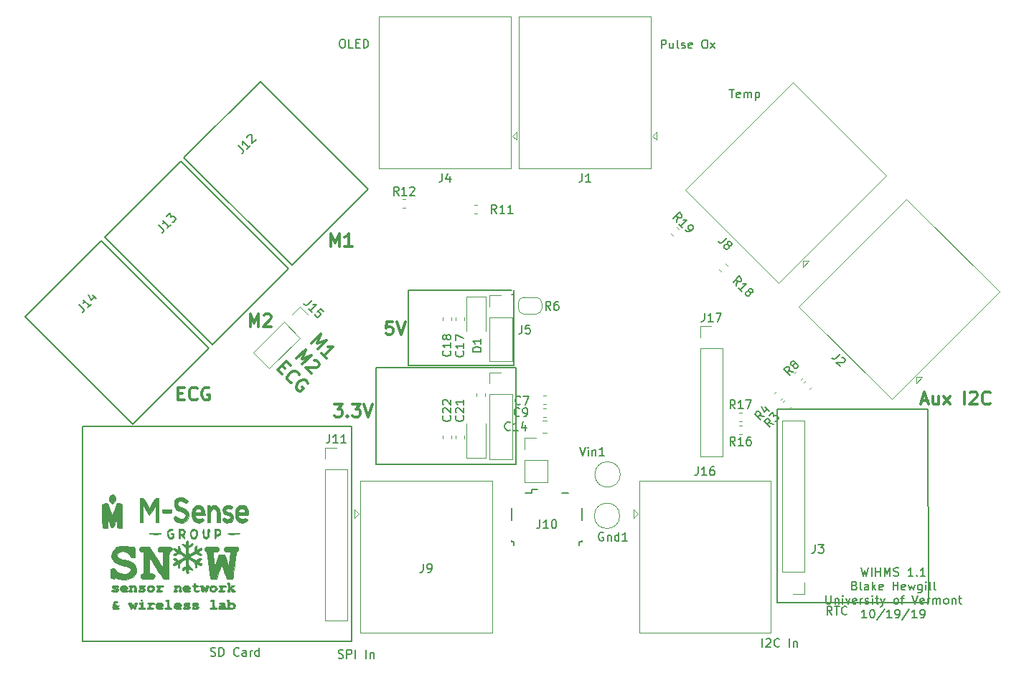
<source format=gbr>
G04 #@! TF.GenerationSoftware,KiCad,Pcbnew,(5.1.4)-1*
G04 #@! TF.CreationDate,2019-10-19T14:09:24-04:00*
G04 #@! TF.ProjectId,I2C Bus Board,49324320-4275-4732-9042-6f6172642e6b,rev?*
G04 #@! TF.SameCoordinates,Original*
G04 #@! TF.FileFunction,Legend,Top*
G04 #@! TF.FilePolarity,Positive*
%FSLAX46Y46*%
G04 Gerber Fmt 4.6, Leading zero omitted, Abs format (unit mm)*
G04 Created by KiCad (PCBNEW (5.1.4)-1) date 2019-10-19 14:09:24*
%MOMM*%
%LPD*%
G04 APERTURE LIST*
%ADD10C,0.150000*%
%ADD11C,0.300000*%
%ADD12C,0.010000*%
%ADD13C,0.120000*%
G04 APERTURE END LIST*
D10*
X235902976Y-93941880D02*
X236141071Y-94941880D01*
X236331547Y-94227595D01*
X236522023Y-94941880D01*
X236760119Y-93941880D01*
X237141071Y-94941880D02*
X237141071Y-93941880D01*
X237617261Y-94941880D02*
X237617261Y-93941880D01*
X237617261Y-94418071D02*
X238188690Y-94418071D01*
X238188690Y-94941880D02*
X238188690Y-93941880D01*
X238664880Y-94941880D02*
X238664880Y-93941880D01*
X238998214Y-94656166D01*
X239331547Y-93941880D01*
X239331547Y-94941880D01*
X239760119Y-94894261D02*
X239902976Y-94941880D01*
X240141071Y-94941880D01*
X240236309Y-94894261D01*
X240283928Y-94846642D01*
X240331547Y-94751404D01*
X240331547Y-94656166D01*
X240283928Y-94560928D01*
X240236309Y-94513309D01*
X240141071Y-94465690D01*
X239950595Y-94418071D01*
X239855357Y-94370452D01*
X239807738Y-94322833D01*
X239760119Y-94227595D01*
X239760119Y-94132357D01*
X239807738Y-94037119D01*
X239855357Y-93989500D01*
X239950595Y-93941880D01*
X240188690Y-93941880D01*
X240331547Y-93989500D01*
X242045833Y-94941880D02*
X241474404Y-94941880D01*
X241760119Y-94941880D02*
X241760119Y-93941880D01*
X241664880Y-94084738D01*
X241569642Y-94179976D01*
X241474404Y-94227595D01*
X242474404Y-94846642D02*
X242522023Y-94894261D01*
X242474404Y-94941880D01*
X242426785Y-94894261D01*
X242474404Y-94846642D01*
X242474404Y-94941880D01*
X243474404Y-94941880D02*
X242902976Y-94941880D01*
X243188690Y-94941880D02*
X243188690Y-93941880D01*
X243093452Y-94084738D01*
X242998214Y-94179976D01*
X242902976Y-94227595D01*
X235164880Y-96068071D02*
X235307738Y-96115690D01*
X235355357Y-96163309D01*
X235402976Y-96258547D01*
X235402976Y-96401404D01*
X235355357Y-96496642D01*
X235307738Y-96544261D01*
X235212500Y-96591880D01*
X234831547Y-96591880D01*
X234831547Y-95591880D01*
X235164880Y-95591880D01*
X235260119Y-95639500D01*
X235307738Y-95687119D01*
X235355357Y-95782357D01*
X235355357Y-95877595D01*
X235307738Y-95972833D01*
X235260119Y-96020452D01*
X235164880Y-96068071D01*
X234831547Y-96068071D01*
X235974404Y-96591880D02*
X235879166Y-96544261D01*
X235831547Y-96449023D01*
X235831547Y-95591880D01*
X236783928Y-96591880D02*
X236783928Y-96068071D01*
X236736309Y-95972833D01*
X236641071Y-95925214D01*
X236450595Y-95925214D01*
X236355357Y-95972833D01*
X236783928Y-96544261D02*
X236688690Y-96591880D01*
X236450595Y-96591880D01*
X236355357Y-96544261D01*
X236307738Y-96449023D01*
X236307738Y-96353785D01*
X236355357Y-96258547D01*
X236450595Y-96210928D01*
X236688690Y-96210928D01*
X236783928Y-96163309D01*
X237260119Y-96591880D02*
X237260119Y-95591880D01*
X237355357Y-96210928D02*
X237641071Y-96591880D01*
X237641071Y-95925214D02*
X237260119Y-96306166D01*
X238450595Y-96544261D02*
X238355357Y-96591880D01*
X238164880Y-96591880D01*
X238069642Y-96544261D01*
X238022023Y-96449023D01*
X238022023Y-96068071D01*
X238069642Y-95972833D01*
X238164880Y-95925214D01*
X238355357Y-95925214D01*
X238450595Y-95972833D01*
X238498214Y-96068071D01*
X238498214Y-96163309D01*
X238022023Y-96258547D01*
X239688690Y-96591880D02*
X239688690Y-95591880D01*
X239688690Y-96068071D02*
X240260119Y-96068071D01*
X240260119Y-96591880D02*
X240260119Y-95591880D01*
X241117261Y-96544261D02*
X241022023Y-96591880D01*
X240831547Y-96591880D01*
X240736309Y-96544261D01*
X240688690Y-96449023D01*
X240688690Y-96068071D01*
X240736309Y-95972833D01*
X240831547Y-95925214D01*
X241022023Y-95925214D01*
X241117261Y-95972833D01*
X241164880Y-96068071D01*
X241164880Y-96163309D01*
X240688690Y-96258547D01*
X241498214Y-95925214D02*
X241688690Y-96591880D01*
X241879166Y-96115690D01*
X242069642Y-96591880D01*
X242260119Y-95925214D01*
X243069642Y-95925214D02*
X243069642Y-96734738D01*
X243022023Y-96829976D01*
X242974404Y-96877595D01*
X242879166Y-96925214D01*
X242736309Y-96925214D01*
X242641071Y-96877595D01*
X243069642Y-96544261D02*
X242974404Y-96591880D01*
X242783928Y-96591880D01*
X242688690Y-96544261D01*
X242641071Y-96496642D01*
X242593452Y-96401404D01*
X242593452Y-96115690D01*
X242641071Y-96020452D01*
X242688690Y-95972833D01*
X242783928Y-95925214D01*
X242974404Y-95925214D01*
X243069642Y-95972833D01*
X243545833Y-96591880D02*
X243545833Y-95925214D01*
X243545833Y-95591880D02*
X243498214Y-95639500D01*
X243545833Y-95687119D01*
X243593452Y-95639500D01*
X243545833Y-95591880D01*
X243545833Y-95687119D01*
X244164880Y-96591880D02*
X244069642Y-96544261D01*
X244022023Y-96449023D01*
X244022023Y-95591880D01*
X244688690Y-96591880D02*
X244593452Y-96544261D01*
X244545833Y-96449023D01*
X244545833Y-95591880D01*
X231783928Y-97241880D02*
X231783928Y-98051404D01*
X231831547Y-98146642D01*
X231879166Y-98194261D01*
X231974404Y-98241880D01*
X232164880Y-98241880D01*
X232260119Y-98194261D01*
X232307738Y-98146642D01*
X232355357Y-98051404D01*
X232355357Y-97241880D01*
X232831547Y-97575214D02*
X232831547Y-98241880D01*
X232831547Y-97670452D02*
X232879166Y-97622833D01*
X232974404Y-97575214D01*
X233117261Y-97575214D01*
X233212500Y-97622833D01*
X233260119Y-97718071D01*
X233260119Y-98241880D01*
X233736309Y-98241880D02*
X233736309Y-97575214D01*
X233736309Y-97241880D02*
X233688690Y-97289500D01*
X233736309Y-97337119D01*
X233783928Y-97289500D01*
X233736309Y-97241880D01*
X233736309Y-97337119D01*
X234117261Y-97575214D02*
X234355357Y-98241880D01*
X234593452Y-97575214D01*
X235355357Y-98194261D02*
X235260119Y-98241880D01*
X235069642Y-98241880D01*
X234974404Y-98194261D01*
X234926785Y-98099023D01*
X234926785Y-97718071D01*
X234974404Y-97622833D01*
X235069642Y-97575214D01*
X235260119Y-97575214D01*
X235355357Y-97622833D01*
X235402976Y-97718071D01*
X235402976Y-97813309D01*
X234926785Y-97908547D01*
X235831547Y-98241880D02*
X235831547Y-97575214D01*
X235831547Y-97765690D02*
X235879166Y-97670452D01*
X235926785Y-97622833D01*
X236022023Y-97575214D01*
X236117261Y-97575214D01*
X236402976Y-98194261D02*
X236498214Y-98241880D01*
X236688690Y-98241880D01*
X236783928Y-98194261D01*
X236831547Y-98099023D01*
X236831547Y-98051404D01*
X236783928Y-97956166D01*
X236688690Y-97908547D01*
X236545833Y-97908547D01*
X236450595Y-97860928D01*
X236402976Y-97765690D01*
X236402976Y-97718071D01*
X236450595Y-97622833D01*
X236545833Y-97575214D01*
X236688690Y-97575214D01*
X236783928Y-97622833D01*
X237260119Y-98241880D02*
X237260119Y-97575214D01*
X237260119Y-97241880D02*
X237212500Y-97289500D01*
X237260119Y-97337119D01*
X237307738Y-97289500D01*
X237260119Y-97241880D01*
X237260119Y-97337119D01*
X237593452Y-97575214D02*
X237974404Y-97575214D01*
X237736309Y-97241880D02*
X237736309Y-98099023D01*
X237783928Y-98194261D01*
X237879166Y-98241880D01*
X237974404Y-98241880D01*
X238212500Y-97575214D02*
X238450595Y-98241880D01*
X238688690Y-97575214D02*
X238450595Y-98241880D01*
X238355357Y-98479976D01*
X238307738Y-98527595D01*
X238212500Y-98575214D01*
X239974404Y-98241880D02*
X239879166Y-98194261D01*
X239831547Y-98146642D01*
X239783928Y-98051404D01*
X239783928Y-97765690D01*
X239831547Y-97670452D01*
X239879166Y-97622833D01*
X239974404Y-97575214D01*
X240117261Y-97575214D01*
X240212500Y-97622833D01*
X240260119Y-97670452D01*
X240307738Y-97765690D01*
X240307738Y-98051404D01*
X240260119Y-98146642D01*
X240212500Y-98194261D01*
X240117261Y-98241880D01*
X239974404Y-98241880D01*
X240593452Y-97575214D02*
X240974404Y-97575214D01*
X240736309Y-98241880D02*
X240736309Y-97384738D01*
X240783928Y-97289500D01*
X240879166Y-97241880D01*
X240974404Y-97241880D01*
X241926785Y-97241880D02*
X242260119Y-98241880D01*
X242593452Y-97241880D01*
X243307738Y-98194261D02*
X243212500Y-98241880D01*
X243022023Y-98241880D01*
X242926785Y-98194261D01*
X242879166Y-98099023D01*
X242879166Y-97718071D01*
X242926785Y-97622833D01*
X243022023Y-97575214D01*
X243212500Y-97575214D01*
X243307738Y-97622833D01*
X243355357Y-97718071D01*
X243355357Y-97813309D01*
X242879166Y-97908547D01*
X243783928Y-98241880D02*
X243783928Y-97575214D01*
X243783928Y-97765690D02*
X243831547Y-97670452D01*
X243879166Y-97622833D01*
X243974404Y-97575214D01*
X244069642Y-97575214D01*
X244402976Y-98241880D02*
X244402976Y-97575214D01*
X244402976Y-97670452D02*
X244450595Y-97622833D01*
X244545833Y-97575214D01*
X244688690Y-97575214D01*
X244783928Y-97622833D01*
X244831547Y-97718071D01*
X244831547Y-98241880D01*
X244831547Y-97718071D02*
X244879166Y-97622833D01*
X244974404Y-97575214D01*
X245117261Y-97575214D01*
X245212500Y-97622833D01*
X245260119Y-97718071D01*
X245260119Y-98241880D01*
X245879166Y-98241880D02*
X245783928Y-98194261D01*
X245736309Y-98146642D01*
X245688690Y-98051404D01*
X245688690Y-97765690D01*
X245736309Y-97670452D01*
X245783928Y-97622833D01*
X245879166Y-97575214D01*
X246022023Y-97575214D01*
X246117261Y-97622833D01*
X246164880Y-97670452D01*
X246212500Y-97765690D01*
X246212500Y-98051404D01*
X246164880Y-98146642D01*
X246117261Y-98194261D01*
X246022023Y-98241880D01*
X245879166Y-98241880D01*
X246641071Y-97575214D02*
X246641071Y-98241880D01*
X246641071Y-97670452D02*
X246688690Y-97622833D01*
X246783928Y-97575214D01*
X246926785Y-97575214D01*
X247022023Y-97622833D01*
X247069642Y-97718071D01*
X247069642Y-98241880D01*
X247402976Y-97575214D02*
X247783928Y-97575214D01*
X247545833Y-97241880D02*
X247545833Y-98099023D01*
X247593452Y-98194261D01*
X247688690Y-98241880D01*
X247783928Y-98241880D01*
X236569642Y-99891880D02*
X235998214Y-99891880D01*
X236283928Y-99891880D02*
X236283928Y-98891880D01*
X236188690Y-99034738D01*
X236093452Y-99129976D01*
X235998214Y-99177595D01*
X237188690Y-98891880D02*
X237283928Y-98891880D01*
X237379166Y-98939500D01*
X237426785Y-98987119D01*
X237474404Y-99082357D01*
X237522023Y-99272833D01*
X237522023Y-99510928D01*
X237474404Y-99701404D01*
X237426785Y-99796642D01*
X237379166Y-99844261D01*
X237283928Y-99891880D01*
X237188690Y-99891880D01*
X237093452Y-99844261D01*
X237045833Y-99796642D01*
X236998214Y-99701404D01*
X236950595Y-99510928D01*
X236950595Y-99272833D01*
X236998214Y-99082357D01*
X237045833Y-98987119D01*
X237093452Y-98939500D01*
X237188690Y-98891880D01*
X238664880Y-98844261D02*
X237807738Y-100129976D01*
X239522023Y-99891880D02*
X238950595Y-99891880D01*
X239236309Y-99891880D02*
X239236309Y-98891880D01*
X239141071Y-99034738D01*
X239045833Y-99129976D01*
X238950595Y-99177595D01*
X239998214Y-99891880D02*
X240188690Y-99891880D01*
X240283928Y-99844261D01*
X240331547Y-99796642D01*
X240426785Y-99653785D01*
X240474404Y-99463309D01*
X240474404Y-99082357D01*
X240426785Y-98987119D01*
X240379166Y-98939500D01*
X240283928Y-98891880D01*
X240093452Y-98891880D01*
X239998214Y-98939500D01*
X239950595Y-98987119D01*
X239902976Y-99082357D01*
X239902976Y-99320452D01*
X239950595Y-99415690D01*
X239998214Y-99463309D01*
X240093452Y-99510928D01*
X240283928Y-99510928D01*
X240379166Y-99463309D01*
X240426785Y-99415690D01*
X240474404Y-99320452D01*
X241617261Y-98844261D02*
X240760119Y-100129976D01*
X242474404Y-99891880D02*
X241902976Y-99891880D01*
X242188690Y-99891880D02*
X242188690Y-98891880D01*
X242093452Y-99034738D01*
X241998214Y-99129976D01*
X241902976Y-99177595D01*
X242950595Y-99891880D02*
X243141071Y-99891880D01*
X243236309Y-99844261D01*
X243283928Y-99796642D01*
X243379166Y-99653785D01*
X243426785Y-99463309D01*
X243426785Y-99082357D01*
X243379166Y-98987119D01*
X243331547Y-98939500D01*
X243236309Y-98891880D01*
X243045833Y-98891880D01*
X242950595Y-98939500D01*
X242902976Y-98987119D01*
X242855357Y-99082357D01*
X242855357Y-99320452D01*
X242902976Y-99415690D01*
X242950595Y-99463309D01*
X243045833Y-99510928D01*
X243236309Y-99510928D01*
X243331547Y-99463309D01*
X243379166Y-99415690D01*
X243426785Y-99320452D01*
D11*
X180625785Y-64901071D02*
X179911500Y-64901071D01*
X179840071Y-65615357D01*
X179911500Y-65543928D01*
X180054357Y-65472500D01*
X180411500Y-65472500D01*
X180554357Y-65543928D01*
X180625785Y-65615357D01*
X180697214Y-65758214D01*
X180697214Y-66115357D01*
X180625785Y-66258214D01*
X180554357Y-66329642D01*
X180411500Y-66401071D01*
X180054357Y-66401071D01*
X179911500Y-66329642D01*
X179840071Y-66258214D01*
X181125785Y-64901071D02*
X181625785Y-66401071D01*
X182125785Y-64901071D01*
X173744214Y-74616571D02*
X174672785Y-74616571D01*
X174172785Y-75188000D01*
X174387071Y-75188000D01*
X174529928Y-75259428D01*
X174601357Y-75330857D01*
X174672785Y-75473714D01*
X174672785Y-75830857D01*
X174601357Y-75973714D01*
X174529928Y-76045142D01*
X174387071Y-76116571D01*
X173958500Y-76116571D01*
X173815642Y-76045142D01*
X173744214Y-75973714D01*
X175315642Y-75973714D02*
X175387071Y-76045142D01*
X175315642Y-76116571D01*
X175244214Y-76045142D01*
X175315642Y-75973714D01*
X175315642Y-76116571D01*
X175887071Y-74616571D02*
X176815642Y-74616571D01*
X176315642Y-75188000D01*
X176529928Y-75188000D01*
X176672785Y-75259428D01*
X176744214Y-75330857D01*
X176815642Y-75473714D01*
X176815642Y-75830857D01*
X176744214Y-75973714D01*
X176672785Y-76045142D01*
X176529928Y-76116571D01*
X176101357Y-76116571D01*
X175958500Y-76045142D01*
X175887071Y-75973714D01*
X177244214Y-74616571D02*
X177744214Y-76116571D01*
X178244214Y-74616571D01*
D10*
X144081500Y-77279500D02*
X175768000Y-77279500D01*
X144081500Y-102679500D02*
X144081500Y-77279500D01*
X175831500Y-102679500D02*
X144081500Y-102679500D01*
X175831500Y-102679500D02*
X175768000Y-77279500D01*
D11*
X171089169Y-67414070D02*
X172149830Y-66353410D01*
X171745769Y-67464578D01*
X172856936Y-67060517D01*
X171796276Y-68121177D01*
X172856936Y-69181837D02*
X172250845Y-68575746D01*
X172553891Y-68878791D02*
X173614551Y-67818131D01*
X173362013Y-67868639D01*
X173159982Y-67868639D01*
X173008459Y-67818131D01*
X169286047Y-69217192D02*
X170346708Y-68156532D01*
X169942647Y-69267700D01*
X171053814Y-68863639D01*
X169993154Y-69924299D01*
X171407368Y-69419223D02*
X171508383Y-69419223D01*
X171659906Y-69469730D01*
X171912444Y-69722269D01*
X171962952Y-69873791D01*
X171962952Y-69974807D01*
X171912444Y-70126330D01*
X171811429Y-70227345D01*
X171609398Y-70328360D01*
X170397215Y-70328360D01*
X171053814Y-70984959D01*
X167609194Y-70035416D02*
X167962748Y-70388969D01*
X167558687Y-71096076D02*
X167053611Y-70590999D01*
X168114271Y-69530339D01*
X168619347Y-70035416D01*
X168720362Y-72055721D02*
X168619347Y-72055721D01*
X168417316Y-71954705D01*
X168316301Y-71853690D01*
X168215286Y-71651660D01*
X168215286Y-71449629D01*
X168265794Y-71298106D01*
X168417316Y-71045568D01*
X168568839Y-70894045D01*
X168821378Y-70742522D01*
X168972900Y-70692015D01*
X169174931Y-70692015D01*
X169376961Y-70793030D01*
X169477977Y-70894045D01*
X169578992Y-71096076D01*
X169578992Y-71197091D01*
X170639652Y-72156736D02*
X170589144Y-72005213D01*
X170437622Y-71853690D01*
X170235591Y-71752675D01*
X170033561Y-71752675D01*
X169882038Y-71803183D01*
X169629500Y-71954705D01*
X169477977Y-72106228D01*
X169326454Y-72358766D01*
X169275946Y-72510289D01*
X169275946Y-72712320D01*
X169376961Y-72914350D01*
X169477977Y-73015366D01*
X169680007Y-73116381D01*
X169781022Y-73116381D01*
X170134576Y-72762827D01*
X169932545Y-72560797D01*
X155341071Y-73362357D02*
X155841071Y-73362357D01*
X156055357Y-74148071D02*
X155341071Y-74148071D01*
X155341071Y-72648071D01*
X156055357Y-72648071D01*
X157555357Y-74005214D02*
X157483928Y-74076642D01*
X157269642Y-74148071D01*
X157126785Y-74148071D01*
X156912500Y-74076642D01*
X156769642Y-73933785D01*
X156698214Y-73790928D01*
X156626785Y-73505214D01*
X156626785Y-73290928D01*
X156698214Y-73005214D01*
X156769642Y-72862357D01*
X156912500Y-72719500D01*
X157126785Y-72648071D01*
X157269642Y-72648071D01*
X157483928Y-72719500D01*
X157555357Y-72790928D01*
X158983928Y-72719500D02*
X158841071Y-72648071D01*
X158626785Y-72648071D01*
X158412500Y-72719500D01*
X158269642Y-72862357D01*
X158198214Y-73005214D01*
X158126785Y-73290928D01*
X158126785Y-73505214D01*
X158198214Y-73790928D01*
X158269642Y-73933785D01*
X158412500Y-74076642D01*
X158626785Y-74148071D01*
X158769642Y-74148071D01*
X158983928Y-74076642D01*
X159055357Y-74005214D01*
X159055357Y-73505214D01*
X158769642Y-73505214D01*
X163822214Y-65448571D02*
X163822214Y-63948571D01*
X164322214Y-65020000D01*
X164822214Y-63948571D01*
X164822214Y-65448571D01*
X165465071Y-64091428D02*
X165536500Y-64020000D01*
X165679357Y-63948571D01*
X166036500Y-63948571D01*
X166179357Y-64020000D01*
X166250785Y-64091428D01*
X166322214Y-64234285D01*
X166322214Y-64377142D01*
X166250785Y-64591428D01*
X165393642Y-65448571D01*
X166322214Y-65448571D01*
X173347214Y-55987071D02*
X173347214Y-54487071D01*
X173847214Y-55558500D01*
X174347214Y-54487071D01*
X174347214Y-55987071D01*
X175847214Y-55987071D02*
X174990071Y-55987071D01*
X175418642Y-55987071D02*
X175418642Y-54487071D01*
X175275785Y-54701357D01*
X175132928Y-54844214D01*
X174990071Y-54915642D01*
X243042785Y-74227500D02*
X243757071Y-74227500D01*
X242899928Y-74656071D02*
X243399928Y-73156071D01*
X243899928Y-74656071D01*
X245042785Y-73656071D02*
X245042785Y-74656071D01*
X244399928Y-73656071D02*
X244399928Y-74441785D01*
X244471357Y-74584642D01*
X244614214Y-74656071D01*
X244828500Y-74656071D01*
X244971357Y-74584642D01*
X245042785Y-74513214D01*
X245614214Y-74656071D02*
X246399928Y-73656071D01*
X245614214Y-73656071D02*
X246399928Y-74656071D01*
X248114214Y-74656071D02*
X248114214Y-73156071D01*
X248757071Y-73298928D02*
X248828500Y-73227500D01*
X248971357Y-73156071D01*
X249328500Y-73156071D01*
X249471357Y-73227500D01*
X249542785Y-73298928D01*
X249614214Y-73441785D01*
X249614214Y-73584642D01*
X249542785Y-73798928D01*
X248685642Y-74656071D01*
X249614214Y-74656071D01*
X251114214Y-74513214D02*
X251042785Y-74584642D01*
X250828500Y-74656071D01*
X250685642Y-74656071D01*
X250471357Y-74584642D01*
X250328500Y-74441785D01*
X250257071Y-74298928D01*
X250185642Y-74013214D01*
X250185642Y-73798928D01*
X250257071Y-73513214D01*
X250328500Y-73370357D01*
X250471357Y-73227500D01*
X250685642Y-73156071D01*
X250828500Y-73156071D01*
X251042785Y-73227500D01*
X251114214Y-73298928D01*
D10*
X174633119Y-31519880D02*
X174823595Y-31519880D01*
X174918833Y-31567500D01*
X175014071Y-31662738D01*
X175061690Y-31853214D01*
X175061690Y-32186547D01*
X175014071Y-32377023D01*
X174918833Y-32472261D01*
X174823595Y-32519880D01*
X174633119Y-32519880D01*
X174537880Y-32472261D01*
X174442642Y-32377023D01*
X174395023Y-32186547D01*
X174395023Y-31853214D01*
X174442642Y-31662738D01*
X174537880Y-31567500D01*
X174633119Y-31519880D01*
X175966452Y-32519880D02*
X175490261Y-32519880D01*
X175490261Y-31519880D01*
X176299785Y-31996071D02*
X176633119Y-31996071D01*
X176775976Y-32519880D02*
X176299785Y-32519880D01*
X176299785Y-31519880D01*
X176775976Y-31519880D01*
X177204547Y-32519880D02*
X177204547Y-31519880D01*
X177442642Y-31519880D01*
X177585500Y-31567500D01*
X177680738Y-31662738D01*
X177728357Y-31757976D01*
X177775976Y-31948452D01*
X177775976Y-32091309D01*
X177728357Y-32281785D01*
X177680738Y-32377023D01*
X177585500Y-32472261D01*
X177442642Y-32519880D01*
X177204547Y-32519880D01*
X220353166Y-37425380D02*
X220924595Y-37425380D01*
X220638880Y-38425380D02*
X220638880Y-37425380D01*
X221638880Y-38377761D02*
X221543642Y-38425380D01*
X221353166Y-38425380D01*
X221257928Y-38377761D01*
X221210309Y-38282523D01*
X221210309Y-37901571D01*
X221257928Y-37806333D01*
X221353166Y-37758714D01*
X221543642Y-37758714D01*
X221638880Y-37806333D01*
X221686500Y-37901571D01*
X221686500Y-37996809D01*
X221210309Y-38092047D01*
X222115071Y-38425380D02*
X222115071Y-37758714D01*
X222115071Y-37853952D02*
X222162690Y-37806333D01*
X222257928Y-37758714D01*
X222400785Y-37758714D01*
X222496023Y-37806333D01*
X222543642Y-37901571D01*
X222543642Y-38425380D01*
X222543642Y-37901571D02*
X222591261Y-37806333D01*
X222686500Y-37758714D01*
X222829357Y-37758714D01*
X222924595Y-37806333D01*
X222972214Y-37901571D01*
X222972214Y-38425380D01*
X223448404Y-37758714D02*
X223448404Y-38758714D01*
X223448404Y-37806333D02*
X223543642Y-37758714D01*
X223734119Y-37758714D01*
X223829357Y-37806333D01*
X223876976Y-37853952D01*
X223924595Y-37949190D01*
X223924595Y-38234904D01*
X223876976Y-38330142D01*
X223829357Y-38377761D01*
X223734119Y-38425380D01*
X223543642Y-38425380D01*
X223448404Y-38377761D01*
X212336452Y-32583380D02*
X212336452Y-31583380D01*
X212717404Y-31583380D01*
X212812642Y-31631000D01*
X212860261Y-31678619D01*
X212907880Y-31773857D01*
X212907880Y-31916714D01*
X212860261Y-32011952D01*
X212812642Y-32059571D01*
X212717404Y-32107190D01*
X212336452Y-32107190D01*
X213765023Y-31916714D02*
X213765023Y-32583380D01*
X213336452Y-31916714D02*
X213336452Y-32440523D01*
X213384071Y-32535761D01*
X213479309Y-32583380D01*
X213622166Y-32583380D01*
X213717404Y-32535761D01*
X213765023Y-32488142D01*
X214384071Y-32583380D02*
X214288833Y-32535761D01*
X214241214Y-32440523D01*
X214241214Y-31583380D01*
X214717404Y-32535761D02*
X214812642Y-32583380D01*
X215003119Y-32583380D01*
X215098357Y-32535761D01*
X215145976Y-32440523D01*
X215145976Y-32392904D01*
X215098357Y-32297666D01*
X215003119Y-32250047D01*
X214860261Y-32250047D01*
X214765023Y-32202428D01*
X214717404Y-32107190D01*
X214717404Y-32059571D01*
X214765023Y-31964333D01*
X214860261Y-31916714D01*
X215003119Y-31916714D01*
X215098357Y-31964333D01*
X215955500Y-32535761D02*
X215860261Y-32583380D01*
X215669785Y-32583380D01*
X215574547Y-32535761D01*
X215526928Y-32440523D01*
X215526928Y-32059571D01*
X215574547Y-31964333D01*
X215669785Y-31916714D01*
X215860261Y-31916714D01*
X215955500Y-31964333D01*
X216003119Y-32059571D01*
X216003119Y-32154809D01*
X215526928Y-32250047D01*
X217384071Y-31583380D02*
X217574547Y-31583380D01*
X217669785Y-31631000D01*
X217765023Y-31726238D01*
X217812642Y-31916714D01*
X217812642Y-32250047D01*
X217765023Y-32440523D01*
X217669785Y-32535761D01*
X217574547Y-32583380D01*
X217384071Y-32583380D01*
X217288833Y-32535761D01*
X217193595Y-32440523D01*
X217145976Y-32250047D01*
X217145976Y-31916714D01*
X217193595Y-31726238D01*
X217288833Y-31631000D01*
X217384071Y-31583380D01*
X218145976Y-32583380D02*
X218669785Y-31916714D01*
X218145976Y-31916714D02*
X218669785Y-32583380D01*
X243903500Y-98107500D02*
X225996500Y-98107500D01*
X243776500Y-75247500D02*
X243903500Y-98107500D01*
X225996500Y-75247500D02*
X243776500Y-75247500D01*
X225996500Y-98107500D02*
X225996500Y-75247500D01*
X232473571Y-99512380D02*
X232140238Y-99036190D01*
X231902142Y-99512380D02*
X231902142Y-98512380D01*
X232283095Y-98512380D01*
X232378333Y-98560000D01*
X232425952Y-98607619D01*
X232473571Y-98702857D01*
X232473571Y-98845714D01*
X232425952Y-98940952D01*
X232378333Y-98988571D01*
X232283095Y-99036190D01*
X231902142Y-99036190D01*
X232759285Y-98512380D02*
X233330714Y-98512380D01*
X233045000Y-99512380D02*
X233045000Y-98512380D01*
X234235476Y-99417142D02*
X234187857Y-99464761D01*
X234045000Y-99512380D01*
X233949761Y-99512380D01*
X233806904Y-99464761D01*
X233711666Y-99369523D01*
X233664047Y-99274285D01*
X233616428Y-99083809D01*
X233616428Y-98940952D01*
X233664047Y-98750476D01*
X233711666Y-98655238D01*
X233806904Y-98560000D01*
X233949761Y-98512380D01*
X234045000Y-98512380D01*
X234187857Y-98560000D01*
X234235476Y-98607619D01*
X224266380Y-103322380D02*
X224266380Y-102322380D01*
X224694952Y-102417619D02*
X224742571Y-102370000D01*
X224837809Y-102322380D01*
X225075904Y-102322380D01*
X225171142Y-102370000D01*
X225218761Y-102417619D01*
X225266380Y-102512857D01*
X225266380Y-102608095D01*
X225218761Y-102750952D01*
X224647333Y-103322380D01*
X225266380Y-103322380D01*
X226266380Y-103227142D02*
X226218761Y-103274761D01*
X226075904Y-103322380D01*
X225980666Y-103322380D01*
X225837809Y-103274761D01*
X225742571Y-103179523D01*
X225694952Y-103084285D01*
X225647333Y-102893809D01*
X225647333Y-102750952D01*
X225694952Y-102560476D01*
X225742571Y-102465238D01*
X225837809Y-102370000D01*
X225980666Y-102322380D01*
X226075904Y-102322380D01*
X226218761Y-102370000D01*
X226266380Y-102417619D01*
X227456857Y-103322380D02*
X227456857Y-102322380D01*
X227933047Y-102655714D02*
X227933047Y-103322380D01*
X227933047Y-102750952D02*
X227980666Y-102703333D01*
X228075904Y-102655714D01*
X228218761Y-102655714D01*
X228314000Y-102703333D01*
X228361619Y-102798571D01*
X228361619Y-103322380D01*
X174244261Y-104608261D02*
X174387119Y-104655880D01*
X174625214Y-104655880D01*
X174720452Y-104608261D01*
X174768071Y-104560642D01*
X174815690Y-104465404D01*
X174815690Y-104370166D01*
X174768071Y-104274928D01*
X174720452Y-104227309D01*
X174625214Y-104179690D01*
X174434738Y-104132071D01*
X174339500Y-104084452D01*
X174291880Y-104036833D01*
X174244261Y-103941595D01*
X174244261Y-103846357D01*
X174291880Y-103751119D01*
X174339500Y-103703500D01*
X174434738Y-103655880D01*
X174672833Y-103655880D01*
X174815690Y-103703500D01*
X175244261Y-104655880D02*
X175244261Y-103655880D01*
X175625214Y-103655880D01*
X175720452Y-103703500D01*
X175768071Y-103751119D01*
X175815690Y-103846357D01*
X175815690Y-103989214D01*
X175768071Y-104084452D01*
X175720452Y-104132071D01*
X175625214Y-104179690D01*
X175244261Y-104179690D01*
X176244261Y-104655880D02*
X176244261Y-103655880D01*
X177482357Y-104655880D02*
X177482357Y-103655880D01*
X177958547Y-103989214D02*
X177958547Y-104655880D01*
X177958547Y-104084452D02*
X178006166Y-104036833D01*
X178101404Y-103989214D01*
X178244261Y-103989214D01*
X178339500Y-104036833D01*
X178387119Y-104132071D01*
X178387119Y-104655880D01*
X159171047Y-104354261D02*
X159313904Y-104401880D01*
X159552000Y-104401880D01*
X159647238Y-104354261D01*
X159694857Y-104306642D01*
X159742476Y-104211404D01*
X159742476Y-104116166D01*
X159694857Y-104020928D01*
X159647238Y-103973309D01*
X159552000Y-103925690D01*
X159361523Y-103878071D01*
X159266285Y-103830452D01*
X159218666Y-103782833D01*
X159171047Y-103687595D01*
X159171047Y-103592357D01*
X159218666Y-103497119D01*
X159266285Y-103449500D01*
X159361523Y-103401880D01*
X159599619Y-103401880D01*
X159742476Y-103449500D01*
X160171047Y-104401880D02*
X160171047Y-103401880D01*
X160409142Y-103401880D01*
X160552000Y-103449500D01*
X160647238Y-103544738D01*
X160694857Y-103639976D01*
X160742476Y-103830452D01*
X160742476Y-103973309D01*
X160694857Y-104163785D01*
X160647238Y-104259023D01*
X160552000Y-104354261D01*
X160409142Y-104401880D01*
X160171047Y-104401880D01*
X162504380Y-104306642D02*
X162456761Y-104354261D01*
X162313904Y-104401880D01*
X162218666Y-104401880D01*
X162075809Y-104354261D01*
X161980571Y-104259023D01*
X161932952Y-104163785D01*
X161885333Y-103973309D01*
X161885333Y-103830452D01*
X161932952Y-103639976D01*
X161980571Y-103544738D01*
X162075809Y-103449500D01*
X162218666Y-103401880D01*
X162313904Y-103401880D01*
X162456761Y-103449500D01*
X162504380Y-103497119D01*
X163361523Y-104401880D02*
X163361523Y-103878071D01*
X163313904Y-103782833D01*
X163218666Y-103735214D01*
X163028190Y-103735214D01*
X162932952Y-103782833D01*
X163361523Y-104354261D02*
X163266285Y-104401880D01*
X163028190Y-104401880D01*
X162932952Y-104354261D01*
X162885333Y-104259023D01*
X162885333Y-104163785D01*
X162932952Y-104068547D01*
X163028190Y-104020928D01*
X163266285Y-104020928D01*
X163361523Y-103973309D01*
X163837714Y-104401880D02*
X163837714Y-103735214D01*
X163837714Y-103925690D02*
X163885333Y-103830452D01*
X163932952Y-103782833D01*
X164028190Y-103735214D01*
X164123428Y-103735214D01*
X164885333Y-104401880D02*
X164885333Y-103401880D01*
X164885333Y-104354261D02*
X164790095Y-104401880D01*
X164599619Y-104401880D01*
X164504380Y-104354261D01*
X164456761Y-104306642D01*
X164409142Y-104211404D01*
X164409142Y-103925690D01*
X164456761Y-103830452D01*
X164504380Y-103782833D01*
X164599619Y-103735214D01*
X164790095Y-103735214D01*
X164885333Y-103782833D01*
X195199000Y-81724500D02*
X195199000Y-70294500D01*
X178689000Y-81724500D02*
X195199000Y-81724500D01*
X178689000Y-70294500D02*
X178689000Y-81724500D01*
X195199000Y-70294500D02*
X178689000Y-70294500D01*
X194945000Y-61658500D02*
X194691000Y-61658500D01*
X194945000Y-70040500D02*
X194945000Y-61150500D01*
X182499000Y-70040500D02*
X194945000Y-70040500D01*
X182499000Y-61150500D02*
X182499000Y-70040500D01*
X194691000Y-61150500D02*
X182499000Y-61150500D01*
D12*
G36*
X156481377Y-90761354D02*
G01*
X156517946Y-90842198D01*
X156527485Y-91015955D01*
X156527500Y-91027250D01*
X156534975Y-91197721D01*
X156553887Y-91299931D01*
X156565109Y-91313000D01*
X156636146Y-91277569D01*
X156756861Y-91191721D01*
X156764172Y-91186000D01*
X156912124Y-91083974D01*
X156999568Y-91070556D01*
X157053882Y-91142673D01*
X157057990Y-91153018D01*
X157030793Y-91247148D01*
X156884322Y-91367766D01*
X156810784Y-91413052D01*
X156527500Y-91579067D01*
X156527500Y-91985783D01*
X156533178Y-92194270D01*
X156548017Y-92340961D01*
X156567395Y-92392500D01*
X156639459Y-92363251D01*
X156786904Y-92287157D01*
X156948395Y-92197339D01*
X157135266Y-92086163D01*
X157237252Y-91999660D01*
X157280057Y-91900061D01*
X157289386Y-91749597D01*
X157289500Y-91696133D01*
X157304604Y-91484573D01*
X157354312Y-91374261D01*
X157389943Y-91351543D01*
X157492106Y-91320564D01*
X157533314Y-91350087D01*
X157527967Y-91465582D01*
X157511750Y-91567000D01*
X157492792Y-91735894D01*
X157522782Y-91805898D01*
X157619972Y-91785174D01*
X157788240Y-91690672D01*
X157928745Y-91611052D01*
X158006653Y-91598041D01*
X158066038Y-91649320D01*
X158085459Y-91675035D01*
X158126762Y-91756257D01*
X158092603Y-91824646D01*
X157964656Y-91913945D01*
X157951256Y-91922129D01*
X157774929Y-92034459D01*
X157703849Y-92106562D01*
X157733326Y-92161798D01*
X157858668Y-92223528D01*
X157888248Y-92235961D01*
X158035360Y-92308416D01*
X158079034Y-92368898D01*
X158051695Y-92424014D01*
X157989338Y-92469584D01*
X157895878Y-92461550D01*
X157735622Y-92395005D01*
X157693425Y-92374734D01*
X157408957Y-92236528D01*
X157063478Y-92423412D01*
X156882694Y-92527915D01*
X156757642Y-92613029D01*
X156718000Y-92655378D01*
X156769382Y-92706932D01*
X156902995Y-92795631D01*
X157059022Y-92885166D01*
X157400045Y-93069872D01*
X157687843Y-92923609D01*
X157864929Y-92840780D01*
X157968639Y-92818030D01*
X158034445Y-92850008D01*
X158051502Y-92868752D01*
X158080800Y-92937846D01*
X158023901Y-93002188D01*
X157898931Y-93069090D01*
X157754729Y-93146717D01*
X157675652Y-93206515D01*
X157670500Y-93217250D01*
X157722260Y-93265886D01*
X157852980Y-93343189D01*
X157926851Y-93380637D01*
X158081061Y-93462111D01*
X158138114Y-93523023D01*
X158117798Y-93592342D01*
X158094513Y-93626084D01*
X158032032Y-93699073D01*
X157967324Y-93709507D01*
X157857422Y-93655124D01*
X157783042Y-93609687D01*
X157632421Y-93523249D01*
X157528104Y-93475382D01*
X157512014Y-93472000D01*
X157491133Y-93527440D01*
X157496395Y-93666520D01*
X157505176Y-93730953D01*
X157524511Y-93894180D01*
X157506120Y-93963762D01*
X157440983Y-93969766D01*
X157433917Y-93968483D01*
X157361095Y-93923050D01*
X157320115Y-93802930D01*
X157302558Y-93628759D01*
X157286369Y-93448333D01*
X157245809Y-93333194D01*
X157152967Y-93242728D01*
X156979930Y-93136323D01*
X156953846Y-93121354D01*
X156769727Y-93016857D01*
X156630461Y-92939662D01*
X156575662Y-92911083D01*
X156551368Y-92957744D01*
X156534059Y-93100419D01*
X156527500Y-93307057D01*
X156530483Y-93532263D01*
X156551061Y-93670654D01*
X156606673Y-93762412D01*
X156714760Y-93847721D01*
X156781500Y-93892287D01*
X156947748Y-94028666D01*
X157030737Y-94154181D01*
X157035500Y-94184117D01*
X157029075Y-94259488D01*
X156989109Y-94269960D01*
X156884565Y-94214308D01*
X156821629Y-94175679D01*
X156674311Y-94091296D01*
X156574177Y-94045969D01*
X156561235Y-94043500D01*
X156538044Y-94099966D01*
X156532755Y-94242911D01*
X156537438Y-94329250D01*
X156545317Y-94505255D01*
X156522383Y-94588947D01*
X156454457Y-94613916D01*
X156416832Y-94615000D01*
X156331803Y-94602333D01*
X156289174Y-94543032D01*
X156274669Y-94405146D01*
X156273500Y-94294268D01*
X156273500Y-93973536D01*
X156051945Y-94142524D01*
X155911106Y-94241718D01*
X155835462Y-94264564D01*
X155794969Y-94218729D01*
X155791094Y-94209107D01*
X155809407Y-94099195D01*
X155912194Y-93971823D01*
X156067599Y-93860485D01*
X156162375Y-93818755D01*
X156222597Y-93776347D01*
X156256762Y-93681677D01*
X156271386Y-93506581D01*
X156273500Y-93338486D01*
X156273032Y-93120784D01*
X156257997Y-92992521D01*
X156207946Y-92948176D01*
X156102433Y-92982229D01*
X155921010Y-93089159D01*
X155749625Y-93197055D01*
X155606537Y-93297263D01*
X155536361Y-93395203D01*
X155513363Y-93541262D01*
X155511500Y-93663296D01*
X155504352Y-93854264D01*
X155475102Y-93949324D01*
X155412035Y-93979143D01*
X155390542Y-93980000D01*
X155314893Y-93962766D01*
X155289866Y-93888614D01*
X155303653Y-93726000D01*
X155316881Y-93567732D01*
X155308776Y-93478954D01*
X155301240Y-93472000D01*
X155228707Y-93501486D01*
X155090615Y-93575401D01*
X155032833Y-93608839D01*
X154879320Y-93689696D01*
X154793406Y-93701343D01*
X154744426Y-93656464D01*
X154695071Y-93549298D01*
X154725820Y-93471014D01*
X154854160Y-93390390D01*
X154908250Y-93363961D01*
X155072001Y-93274002D01*
X155117186Y-93205362D01*
X155045925Y-93139818D01*
X154940000Y-93091000D01*
X154810116Y-93009521D01*
X154751718Y-92919908D01*
X154776170Y-92853288D01*
X154847279Y-92837000D01*
X154963230Y-92864576D01*
X155131633Y-92933259D01*
X155182832Y-92958302D01*
X155420606Y-93079605D01*
X156163298Y-92658663D01*
X155821524Y-92462677D01*
X155634365Y-92359585D01*
X155490977Y-92288368D01*
X155429595Y-92266095D01*
X155347152Y-92292437D01*
X155197062Y-92359665D01*
X155119814Y-92397951D01*
X154952069Y-92475156D01*
X154852033Y-92490621D01*
X154779321Y-92449274D01*
X154770362Y-92440577D01*
X154730204Y-92378000D01*
X154769098Y-92321898D01*
X154905733Y-92249354D01*
X154938450Y-92234448D01*
X155196363Y-92118146D01*
X154941181Y-91965973D01*
X154766612Y-91850604D01*
X154696601Y-91765221D01*
X154719652Y-91688228D01*
X154768324Y-91641227D01*
X154863743Y-91614173D01*
X155004927Y-91675300D01*
X155038199Y-91696533D01*
X155202763Y-91793550D01*
X155288834Y-91801776D01*
X155316090Y-91712987D01*
X155310214Y-91582874D01*
X155308085Y-91434765D01*
X155328251Y-91362105D01*
X155337099Y-91360625D01*
X155441884Y-91376485D01*
X155444520Y-91376500D01*
X155483211Y-91433482D01*
X155514151Y-91578412D01*
X155523895Y-91677634D01*
X155542723Y-91852245D01*
X155589779Y-91969265D01*
X155692840Y-92070674D01*
X155860023Y-92185634D01*
X156036941Y-92296242D01*
X156171439Y-92371306D01*
X156225148Y-92392500D01*
X156249997Y-92334634D01*
X156267445Y-92183487D01*
X156273500Y-91988188D01*
X156270145Y-91766836D01*
X156247858Y-91631156D01*
X156188298Y-91539821D01*
X156073127Y-91451506D01*
X156019500Y-91415787D01*
X155870504Y-91305922D01*
X155779122Y-91216833D01*
X155765500Y-91188846D01*
X155807555Y-91101805D01*
X155917104Y-91101934D01*
X156067738Y-91188114D01*
X156241750Y-91325483D01*
X156261104Y-91033491D01*
X156282768Y-90850418D01*
X156325822Y-90763363D01*
X156403979Y-90741499D01*
X156481377Y-90761354D01*
X156481377Y-90761354D01*
G37*
X156481377Y-90761354D02*
X156517946Y-90842198D01*
X156527485Y-91015955D01*
X156527500Y-91027250D01*
X156534975Y-91197721D01*
X156553887Y-91299931D01*
X156565109Y-91313000D01*
X156636146Y-91277569D01*
X156756861Y-91191721D01*
X156764172Y-91186000D01*
X156912124Y-91083974D01*
X156999568Y-91070556D01*
X157053882Y-91142673D01*
X157057990Y-91153018D01*
X157030793Y-91247148D01*
X156884322Y-91367766D01*
X156810784Y-91413052D01*
X156527500Y-91579067D01*
X156527500Y-91985783D01*
X156533178Y-92194270D01*
X156548017Y-92340961D01*
X156567395Y-92392500D01*
X156639459Y-92363251D01*
X156786904Y-92287157D01*
X156948395Y-92197339D01*
X157135266Y-92086163D01*
X157237252Y-91999660D01*
X157280057Y-91900061D01*
X157289386Y-91749597D01*
X157289500Y-91696133D01*
X157304604Y-91484573D01*
X157354312Y-91374261D01*
X157389943Y-91351543D01*
X157492106Y-91320564D01*
X157533314Y-91350087D01*
X157527967Y-91465582D01*
X157511750Y-91567000D01*
X157492792Y-91735894D01*
X157522782Y-91805898D01*
X157619972Y-91785174D01*
X157788240Y-91690672D01*
X157928745Y-91611052D01*
X158006653Y-91598041D01*
X158066038Y-91649320D01*
X158085459Y-91675035D01*
X158126762Y-91756257D01*
X158092603Y-91824646D01*
X157964656Y-91913945D01*
X157951256Y-91922129D01*
X157774929Y-92034459D01*
X157703849Y-92106562D01*
X157733326Y-92161798D01*
X157858668Y-92223528D01*
X157888248Y-92235961D01*
X158035360Y-92308416D01*
X158079034Y-92368898D01*
X158051695Y-92424014D01*
X157989338Y-92469584D01*
X157895878Y-92461550D01*
X157735622Y-92395005D01*
X157693425Y-92374734D01*
X157408957Y-92236528D01*
X157063478Y-92423412D01*
X156882694Y-92527915D01*
X156757642Y-92613029D01*
X156718000Y-92655378D01*
X156769382Y-92706932D01*
X156902995Y-92795631D01*
X157059022Y-92885166D01*
X157400045Y-93069872D01*
X157687843Y-92923609D01*
X157864929Y-92840780D01*
X157968639Y-92818030D01*
X158034445Y-92850008D01*
X158051502Y-92868752D01*
X158080800Y-92937846D01*
X158023901Y-93002188D01*
X157898931Y-93069090D01*
X157754729Y-93146717D01*
X157675652Y-93206515D01*
X157670500Y-93217250D01*
X157722260Y-93265886D01*
X157852980Y-93343189D01*
X157926851Y-93380637D01*
X158081061Y-93462111D01*
X158138114Y-93523023D01*
X158117798Y-93592342D01*
X158094513Y-93626084D01*
X158032032Y-93699073D01*
X157967324Y-93709507D01*
X157857422Y-93655124D01*
X157783042Y-93609687D01*
X157632421Y-93523249D01*
X157528104Y-93475382D01*
X157512014Y-93472000D01*
X157491133Y-93527440D01*
X157496395Y-93666520D01*
X157505176Y-93730953D01*
X157524511Y-93894180D01*
X157506120Y-93963762D01*
X157440983Y-93969766D01*
X157433917Y-93968483D01*
X157361095Y-93923050D01*
X157320115Y-93802930D01*
X157302558Y-93628759D01*
X157286369Y-93448333D01*
X157245809Y-93333194D01*
X157152967Y-93242728D01*
X156979930Y-93136323D01*
X156953846Y-93121354D01*
X156769727Y-93016857D01*
X156630461Y-92939662D01*
X156575662Y-92911083D01*
X156551368Y-92957744D01*
X156534059Y-93100419D01*
X156527500Y-93307057D01*
X156530483Y-93532263D01*
X156551061Y-93670654D01*
X156606673Y-93762412D01*
X156714760Y-93847721D01*
X156781500Y-93892287D01*
X156947748Y-94028666D01*
X157030737Y-94154181D01*
X157035500Y-94184117D01*
X157029075Y-94259488D01*
X156989109Y-94269960D01*
X156884565Y-94214308D01*
X156821629Y-94175679D01*
X156674311Y-94091296D01*
X156574177Y-94045969D01*
X156561235Y-94043500D01*
X156538044Y-94099966D01*
X156532755Y-94242911D01*
X156537438Y-94329250D01*
X156545317Y-94505255D01*
X156522383Y-94588947D01*
X156454457Y-94613916D01*
X156416832Y-94615000D01*
X156331803Y-94602333D01*
X156289174Y-94543032D01*
X156274669Y-94405146D01*
X156273500Y-94294268D01*
X156273500Y-93973536D01*
X156051945Y-94142524D01*
X155911106Y-94241718D01*
X155835462Y-94264564D01*
X155794969Y-94218729D01*
X155791094Y-94209107D01*
X155809407Y-94099195D01*
X155912194Y-93971823D01*
X156067599Y-93860485D01*
X156162375Y-93818755D01*
X156222597Y-93776347D01*
X156256762Y-93681677D01*
X156271386Y-93506581D01*
X156273500Y-93338486D01*
X156273032Y-93120784D01*
X156257997Y-92992521D01*
X156207946Y-92948176D01*
X156102433Y-92982229D01*
X155921010Y-93089159D01*
X155749625Y-93197055D01*
X155606537Y-93297263D01*
X155536361Y-93395203D01*
X155513363Y-93541262D01*
X155511500Y-93663296D01*
X155504352Y-93854264D01*
X155475102Y-93949324D01*
X155412035Y-93979143D01*
X155390542Y-93980000D01*
X155314893Y-93962766D01*
X155289866Y-93888614D01*
X155303653Y-93726000D01*
X155316881Y-93567732D01*
X155308776Y-93478954D01*
X155301240Y-93472000D01*
X155228707Y-93501486D01*
X155090615Y-93575401D01*
X155032833Y-93608839D01*
X154879320Y-93689696D01*
X154793406Y-93701343D01*
X154744426Y-93656464D01*
X154695071Y-93549298D01*
X154725820Y-93471014D01*
X154854160Y-93390390D01*
X154908250Y-93363961D01*
X155072001Y-93274002D01*
X155117186Y-93205362D01*
X155045925Y-93139818D01*
X154940000Y-93091000D01*
X154810116Y-93009521D01*
X154751718Y-92919908D01*
X154776170Y-92853288D01*
X154847279Y-92837000D01*
X154963230Y-92864576D01*
X155131633Y-92933259D01*
X155182832Y-92958302D01*
X155420606Y-93079605D01*
X156163298Y-92658663D01*
X155821524Y-92462677D01*
X155634365Y-92359585D01*
X155490977Y-92288368D01*
X155429595Y-92266095D01*
X155347152Y-92292437D01*
X155197062Y-92359665D01*
X155119814Y-92397951D01*
X154952069Y-92475156D01*
X154852033Y-92490621D01*
X154779321Y-92449274D01*
X154770362Y-92440577D01*
X154730204Y-92378000D01*
X154769098Y-92321898D01*
X154905733Y-92249354D01*
X154938450Y-92234448D01*
X155196363Y-92118146D01*
X154941181Y-91965973D01*
X154766612Y-91850604D01*
X154696601Y-91765221D01*
X154719652Y-91688228D01*
X154768324Y-91641227D01*
X154863743Y-91614173D01*
X155004927Y-91675300D01*
X155038199Y-91696533D01*
X155202763Y-91793550D01*
X155288834Y-91801776D01*
X155316090Y-91712987D01*
X155310214Y-91582874D01*
X155308085Y-91434765D01*
X155328251Y-91362105D01*
X155337099Y-91360625D01*
X155441884Y-91376485D01*
X155444520Y-91376500D01*
X155483211Y-91433482D01*
X155514151Y-91578412D01*
X155523895Y-91677634D01*
X155542723Y-91852245D01*
X155589779Y-91969265D01*
X155692840Y-92070674D01*
X155860023Y-92185634D01*
X156036941Y-92296242D01*
X156171439Y-92371306D01*
X156225148Y-92392500D01*
X156249997Y-92334634D01*
X156267445Y-92183487D01*
X156273500Y-91988188D01*
X156270145Y-91766836D01*
X156247858Y-91631156D01*
X156188298Y-91539821D01*
X156073127Y-91451506D01*
X156019500Y-91415787D01*
X155870504Y-91305922D01*
X155779122Y-91216833D01*
X155765500Y-91188846D01*
X155807555Y-91101805D01*
X155917104Y-91101934D01*
X156067738Y-91188114D01*
X156241750Y-91325483D01*
X156261104Y-91033491D01*
X156282768Y-90850418D01*
X156325822Y-90763363D01*
X156403979Y-90741499D01*
X156481377Y-90761354D01*
G36*
X161849429Y-91446544D02*
G01*
X162091749Y-91464111D01*
X162261081Y-91489604D01*
X162310174Y-91505734D01*
X162411875Y-91622426D01*
X162431046Y-91788594D01*
X162369836Y-91959064D01*
X162284115Y-92053828D01*
X162236374Y-92098001D01*
X162196810Y-92158496D01*
X162162287Y-92251320D01*
X162129665Y-92392481D01*
X162095809Y-92597985D01*
X162057578Y-92883840D01*
X162011837Y-93266052D01*
X161963479Y-93689512D01*
X161914205Y-94116036D01*
X161867757Y-94500647D01*
X161826478Y-94825315D01*
X161792710Y-95072014D01*
X161768792Y-95222717D01*
X161759366Y-95261137D01*
X161682233Y-95291553D01*
X161522026Y-95310442D01*
X161415486Y-95313500D01*
X161282236Y-95313045D01*
X161183586Y-95299951D01*
X161106932Y-95256621D01*
X161039676Y-95165461D01*
X160969214Y-95008875D01*
X160882946Y-94769267D01*
X160768270Y-94429041D01*
X160756080Y-94392750D01*
X160659738Y-94107021D01*
X160575909Y-93860123D01*
X160514191Y-93680222D01*
X160485534Y-93599000D01*
X160454354Y-93621576D01*
X160392141Y-93746906D01*
X160306580Y-93956787D01*
X160205354Y-94233018D01*
X160150452Y-94392750D01*
X159851164Y-95281750D01*
X159496786Y-95300623D01*
X159294384Y-95307708D01*
X159184605Y-95291997D01*
X159133380Y-95239590D01*
X159107675Y-95141873D01*
X159090225Y-95028619D01*
X159060627Y-94809984D01*
X159021534Y-94506721D01*
X158975601Y-94139582D01*
X158925481Y-93729321D01*
X158901582Y-93530424D01*
X158845299Y-93066299D01*
X158799705Y-92712646D01*
X158761582Y-92453700D01*
X158727717Y-92273698D01*
X158694894Y-92156873D01*
X158659898Y-92087463D01*
X158619513Y-92049702D01*
X158597236Y-92038174D01*
X158484285Y-91928244D01*
X158444981Y-91763747D01*
X158486761Y-91598494D01*
X158528838Y-91543233D01*
X158606833Y-91493187D01*
X158736407Y-91461602D01*
X158942222Y-91445026D01*
X159248939Y-91440009D01*
X159266710Y-91440000D01*
X159624826Y-91447075D01*
X159874183Y-91472407D01*
X160032443Y-91522158D01*
X160117270Y-91602487D01*
X160146326Y-91719555D01*
X160147000Y-91747034D01*
X160113219Y-91929467D01*
X160000407Y-92033862D01*
X159791362Y-92073598D01*
X159725297Y-92075000D01*
X159554063Y-92085197D01*
X159446277Y-92110777D01*
X159431757Y-92122625D01*
X159430085Y-92200199D01*
X159442720Y-92378591D01*
X159467436Y-92632696D01*
X159502012Y-92937414D01*
X159509117Y-92995750D01*
X159610713Y-93821250D01*
X160095987Y-92386534D01*
X160803633Y-92424250D01*
X161036751Y-93122750D01*
X161269870Y-93821250D01*
X161340724Y-93313250D01*
X161381746Y-93010304D01*
X161421915Y-92699123D01*
X161452710Y-92445749D01*
X161453355Y-92440125D01*
X161495133Y-92075000D01*
X161183016Y-92075000D01*
X160929978Y-92051842D01*
X160781166Y-91976069D01*
X160721366Y-91838227D01*
X160718500Y-91786391D01*
X160744705Y-91641456D01*
X160834185Y-91541015D01*
X161003234Y-91478432D01*
X161268149Y-91447072D01*
X161569049Y-91439999D01*
X161849429Y-91446544D01*
X161849429Y-91446544D01*
G37*
X161849429Y-91446544D02*
X162091749Y-91464111D01*
X162261081Y-91489604D01*
X162310174Y-91505734D01*
X162411875Y-91622426D01*
X162431046Y-91788594D01*
X162369836Y-91959064D01*
X162284115Y-92053828D01*
X162236374Y-92098001D01*
X162196810Y-92158496D01*
X162162287Y-92251320D01*
X162129665Y-92392481D01*
X162095809Y-92597985D01*
X162057578Y-92883840D01*
X162011837Y-93266052D01*
X161963479Y-93689512D01*
X161914205Y-94116036D01*
X161867757Y-94500647D01*
X161826478Y-94825315D01*
X161792710Y-95072014D01*
X161768792Y-95222717D01*
X161759366Y-95261137D01*
X161682233Y-95291553D01*
X161522026Y-95310442D01*
X161415486Y-95313500D01*
X161282236Y-95313045D01*
X161183586Y-95299951D01*
X161106932Y-95256621D01*
X161039676Y-95165461D01*
X160969214Y-95008875D01*
X160882946Y-94769267D01*
X160768270Y-94429041D01*
X160756080Y-94392750D01*
X160659738Y-94107021D01*
X160575909Y-93860123D01*
X160514191Y-93680222D01*
X160485534Y-93599000D01*
X160454354Y-93621576D01*
X160392141Y-93746906D01*
X160306580Y-93956787D01*
X160205354Y-94233018D01*
X160150452Y-94392750D01*
X159851164Y-95281750D01*
X159496786Y-95300623D01*
X159294384Y-95307708D01*
X159184605Y-95291997D01*
X159133380Y-95239590D01*
X159107675Y-95141873D01*
X159090225Y-95028619D01*
X159060627Y-94809984D01*
X159021534Y-94506721D01*
X158975601Y-94139582D01*
X158925481Y-93729321D01*
X158901582Y-93530424D01*
X158845299Y-93066299D01*
X158799705Y-92712646D01*
X158761582Y-92453700D01*
X158727717Y-92273698D01*
X158694894Y-92156873D01*
X158659898Y-92087463D01*
X158619513Y-92049702D01*
X158597236Y-92038174D01*
X158484285Y-91928244D01*
X158444981Y-91763747D01*
X158486761Y-91598494D01*
X158528838Y-91543233D01*
X158606833Y-91493187D01*
X158736407Y-91461602D01*
X158942222Y-91445026D01*
X159248939Y-91440009D01*
X159266710Y-91440000D01*
X159624826Y-91447075D01*
X159874183Y-91472407D01*
X160032443Y-91522158D01*
X160117270Y-91602487D01*
X160146326Y-91719555D01*
X160147000Y-91747034D01*
X160113219Y-91929467D01*
X160000407Y-92033862D01*
X159791362Y-92073598D01*
X159725297Y-92075000D01*
X159554063Y-92085197D01*
X159446277Y-92110777D01*
X159431757Y-92122625D01*
X159430085Y-92200199D01*
X159442720Y-92378591D01*
X159467436Y-92632696D01*
X159502012Y-92937414D01*
X159509117Y-92995750D01*
X159610713Y-93821250D01*
X160095987Y-92386534D01*
X160803633Y-92424250D01*
X161036751Y-93122750D01*
X161269870Y-93821250D01*
X161340724Y-93313250D01*
X161381746Y-93010304D01*
X161421915Y-92699123D01*
X161452710Y-92445749D01*
X161453355Y-92440125D01*
X161495133Y-92075000D01*
X161183016Y-92075000D01*
X160929978Y-92051842D01*
X160781166Y-91976069D01*
X160721366Y-91838227D01*
X160718500Y-91786391D01*
X160744705Y-91641456D01*
X160834185Y-91541015D01*
X161003234Y-91478432D01*
X161268149Y-91447072D01*
X161569049Y-91439999D01*
X161849429Y-91446544D01*
G36*
X152709400Y-92678250D02*
G01*
X152933133Y-93030233D01*
X153134130Y-93343318D01*
X153302596Y-93602501D01*
X153428735Y-93792781D01*
X153502753Y-93899157D01*
X153517910Y-93916500D01*
X153526781Y-93856722D01*
X153534274Y-93692271D01*
X153539782Y-93445474D01*
X153542696Y-93138654D01*
X153543000Y-92995750D01*
X153543000Y-92075000D01*
X153301700Y-92075000D01*
X153076645Y-92044579D01*
X152950411Y-91945095D01*
X152908192Y-91764215D01*
X152908000Y-91747034D01*
X152928446Y-91621767D01*
X153001572Y-91534652D01*
X153145056Y-91479486D01*
X153376578Y-91450064D01*
X153713818Y-91440182D01*
X153782983Y-91440000D01*
X154079192Y-91442992D01*
X154276314Y-91455178D01*
X154402185Y-91481368D01*
X154484643Y-91526371D01*
X154528990Y-91568922D01*
X154601620Y-91724035D01*
X154584670Y-91889222D01*
X154491633Y-92018408D01*
X154384178Y-92063399D01*
X154341018Y-92072141D01*
X154307576Y-92094322D01*
X154282413Y-92144735D01*
X154264091Y-92238176D01*
X154251170Y-92389440D01*
X154242212Y-92613321D01*
X154235779Y-92924614D01*
X154230430Y-93338114D01*
X154226706Y-93682649D01*
X154209750Y-95281750D01*
X153935182Y-95301505D01*
X153747397Y-95299505D01*
X153608185Y-95270690D01*
X153581664Y-95255738D01*
X153526072Y-95184742D01*
X153414218Y-95022295D01*
X153256904Y-94784796D01*
X153064929Y-94488644D01*
X152849093Y-94150241D01*
X152744982Y-93985241D01*
X152524322Y-93637427D01*
X152324709Y-93328650D01*
X152156372Y-93074254D01*
X152029537Y-92889584D01*
X151954430Y-92789982D01*
X151939625Y-92776883D01*
X151922793Y-92835415D01*
X151908573Y-92998724D01*
X151898118Y-93244597D01*
X151892581Y-93550817D01*
X151892000Y-93694250D01*
X151892000Y-94615000D01*
X152136158Y-94615000D01*
X152370878Y-94655243D01*
X152522481Y-94765208D01*
X152575199Y-94928743D01*
X152553887Y-95042819D01*
X152448933Y-95193198D01*
X152335930Y-95256816D01*
X152180538Y-95280143D01*
X151944741Y-95294314D01*
X151674832Y-95298905D01*
X151417106Y-95293493D01*
X151217856Y-95277656D01*
X151161750Y-95267550D01*
X150973267Y-95181614D01*
X150886569Y-95030319D01*
X150876000Y-94919208D01*
X150902984Y-94771501D01*
X151008259Y-94683519D01*
X151066500Y-94659062D01*
X151257000Y-94587156D01*
X151257000Y-92075000D01*
X151079200Y-92074999D01*
X150880036Y-92032563D01*
X150772331Y-91902429D01*
X150749000Y-91747034D01*
X150776125Y-91608491D01*
X150869190Y-91516451D01*
X151045728Y-91463347D01*
X151323273Y-91441610D01*
X151460315Y-91440000D01*
X151925980Y-91440000D01*
X152709400Y-92678250D01*
X152709400Y-92678250D01*
G37*
X152709400Y-92678250D02*
X152933133Y-93030233D01*
X153134130Y-93343318D01*
X153302596Y-93602501D01*
X153428735Y-93792781D01*
X153502753Y-93899157D01*
X153517910Y-93916500D01*
X153526781Y-93856722D01*
X153534274Y-93692271D01*
X153539782Y-93445474D01*
X153542696Y-93138654D01*
X153543000Y-92995750D01*
X153543000Y-92075000D01*
X153301700Y-92075000D01*
X153076645Y-92044579D01*
X152950411Y-91945095D01*
X152908192Y-91764215D01*
X152908000Y-91747034D01*
X152928446Y-91621767D01*
X153001572Y-91534652D01*
X153145056Y-91479486D01*
X153376578Y-91450064D01*
X153713818Y-91440182D01*
X153782983Y-91440000D01*
X154079192Y-91442992D01*
X154276314Y-91455178D01*
X154402185Y-91481368D01*
X154484643Y-91526371D01*
X154528990Y-91568922D01*
X154601620Y-91724035D01*
X154584670Y-91889222D01*
X154491633Y-92018408D01*
X154384178Y-92063399D01*
X154341018Y-92072141D01*
X154307576Y-92094322D01*
X154282413Y-92144735D01*
X154264091Y-92238176D01*
X154251170Y-92389440D01*
X154242212Y-92613321D01*
X154235779Y-92924614D01*
X154230430Y-93338114D01*
X154226706Y-93682649D01*
X154209750Y-95281750D01*
X153935182Y-95301505D01*
X153747397Y-95299505D01*
X153608185Y-95270690D01*
X153581664Y-95255738D01*
X153526072Y-95184742D01*
X153414218Y-95022295D01*
X153256904Y-94784796D01*
X153064929Y-94488644D01*
X152849093Y-94150241D01*
X152744982Y-93985241D01*
X152524322Y-93637427D01*
X152324709Y-93328650D01*
X152156372Y-93074254D01*
X152029537Y-92889584D01*
X151954430Y-92789982D01*
X151939625Y-92776883D01*
X151922793Y-92835415D01*
X151908573Y-92998724D01*
X151898118Y-93244597D01*
X151892581Y-93550817D01*
X151892000Y-93694250D01*
X151892000Y-94615000D01*
X152136158Y-94615000D01*
X152370878Y-94655243D01*
X152522481Y-94765208D01*
X152575199Y-94928743D01*
X152553887Y-95042819D01*
X152448933Y-95193198D01*
X152335930Y-95256816D01*
X152180538Y-95280143D01*
X151944741Y-95294314D01*
X151674832Y-95298905D01*
X151417106Y-95293493D01*
X151217856Y-95277656D01*
X151161750Y-95267550D01*
X150973267Y-95181614D01*
X150886569Y-95030319D01*
X150876000Y-94919208D01*
X150902984Y-94771501D01*
X151008259Y-94683519D01*
X151066500Y-94659062D01*
X151257000Y-94587156D01*
X151257000Y-92075000D01*
X151079200Y-92074999D01*
X150880036Y-92032563D01*
X150772331Y-91902429D01*
X150749000Y-91747034D01*
X150776125Y-91608491D01*
X150869190Y-91516451D01*
X151045728Y-91463347D01*
X151323273Y-91441610D01*
X151460315Y-91440000D01*
X151925980Y-91440000D01*
X152709400Y-92678250D01*
G36*
X149368613Y-91420660D02*
G01*
X149497020Y-91461921D01*
X149661975Y-91513389D01*
X149758930Y-91508081D01*
X149767110Y-91499680D01*
X149863092Y-91447140D01*
X150008726Y-91448933D01*
X150141134Y-91500515D01*
X150172288Y-91528970D01*
X150211144Y-91648319D01*
X150229578Y-91880578D01*
X150227688Y-92179845D01*
X150209250Y-92741750D01*
X149955250Y-92741750D01*
X149787353Y-92731131D01*
X149698151Y-92677422D01*
X149639759Y-92547841D01*
X149630591Y-92519500D01*
X149500993Y-92293447D01*
X149295219Y-92131644D01*
X149042467Y-92036945D01*
X148771931Y-92012202D01*
X148512809Y-92060268D01*
X148294297Y-92183997D01*
X148150618Y-92374873D01*
X148115660Y-92561308D01*
X148195740Y-92720710D01*
X148393857Y-92855537D01*
X148713010Y-92968248D01*
X148939250Y-93021298D01*
X149342328Y-93113427D01*
X149644458Y-93207460D01*
X149871365Y-93314415D01*
X150048774Y-93445308D01*
X150137147Y-93534340D01*
X150323609Y-93825724D01*
X150403412Y-94148536D01*
X150379237Y-94474985D01*
X150253761Y-94777281D01*
X150029661Y-95027635D01*
X149990405Y-95057074D01*
X149638758Y-95238799D01*
X149222332Y-95344496D01*
X148782949Y-95367168D01*
X148431250Y-95318026D01*
X148237023Y-95256025D01*
X148091057Y-95191644D01*
X147951662Y-95145343D01*
X147871982Y-95180617D01*
X147734503Y-95244655D01*
X147564271Y-95239830D01*
X147422456Y-95172862D01*
X147385734Y-95127174D01*
X147343991Y-94977629D01*
X147323707Y-94756277D01*
X147324152Y-94508540D01*
X147344599Y-94279841D01*
X147384318Y-94115606D01*
X147402506Y-94081939D01*
X147536935Y-93988301D01*
X147701555Y-93991161D01*
X147856524Y-94081069D01*
X147947609Y-94211200D01*
X148066761Y-94378091D01*
X148249271Y-94529413D01*
X148286000Y-94551457D01*
X148541826Y-94645094D01*
X148843196Y-94681286D01*
X149147632Y-94662036D01*
X149412657Y-94589346D01*
X149571157Y-94490905D01*
X149708656Y-94306382D01*
X149724127Y-94133128D01*
X149622450Y-93977548D01*
X149408504Y-93846049D01*
X149087167Y-93745038D01*
X148987634Y-93724744D01*
X148474265Y-93604201D01*
X148075584Y-93451265D01*
X147782183Y-93260542D01*
X147584652Y-93026641D01*
X147514539Y-92880491D01*
X147453678Y-92549531D01*
X147505396Y-92212871D01*
X147659842Y-91898572D01*
X147907164Y-91634696D01*
X147967596Y-91589963D01*
X148122140Y-91494662D01*
X148275168Y-91436422D01*
X148469564Y-91404038D01*
X148746771Y-91386365D01*
X149105381Y-91385690D01*
X149368613Y-91420660D01*
X149368613Y-91420660D01*
G37*
X149368613Y-91420660D02*
X149497020Y-91461921D01*
X149661975Y-91513389D01*
X149758930Y-91508081D01*
X149767110Y-91499680D01*
X149863092Y-91447140D01*
X150008726Y-91448933D01*
X150141134Y-91500515D01*
X150172288Y-91528970D01*
X150211144Y-91648319D01*
X150229578Y-91880578D01*
X150227688Y-92179845D01*
X150209250Y-92741750D01*
X149955250Y-92741750D01*
X149787353Y-92731131D01*
X149698151Y-92677422D01*
X149639759Y-92547841D01*
X149630591Y-92519500D01*
X149500993Y-92293447D01*
X149295219Y-92131644D01*
X149042467Y-92036945D01*
X148771931Y-92012202D01*
X148512809Y-92060268D01*
X148294297Y-92183997D01*
X148150618Y-92374873D01*
X148115660Y-92561308D01*
X148195740Y-92720710D01*
X148393857Y-92855537D01*
X148713010Y-92968248D01*
X148939250Y-93021298D01*
X149342328Y-93113427D01*
X149644458Y-93207460D01*
X149871365Y-93314415D01*
X150048774Y-93445308D01*
X150137147Y-93534340D01*
X150323609Y-93825724D01*
X150403412Y-94148536D01*
X150379237Y-94474985D01*
X150253761Y-94777281D01*
X150029661Y-95027635D01*
X149990405Y-95057074D01*
X149638758Y-95238799D01*
X149222332Y-95344496D01*
X148782949Y-95367168D01*
X148431250Y-95318026D01*
X148237023Y-95256025D01*
X148091057Y-95191644D01*
X147951662Y-95145343D01*
X147871982Y-95180617D01*
X147734503Y-95244655D01*
X147564271Y-95239830D01*
X147422456Y-95172862D01*
X147385734Y-95127174D01*
X147343991Y-94977629D01*
X147323707Y-94756277D01*
X147324152Y-94508540D01*
X147344599Y-94279841D01*
X147384318Y-94115606D01*
X147402506Y-94081939D01*
X147536935Y-93988301D01*
X147701555Y-93991161D01*
X147856524Y-94081069D01*
X147947609Y-94211200D01*
X148066761Y-94378091D01*
X148249271Y-94529413D01*
X148286000Y-94551457D01*
X148541826Y-94645094D01*
X148843196Y-94681286D01*
X149147632Y-94662036D01*
X149412657Y-94589346D01*
X149571157Y-94490905D01*
X149708656Y-94306382D01*
X149724127Y-94133128D01*
X149622450Y-93977548D01*
X149408504Y-93846049D01*
X149087167Y-93745038D01*
X148987634Y-93724744D01*
X148474265Y-93604201D01*
X148075584Y-93451265D01*
X147782183Y-93260542D01*
X147584652Y-93026641D01*
X147514539Y-92880491D01*
X147453678Y-92549531D01*
X147505396Y-92212871D01*
X147659842Y-91898572D01*
X147907164Y-91634696D01*
X147967596Y-91589963D01*
X148122140Y-91494662D01*
X148275168Y-91436422D01*
X148469564Y-91404038D01*
X148746771Y-91386365D01*
X149105381Y-91385690D01*
X149368613Y-91420660D01*
G36*
X161360529Y-95708363D02*
G01*
X161405989Y-95773756D01*
X161416943Y-95926380D01*
X161417000Y-95948500D01*
X161431083Y-96107555D01*
X161466265Y-96196023D01*
X161480500Y-96202500D01*
X161536835Y-96151067D01*
X161544000Y-96107250D01*
X161592194Y-96036801D01*
X161746008Y-96012172D01*
X161766250Y-96012000D01*
X161932743Y-96031483D01*
X161978512Y-96086240D01*
X161903098Y-96170728D01*
X161785277Y-96240829D01*
X161582055Y-96345919D01*
X161749264Y-96489747D01*
X161885372Y-96595456D01*
X161990154Y-96657959D01*
X161995479Y-96659909D01*
X162047501Y-96712049D01*
X162007952Y-96777581D01*
X161904920Y-96827343D01*
X161824430Y-96837500D01*
X161677444Y-96788509D01*
X161607500Y-96678750D01*
X161541183Y-96560995D01*
X161482071Y-96520000D01*
X161433159Y-96574332D01*
X161417000Y-96678750D01*
X161386536Y-96803971D01*
X161293747Y-96837500D01*
X161168157Y-96802420D01*
X161123754Y-96761872D01*
X161123112Y-96680736D01*
X161151757Y-96661330D01*
X161192490Y-96589359D01*
X161217579Y-96434479D01*
X161226421Y-96239891D01*
X161218416Y-96048791D01*
X161192963Y-95904379D01*
X161163000Y-95853250D01*
X161099579Y-95775729D01*
X161146722Y-95714250D01*
X161258250Y-95694500D01*
X161360529Y-95708363D01*
X161360529Y-95708363D01*
G37*
X161360529Y-95708363D02*
X161405989Y-95773756D01*
X161416943Y-95926380D01*
X161417000Y-95948500D01*
X161431083Y-96107555D01*
X161466265Y-96196023D01*
X161480500Y-96202500D01*
X161536835Y-96151067D01*
X161544000Y-96107250D01*
X161592194Y-96036801D01*
X161746008Y-96012172D01*
X161766250Y-96012000D01*
X161932743Y-96031483D01*
X161978512Y-96086240D01*
X161903098Y-96170728D01*
X161785277Y-96240829D01*
X161582055Y-96345919D01*
X161749264Y-96489747D01*
X161885372Y-96595456D01*
X161990154Y-96657959D01*
X161995479Y-96659909D01*
X162047501Y-96712049D01*
X162007952Y-96777581D01*
X161904920Y-96827343D01*
X161824430Y-96837500D01*
X161677444Y-96788509D01*
X161607500Y-96678750D01*
X161541183Y-96560995D01*
X161482071Y-96520000D01*
X161433159Y-96574332D01*
X161417000Y-96678750D01*
X161386536Y-96803971D01*
X161293747Y-96837500D01*
X161168157Y-96802420D01*
X161123754Y-96761872D01*
X161123112Y-96680736D01*
X161151757Y-96661330D01*
X161192490Y-96589359D01*
X161217579Y-96434479D01*
X161226421Y-96239891D01*
X161218416Y-96048791D01*
X161192963Y-95904379D01*
X161163000Y-95853250D01*
X161099579Y-95775729D01*
X161146722Y-95714250D01*
X161258250Y-95694500D01*
X161360529Y-95708363D01*
G36*
X160543089Y-96031573D02*
G01*
X160768108Y-96044986D01*
X160894674Y-96073477D01*
X160951165Y-96125589D01*
X160960977Y-96157374D01*
X160953870Y-96236746D01*
X160866821Y-96241143D01*
X160831984Y-96233152D01*
X160667471Y-96243811D01*
X160565145Y-96323538D01*
X160485360Y-96470732D01*
X160516762Y-96586993D01*
X160648741Y-96644841D01*
X160690048Y-96647000D01*
X160811387Y-96671758D01*
X160829925Y-96726375D01*
X160757894Y-96772570D01*
X160605879Y-96808389D01*
X160420773Y-96829039D01*
X160249467Y-96829729D01*
X160138856Y-96805669D01*
X160128685Y-96798019D01*
X160085299Y-96703799D01*
X160148342Y-96649628D01*
X160178750Y-96647000D01*
X160249198Y-96598805D01*
X160273827Y-96444991D01*
X160274000Y-96424750D01*
X160258050Y-96277849D01*
X160218833Y-96204419D01*
X160210500Y-96202500D01*
X160153553Y-96151335D01*
X160147000Y-96110948D01*
X160176011Y-96059516D01*
X160278651Y-96034073D01*
X160478333Y-96029926D01*
X160543089Y-96031573D01*
X160543089Y-96031573D01*
G37*
X160543089Y-96031573D02*
X160768108Y-96044986D01*
X160894674Y-96073477D01*
X160951165Y-96125589D01*
X160960977Y-96157374D01*
X160953870Y-96236746D01*
X160866821Y-96241143D01*
X160831984Y-96233152D01*
X160667471Y-96243811D01*
X160565145Y-96323538D01*
X160485360Y-96470732D01*
X160516762Y-96586993D01*
X160648741Y-96644841D01*
X160690048Y-96647000D01*
X160811387Y-96671758D01*
X160829925Y-96726375D01*
X160757894Y-96772570D01*
X160605879Y-96808389D01*
X160420773Y-96829039D01*
X160249467Y-96829729D01*
X160138856Y-96805669D01*
X160128685Y-96798019D01*
X160085299Y-96703799D01*
X160148342Y-96649628D01*
X160178750Y-96647000D01*
X160249198Y-96598805D01*
X160273827Y-96444991D01*
X160274000Y-96424750D01*
X160258050Y-96277849D01*
X160218833Y-96204419D01*
X160210500Y-96202500D01*
X160153553Y-96151335D01*
X160147000Y-96110948D01*
X160176011Y-96059516D01*
X160278651Y-96034073D01*
X160478333Y-96029926D01*
X160543089Y-96031573D01*
G36*
X159583818Y-96027698D02*
G01*
X159765714Y-96118047D01*
X159824891Y-96179313D01*
X159933603Y-96354873D01*
X159935979Y-96498691D01*
X159830057Y-96651373D01*
X159800636Y-96681636D01*
X159597270Y-96811183D01*
X159380395Y-96826518D01*
X159180300Y-96727232D01*
X159142068Y-96690532D01*
X159042977Y-96542673D01*
X159004000Y-96404782D01*
X159009917Y-96384224D01*
X159215774Y-96384224D01*
X159231041Y-96513793D01*
X159253582Y-96546427D01*
X159399293Y-96637225D01*
X159566958Y-96617225D01*
X159666088Y-96547340D01*
X159728633Y-96418244D01*
X159690254Y-96297089D01*
X159573509Y-96221488D01*
X159466508Y-96214569D01*
X159300913Y-96274119D01*
X159215774Y-96384224D01*
X159009917Y-96384224D01*
X159057548Y-96218757D01*
X159195115Y-96087562D01*
X159382078Y-96020706D01*
X159583818Y-96027698D01*
X159583818Y-96027698D01*
G37*
X159583818Y-96027698D02*
X159765714Y-96118047D01*
X159824891Y-96179313D01*
X159933603Y-96354873D01*
X159935979Y-96498691D01*
X159830057Y-96651373D01*
X159800636Y-96681636D01*
X159597270Y-96811183D01*
X159380395Y-96826518D01*
X159180300Y-96727232D01*
X159142068Y-96690532D01*
X159042977Y-96542673D01*
X159004000Y-96404782D01*
X159009917Y-96384224D01*
X159215774Y-96384224D01*
X159231041Y-96513793D01*
X159253582Y-96546427D01*
X159399293Y-96637225D01*
X159566958Y-96617225D01*
X159666088Y-96547340D01*
X159728633Y-96418244D01*
X159690254Y-96297089D01*
X159573509Y-96221488D01*
X159466508Y-96214569D01*
X159300913Y-96274119D01*
X159215774Y-96384224D01*
X159009917Y-96384224D01*
X159057548Y-96218757D01*
X159195115Y-96087562D01*
X159382078Y-96020706D01*
X159583818Y-96027698D01*
G36*
X158885984Y-96044408D02*
G01*
X158948313Y-96120561D01*
X158912070Y-96208845D01*
X158882525Y-96230835D01*
X158836039Y-96311256D01*
X158791749Y-96467338D01*
X158781750Y-96520000D01*
X158726423Y-96729062D01*
X158650959Y-96813711D01*
X158553423Y-96775221D01*
X158494919Y-96709067D01*
X158384264Y-96562369D01*
X158340603Y-96699934D01*
X158273475Y-96820357D01*
X158194812Y-96822651D01*
X158115616Y-96713670D01*
X158051453Y-96519804D01*
X157997363Y-96331663D01*
X157942910Y-96200073D01*
X157917083Y-96166166D01*
X157881321Y-96101277D01*
X157941447Y-96040602D01*
X158068586Y-96012080D01*
X158076414Y-96012000D01*
X158231174Y-96036930D01*
X158272674Y-96108268D01*
X158232400Y-96182316D01*
X158194675Y-96277293D01*
X158209894Y-96315159D01*
X158270507Y-96311717D01*
X158287735Y-96281875D01*
X158363571Y-96208886D01*
X158473656Y-96228665D01*
X158559106Y-96313625D01*
X158601280Y-96366081D01*
X158605486Y-96315613D01*
X158588966Y-96218375D01*
X158571193Y-96077894D01*
X158612484Y-96022050D01*
X158742198Y-96012000D01*
X158744954Y-96012000D01*
X158885984Y-96044408D01*
X158885984Y-96044408D01*
G37*
X158885984Y-96044408D02*
X158948313Y-96120561D01*
X158912070Y-96208845D01*
X158882525Y-96230835D01*
X158836039Y-96311256D01*
X158791749Y-96467338D01*
X158781750Y-96520000D01*
X158726423Y-96729062D01*
X158650959Y-96813711D01*
X158553423Y-96775221D01*
X158494919Y-96709067D01*
X158384264Y-96562369D01*
X158340603Y-96699934D01*
X158273475Y-96820357D01*
X158194812Y-96822651D01*
X158115616Y-96713670D01*
X158051453Y-96519804D01*
X157997363Y-96331663D01*
X157942910Y-96200073D01*
X157917083Y-96166166D01*
X157881321Y-96101277D01*
X157941447Y-96040602D01*
X158068586Y-96012080D01*
X158076414Y-96012000D01*
X158231174Y-96036930D01*
X158272674Y-96108268D01*
X158232400Y-96182316D01*
X158194675Y-96277293D01*
X158209894Y-96315159D01*
X158270507Y-96311717D01*
X158287735Y-96281875D01*
X158363571Y-96208886D01*
X158473656Y-96228665D01*
X158559106Y-96313625D01*
X158601280Y-96366081D01*
X158605486Y-96315613D01*
X158588966Y-96218375D01*
X158571193Y-96077894D01*
X158612484Y-96022050D01*
X158742198Y-96012000D01*
X158744954Y-96012000D01*
X158885984Y-96044408D01*
G36*
X157335754Y-95810618D02*
G01*
X157353000Y-95880976D01*
X157388619Y-95974127D01*
X157514181Y-96018457D01*
X157559375Y-96023851D01*
X157699949Y-96054519D01*
X157765183Y-96102483D01*
X157765750Y-96107250D01*
X157710129Y-96155866D01*
X157574689Y-96188997D01*
X157559375Y-96190648D01*
X157421241Y-96216201D01*
X157364195Y-96284168D01*
X157353000Y-96436592D01*
X157353000Y-96663231D01*
X157607000Y-96622615D01*
X157776515Y-96606379D01*
X157851018Y-96633157D01*
X157861000Y-96670593D01*
X157805883Y-96755622D01*
X157670230Y-96812161D01*
X157498583Y-96833718D01*
X157335485Y-96813800D01*
X157238700Y-96761300D01*
X157188541Y-96651115D01*
X157163236Y-96478019D01*
X157162500Y-96443800D01*
X157145052Y-96272008D01*
X157087977Y-96204992D01*
X157067250Y-96202500D01*
X156983063Y-96151670D01*
X156972000Y-96107250D01*
X157022829Y-96023063D01*
X157067250Y-96012000D01*
X157144821Y-95959060D01*
X157162500Y-95885000D01*
X157202204Y-95781571D01*
X157257750Y-95758000D01*
X157335754Y-95810618D01*
X157335754Y-95810618D01*
G37*
X157335754Y-95810618D02*
X157353000Y-95880976D01*
X157388619Y-95974127D01*
X157514181Y-96018457D01*
X157559375Y-96023851D01*
X157699949Y-96054519D01*
X157765183Y-96102483D01*
X157765750Y-96107250D01*
X157710129Y-96155866D01*
X157574689Y-96188997D01*
X157559375Y-96190648D01*
X157421241Y-96216201D01*
X157364195Y-96284168D01*
X157353000Y-96436592D01*
X157353000Y-96663231D01*
X157607000Y-96622615D01*
X157776515Y-96606379D01*
X157851018Y-96633157D01*
X157861000Y-96670593D01*
X157805883Y-96755622D01*
X157670230Y-96812161D01*
X157498583Y-96833718D01*
X157335485Y-96813800D01*
X157238700Y-96761300D01*
X157188541Y-96651115D01*
X157163236Y-96478019D01*
X157162500Y-96443800D01*
X157145052Y-96272008D01*
X157087977Y-96204992D01*
X157067250Y-96202500D01*
X156983063Y-96151670D01*
X156972000Y-96107250D01*
X157022829Y-96023063D01*
X157067250Y-96012000D01*
X157144821Y-95959060D01*
X157162500Y-95885000D01*
X157202204Y-95781571D01*
X157257750Y-95758000D01*
X157335754Y-95810618D01*
G36*
X156535876Y-96066813D02*
G01*
X156694671Y-96178966D01*
X156776993Y-96341002D01*
X156781500Y-96393000D01*
X156766813Y-96465236D01*
X156703063Y-96503882D01*
X156560715Y-96519367D01*
X156416375Y-96521930D01*
X156218461Y-96527434D01*
X156132415Y-96543994D01*
X156143290Y-96575791D01*
X156167609Y-96591515D01*
X156309324Y-96627370D01*
X156490598Y-96620377D01*
X156496033Y-96619386D01*
X156659819Y-96610986D01*
X156745823Y-96648416D01*
X156735891Y-96714959D01*
X156660453Y-96770813D01*
X156430770Y-96836458D01*
X156190710Y-96815956D01*
X155992936Y-96715403D01*
X155967068Y-96690532D01*
X155848186Y-96493665D01*
X155852713Y-96297093D01*
X155873027Y-96266000D01*
X156114750Y-96266000D01*
X156141796Y-96309018D01*
X156271774Y-96328956D01*
X156305250Y-96329500D01*
X156451730Y-96314675D01*
X156499560Y-96275345D01*
X156495750Y-96266000D01*
X156407998Y-96216396D01*
X156305250Y-96202500D01*
X156172280Y-96226469D01*
X156114750Y-96266000D01*
X155873027Y-96266000D01*
X155956000Y-96139000D01*
X156131003Y-96035896D01*
X156336141Y-96015478D01*
X156535876Y-96066813D01*
X156535876Y-96066813D01*
G37*
X156535876Y-96066813D02*
X156694671Y-96178966D01*
X156776993Y-96341002D01*
X156781500Y-96393000D01*
X156766813Y-96465236D01*
X156703063Y-96503882D01*
X156560715Y-96519367D01*
X156416375Y-96521930D01*
X156218461Y-96527434D01*
X156132415Y-96543994D01*
X156143290Y-96575791D01*
X156167609Y-96591515D01*
X156309324Y-96627370D01*
X156490598Y-96620377D01*
X156496033Y-96619386D01*
X156659819Y-96610986D01*
X156745823Y-96648416D01*
X156735891Y-96714959D01*
X156660453Y-96770813D01*
X156430770Y-96836458D01*
X156190710Y-96815956D01*
X155992936Y-96715403D01*
X155967068Y-96690532D01*
X155848186Y-96493665D01*
X155852713Y-96297093D01*
X155873027Y-96266000D01*
X156114750Y-96266000D01*
X156141796Y-96309018D01*
X156271774Y-96328956D01*
X156305250Y-96329500D01*
X156451730Y-96314675D01*
X156499560Y-96275345D01*
X156495750Y-96266000D01*
X156407998Y-96216396D01*
X156305250Y-96202500D01*
X156172280Y-96226469D01*
X156114750Y-96266000D01*
X155873027Y-96266000D01*
X155956000Y-96139000D01*
X156131003Y-96035896D01*
X156336141Y-96015478D01*
X156535876Y-96066813D01*
G36*
X155403013Y-96030301D02*
G01*
X155554620Y-96095281D01*
X155625531Y-96222053D01*
X155638500Y-96361249D01*
X155661734Y-96525672D01*
X155714700Y-96634299D01*
X155750058Y-96729264D01*
X155690038Y-96805655D01*
X155565463Y-96830687D01*
X155534119Y-96826377D01*
X155462696Y-96791682D01*
X155433446Y-96702523D01*
X155436305Y-96525085D01*
X155437844Y-96502921D01*
X155444276Y-96319557D01*
X155422024Y-96230207D01*
X155360715Y-96203216D01*
X155339419Y-96202500D01*
X155197273Y-96245717D01*
X155099873Y-96349657D01*
X155063258Y-96475747D01*
X155103468Y-96585417D01*
X155163870Y-96624658D01*
X155225509Y-96677008D01*
X155187845Y-96749665D01*
X155067421Y-96824165D01*
X154928824Y-96827639D01*
X154841330Y-96768467D01*
X154841375Y-96669645D01*
X154869332Y-96628767D01*
X154919077Y-96527366D01*
X154938174Y-96387643D01*
X154925742Y-96261991D01*
X154880899Y-96202800D01*
X154876500Y-96202500D01*
X154820164Y-96151067D01*
X154813000Y-96107250D01*
X154845333Y-96048869D01*
X154958233Y-96019393D01*
X155149550Y-96012000D01*
X155403013Y-96030301D01*
X155403013Y-96030301D01*
G37*
X155403013Y-96030301D02*
X155554620Y-96095281D01*
X155625531Y-96222053D01*
X155638500Y-96361249D01*
X155661734Y-96525672D01*
X155714700Y-96634299D01*
X155750058Y-96729264D01*
X155690038Y-96805655D01*
X155565463Y-96830687D01*
X155534119Y-96826377D01*
X155462696Y-96791682D01*
X155433446Y-96702523D01*
X155436305Y-96525085D01*
X155437844Y-96502921D01*
X155444276Y-96319557D01*
X155422024Y-96230207D01*
X155360715Y-96203216D01*
X155339419Y-96202500D01*
X155197273Y-96245717D01*
X155099873Y-96349657D01*
X155063258Y-96475747D01*
X155103468Y-96585417D01*
X155163870Y-96624658D01*
X155225509Y-96677008D01*
X155187845Y-96749665D01*
X155067421Y-96824165D01*
X154928824Y-96827639D01*
X154841330Y-96768467D01*
X154841375Y-96669645D01*
X154869332Y-96628767D01*
X154919077Y-96527366D01*
X154938174Y-96387643D01*
X154925742Y-96261991D01*
X154880899Y-96202800D01*
X154876500Y-96202500D01*
X154820164Y-96151067D01*
X154813000Y-96107250D01*
X154845333Y-96048869D01*
X154958233Y-96019393D01*
X155149550Y-96012000D01*
X155403013Y-96030301D01*
G36*
X153344914Y-96049201D02*
G01*
X153498431Y-96079812D01*
X153572824Y-96128562D01*
X153574750Y-96139000D01*
X153525369Y-96211534D01*
X153464343Y-96215756D01*
X153293380Y-96232433D01*
X153161312Y-96321716D01*
X153108817Y-96453608D01*
X153110521Y-96476671D01*
X153172338Y-96591621D01*
X153308639Y-96635706D01*
X153431440Y-96673177D01*
X153462398Y-96730956D01*
X153388092Y-96780861D01*
X153234226Y-96813551D01*
X153047380Y-96826570D01*
X152874133Y-96817458D01*
X152761065Y-96783758D01*
X152746011Y-96768760D01*
X152753083Y-96680596D01*
X152803834Y-96635483D01*
X152879211Y-96542770D01*
X152909035Y-96407316D01*
X152892893Y-96278588D01*
X152830371Y-96206055D01*
X152807458Y-96202500D01*
X152734105Y-96163774D01*
X152733375Y-96123125D01*
X152806503Y-96073691D01*
X152959261Y-96045392D01*
X153151961Y-96037478D01*
X153344914Y-96049201D01*
X153344914Y-96049201D01*
G37*
X153344914Y-96049201D02*
X153498431Y-96079812D01*
X153572824Y-96128562D01*
X153574750Y-96139000D01*
X153525369Y-96211534D01*
X153464343Y-96215756D01*
X153293380Y-96232433D01*
X153161312Y-96321716D01*
X153108817Y-96453608D01*
X153110521Y-96476671D01*
X153172338Y-96591621D01*
X153308639Y-96635706D01*
X153431440Y-96673177D01*
X153462398Y-96730956D01*
X153388092Y-96780861D01*
X153234226Y-96813551D01*
X153047380Y-96826570D01*
X152874133Y-96817458D01*
X152761065Y-96783758D01*
X152746011Y-96768760D01*
X152753083Y-96680596D01*
X152803834Y-96635483D01*
X152879211Y-96542770D01*
X152909035Y-96407316D01*
X152892893Y-96278588D01*
X152830371Y-96206055D01*
X152807458Y-96202500D01*
X152734105Y-96163774D01*
X152733375Y-96123125D01*
X152806503Y-96073691D01*
X152959261Y-96045392D01*
X153151961Y-96037478D01*
X153344914Y-96049201D01*
G36*
X152329723Y-96062866D02*
G01*
X152421908Y-96128125D01*
X152524198Y-96312559D01*
X152522286Y-96495324D01*
X152437593Y-96656074D01*
X152291534Y-96774467D01*
X152105531Y-96830158D01*
X151901000Y-96802804D01*
X151779129Y-96738649D01*
X151669335Y-96592864D01*
X151637290Y-96398240D01*
X151649816Y-96348425D01*
X151840001Y-96348425D01*
X151859881Y-96505619D01*
X151961083Y-96608754D01*
X152103051Y-96639471D01*
X152245226Y-96579412D01*
X152277417Y-96546427D01*
X152323339Y-96418092D01*
X152264356Y-96306710D01*
X152122003Y-96241166D01*
X152044698Y-96234250D01*
X151891971Y-96267439D01*
X151840001Y-96348425D01*
X151649816Y-96348425D01*
X151685133Y-96207977D01*
X151754125Y-96117091D01*
X151923099Y-96033640D01*
X152134081Y-96015880D01*
X152329723Y-96062866D01*
X152329723Y-96062866D01*
G37*
X152329723Y-96062866D02*
X152421908Y-96128125D01*
X152524198Y-96312559D01*
X152522286Y-96495324D01*
X152437593Y-96656074D01*
X152291534Y-96774467D01*
X152105531Y-96830158D01*
X151901000Y-96802804D01*
X151779129Y-96738649D01*
X151669335Y-96592864D01*
X151637290Y-96398240D01*
X151649816Y-96348425D01*
X151840001Y-96348425D01*
X151859881Y-96505619D01*
X151961083Y-96608754D01*
X152103051Y-96639471D01*
X152245226Y-96579412D01*
X152277417Y-96546427D01*
X152323339Y-96418092D01*
X152264356Y-96306710D01*
X152122003Y-96241166D01*
X152044698Y-96234250D01*
X151891971Y-96267439D01*
X151840001Y-96348425D01*
X151649816Y-96348425D01*
X151685133Y-96207977D01*
X151754125Y-96117091D01*
X151923099Y-96033640D01*
X152134081Y-96015880D01*
X152329723Y-96062866D01*
G36*
X151345084Y-96036006D02*
G01*
X151380563Y-96087796D01*
X151384000Y-96136431D01*
X151370076Y-96216977D01*
X151305798Y-96246898D01*
X151157409Y-96238261D01*
X151114125Y-96232899D01*
X150844250Y-96198298D01*
X151129438Y-96313125D01*
X151300978Y-96400283D01*
X151413081Y-96491344D01*
X151434235Y-96529768D01*
X151407181Y-96675593D01*
X151277840Y-96779409D01*
X151067704Y-96827612D01*
X150962803Y-96828122D01*
X150786302Y-96813010D01*
X150671114Y-96792002D01*
X150652397Y-96783230D01*
X150626464Y-96701427D01*
X150622000Y-96636416D01*
X150667530Y-96542085D01*
X150763896Y-96523514D01*
X150844250Y-96583500D01*
X150935939Y-96634110D01*
X151076731Y-96643926D01*
X151196409Y-96612206D01*
X151222783Y-96587490D01*
X151190292Y-96541009D01*
X151065596Y-96492514D01*
X150988406Y-96474356D01*
X150818071Y-96431748D01*
X150739351Y-96373429D01*
X150717762Y-96268608D01*
X150717250Y-96232241D01*
X150724678Y-96122176D01*
X150768238Y-96063739D01*
X150879843Y-96037049D01*
X151050625Y-96024556D01*
X151245464Y-96018403D01*
X151345084Y-96036006D01*
X151345084Y-96036006D01*
G37*
X151345084Y-96036006D02*
X151380563Y-96087796D01*
X151384000Y-96136431D01*
X151370076Y-96216977D01*
X151305798Y-96246898D01*
X151157409Y-96238261D01*
X151114125Y-96232899D01*
X150844250Y-96198298D01*
X151129438Y-96313125D01*
X151300978Y-96400283D01*
X151413081Y-96491344D01*
X151434235Y-96529768D01*
X151407181Y-96675593D01*
X151277840Y-96779409D01*
X151067704Y-96827612D01*
X150962803Y-96828122D01*
X150786302Y-96813010D01*
X150671114Y-96792002D01*
X150652397Y-96783230D01*
X150626464Y-96701427D01*
X150622000Y-96636416D01*
X150667530Y-96542085D01*
X150763896Y-96523514D01*
X150844250Y-96583500D01*
X150935939Y-96634110D01*
X151076731Y-96643926D01*
X151196409Y-96612206D01*
X151222783Y-96587490D01*
X151190292Y-96541009D01*
X151065596Y-96492514D01*
X150988406Y-96474356D01*
X150818071Y-96431748D01*
X150739351Y-96373429D01*
X150717762Y-96268608D01*
X150717250Y-96232241D01*
X150724678Y-96122176D01*
X150768238Y-96063739D01*
X150879843Y-96037049D01*
X151050625Y-96024556D01*
X151245464Y-96018403D01*
X151345084Y-96036006D01*
G36*
X150099915Y-96026515D02*
G01*
X150250162Y-96064515D01*
X150290283Y-96091375D01*
X150332505Y-96198168D01*
X150366656Y-96380010D01*
X150377433Y-96487046D01*
X150383750Y-96679992D01*
X150361176Y-96780616D01*
X150300370Y-96822082D01*
X150281880Y-96826377D01*
X150147701Y-96816230D01*
X150071632Y-96747868D01*
X150084496Y-96654076D01*
X150101300Y-96634300D01*
X150157733Y-96517831D01*
X150177500Y-96376082D01*
X150162190Y-96247615D01*
X150090440Y-96208994D01*
X150002875Y-96214157D01*
X149860599Y-96282060D01*
X149797761Y-96415784D01*
X149829924Y-96571385D01*
X149860592Y-96615963D01*
X149903902Y-96722997D01*
X149893469Y-96771218D01*
X149797067Y-96826357D01*
X149653038Y-96831985D01*
X149529997Y-96789746D01*
X149503254Y-96761872D01*
X149502612Y-96680736D01*
X149531257Y-96661330D01*
X149581743Y-96587244D01*
X149603598Y-96445454D01*
X149595651Y-96292253D01*
X149556732Y-96183933D01*
X149541464Y-96170109D01*
X149492600Y-96105908D01*
X149555287Y-96053645D01*
X149714171Y-96020332D01*
X149887722Y-96012000D01*
X150099915Y-96026515D01*
X150099915Y-96026515D01*
G37*
X150099915Y-96026515D02*
X150250162Y-96064515D01*
X150290283Y-96091375D01*
X150332505Y-96198168D01*
X150366656Y-96380010D01*
X150377433Y-96487046D01*
X150383750Y-96679992D01*
X150361176Y-96780616D01*
X150300370Y-96822082D01*
X150281880Y-96826377D01*
X150147701Y-96816230D01*
X150071632Y-96747868D01*
X150084496Y-96654076D01*
X150101300Y-96634300D01*
X150157733Y-96517831D01*
X150177500Y-96376082D01*
X150162190Y-96247615D01*
X150090440Y-96208994D01*
X150002875Y-96214157D01*
X149860599Y-96282060D01*
X149797761Y-96415784D01*
X149829924Y-96571385D01*
X149860592Y-96615963D01*
X149903902Y-96722997D01*
X149893469Y-96771218D01*
X149797067Y-96826357D01*
X149653038Y-96831985D01*
X149529997Y-96789746D01*
X149503254Y-96761872D01*
X149502612Y-96680736D01*
X149531257Y-96661330D01*
X149581743Y-96587244D01*
X149603598Y-96445454D01*
X149595651Y-96292253D01*
X149556732Y-96183933D01*
X149541464Y-96170109D01*
X149492600Y-96105908D01*
X149555287Y-96053645D01*
X149714171Y-96020332D01*
X149887722Y-96012000D01*
X150099915Y-96026515D01*
G36*
X149154943Y-96076541D02*
G01*
X149296045Y-96203340D01*
X149351991Y-96379810D01*
X149352000Y-96382125D01*
X149338238Y-96464016D01*
X149275811Y-96505101D01*
X149133003Y-96518993D01*
X149030752Y-96520000D01*
X148830816Y-96530688D01*
X148750007Y-96563801D01*
X148753375Y-96590983D01*
X148848531Y-96632096D01*
X149042130Y-96628064D01*
X149074622Y-96623948D01*
X149255096Y-96609258D01*
X149338267Y-96633241D01*
X149352000Y-96673170D01*
X149297597Y-96768235D01*
X149159784Y-96824466D01*
X148976647Y-96839997D01*
X148786275Y-96812962D01*
X148626758Y-96741495D01*
X148590000Y-96710500D01*
X148487210Y-96533564D01*
X148472443Y-96330101D01*
X148499099Y-96266000D01*
X148748750Y-96266000D01*
X148773563Y-96310972D01*
X148897107Y-96329469D01*
X148903752Y-96329500D01*
X149039119Y-96311434D01*
X149097923Y-96267788D01*
X149098000Y-96266000D01*
X149043774Y-96217850D01*
X148942997Y-96202500D01*
X148808542Y-96225913D01*
X148748750Y-96266000D01*
X148499099Y-96266000D01*
X148546642Y-96151673D01*
X148579125Y-96117091D01*
X148760640Y-96021126D01*
X148964527Y-96011707D01*
X149154943Y-96076541D01*
X149154943Y-96076541D01*
G37*
X149154943Y-96076541D02*
X149296045Y-96203340D01*
X149351991Y-96379810D01*
X149352000Y-96382125D01*
X149338238Y-96464016D01*
X149275811Y-96505101D01*
X149133003Y-96518993D01*
X149030752Y-96520000D01*
X148830816Y-96530688D01*
X148750007Y-96563801D01*
X148753375Y-96590983D01*
X148848531Y-96632096D01*
X149042130Y-96628064D01*
X149074622Y-96623948D01*
X149255096Y-96609258D01*
X149338267Y-96633241D01*
X149352000Y-96673170D01*
X149297597Y-96768235D01*
X149159784Y-96824466D01*
X148976647Y-96839997D01*
X148786275Y-96812962D01*
X148626758Y-96741495D01*
X148590000Y-96710500D01*
X148487210Y-96533564D01*
X148472443Y-96330101D01*
X148499099Y-96266000D01*
X148748750Y-96266000D01*
X148773563Y-96310972D01*
X148897107Y-96329469D01*
X148903752Y-96329500D01*
X149039119Y-96311434D01*
X149097923Y-96267788D01*
X149098000Y-96266000D01*
X149043774Y-96217850D01*
X148942997Y-96202500D01*
X148808542Y-96225913D01*
X148748750Y-96266000D01*
X148499099Y-96266000D01*
X148546642Y-96151673D01*
X148579125Y-96117091D01*
X148760640Y-96021126D01*
X148964527Y-96011707D01*
X149154943Y-96076541D01*
G36*
X148144805Y-96033455D02*
G01*
X148250472Y-96101986D01*
X148252675Y-96223843D01*
X148244295Y-96247909D01*
X148192729Y-96313616D01*
X148130718Y-96276618D01*
X148017666Y-96225283D01*
X147862925Y-96209158D01*
X147669250Y-96215816D01*
X147891500Y-96288533D01*
X148061592Y-96350817D01*
X148184056Y-96407110D01*
X148193125Y-96412622D01*
X148265922Y-96522402D01*
X148249957Y-96660062D01*
X148152365Y-96770218D01*
X148146650Y-96773384D01*
X147994601Y-96816752D01*
X147804741Y-96823987D01*
X147624486Y-96799172D01*
X147501258Y-96746391D01*
X147477472Y-96715756D01*
X147474925Y-96600568D01*
X147562127Y-96553178D01*
X147714230Y-96586644D01*
X147719040Y-96588807D01*
X147883945Y-96628834D01*
X147998575Y-96614478D01*
X148050212Y-96577117D01*
X148004280Y-96538353D01*
X147863766Y-96490401D01*
X147638964Y-96388736D01*
X147530054Y-96268281D01*
X147534126Y-96150967D01*
X147648267Y-96058723D01*
X147869568Y-96013479D01*
X147927277Y-96012000D01*
X148144805Y-96033455D01*
X148144805Y-96033455D01*
G37*
X148144805Y-96033455D02*
X148250472Y-96101986D01*
X148252675Y-96223843D01*
X148244295Y-96247909D01*
X148192729Y-96313616D01*
X148130718Y-96276618D01*
X148017666Y-96225283D01*
X147862925Y-96209158D01*
X147669250Y-96215816D01*
X147891500Y-96288533D01*
X148061592Y-96350817D01*
X148184056Y-96407110D01*
X148193125Y-96412622D01*
X148265922Y-96522402D01*
X148249957Y-96660062D01*
X148152365Y-96770218D01*
X148146650Y-96773384D01*
X147994601Y-96816752D01*
X147804741Y-96823987D01*
X147624486Y-96799172D01*
X147501258Y-96746391D01*
X147477472Y-96715756D01*
X147474925Y-96600568D01*
X147562127Y-96553178D01*
X147714230Y-96586644D01*
X147719040Y-96588807D01*
X147883945Y-96628834D01*
X147998575Y-96614478D01*
X148050212Y-96577117D01*
X148004280Y-96538353D01*
X147863766Y-96490401D01*
X147638964Y-96388736D01*
X147530054Y-96268281D01*
X147534126Y-96150967D01*
X147648267Y-96058723D01*
X147869568Y-96013479D01*
X147927277Y-96012000D01*
X148144805Y-96033455D01*
G36*
X151055436Y-97777329D02*
G01*
X151066500Y-97821750D01*
X151015670Y-97905936D01*
X150971250Y-97917000D01*
X150887063Y-97866170D01*
X150876000Y-97821750D01*
X150926829Y-97737563D01*
X150971250Y-97726500D01*
X151055436Y-97777329D01*
X151055436Y-97777329D01*
G37*
X151055436Y-97777329D02*
X151066500Y-97821750D01*
X151015670Y-97905936D01*
X150971250Y-97917000D01*
X150887063Y-97866170D01*
X150876000Y-97821750D01*
X150926829Y-97737563D01*
X150971250Y-97726500D01*
X151055436Y-97777329D01*
G36*
X161311009Y-97749042D02*
G01*
X161351102Y-97842269D01*
X161353500Y-97904249D01*
X161365224Y-98022783D01*
X161425955Y-98064427D01*
X161569528Y-98056778D01*
X161794291Y-98085306D01*
X161962771Y-98211591D01*
X162047201Y-98411352D01*
X162052000Y-98478658D01*
X162038143Y-98622021D01*
X161985115Y-98725422D01*
X161875730Y-98795144D01*
X161692800Y-98837467D01*
X161419141Y-98858674D01*
X161037564Y-98865047D01*
X160994685Y-98865109D01*
X160682134Y-98862358D01*
X160416924Y-98854497D01*
X160224110Y-98842674D01*
X160128744Y-98828038D01*
X160123874Y-98825207D01*
X160085311Y-98714013D01*
X160094032Y-98615500D01*
X160274000Y-98615500D01*
X160328225Y-98663649D01*
X160429002Y-98679000D01*
X160563457Y-98655586D01*
X160623250Y-98615500D01*
X160598436Y-98570527D01*
X160474892Y-98552030D01*
X160468247Y-98552000D01*
X160332880Y-98570065D01*
X160274076Y-98613711D01*
X160274000Y-98615500D01*
X160094032Y-98615500D01*
X160098797Y-98561682D01*
X160157722Y-98439721D01*
X160159700Y-98437700D01*
X160272968Y-98384448D01*
X160440751Y-98361518D01*
X160445450Y-98361500D01*
X160587204Y-98343372D01*
X160654196Y-98299127D01*
X160655000Y-98293134D01*
X160599070Y-98251140D01*
X160456880Y-98242107D01*
X160436155Y-98243624D01*
X160258032Y-98240791D01*
X160163105Y-98202699D01*
X160168950Y-98140231D01*
X160212338Y-98105019D01*
X160365880Y-98055414D01*
X160555717Y-98050093D01*
X160718735Y-98087336D01*
X160769300Y-98120199D01*
X160820075Y-98230998D01*
X160844984Y-98403122D01*
X160845500Y-98430906D01*
X160876543Y-98624647D01*
X160969021Y-98708235D01*
X161083625Y-98696104D01*
X161125114Y-98626079D01*
X161144549Y-98518809D01*
X161357559Y-98518809D01*
X161426562Y-98631071D01*
X161586944Y-98678770D01*
X161601227Y-98679000D01*
X161760178Y-98645721D01*
X161830717Y-98548952D01*
X161830318Y-98395351D01*
X161745568Y-98289600D01*
X161615069Y-98247757D01*
X161477427Y-98285883D01*
X161397504Y-98368743D01*
X161357559Y-98518809D01*
X161144549Y-98518809D01*
X161152078Y-98477258D01*
X161163678Y-98290793D01*
X161159076Y-98107838D01*
X161137432Y-97969545D01*
X161099500Y-97917000D01*
X161043164Y-97865567D01*
X161036000Y-97821750D01*
X161091200Y-97745142D01*
X161194750Y-97726500D01*
X161311009Y-97749042D01*
X161311009Y-97749042D01*
G37*
X161311009Y-97749042D02*
X161351102Y-97842269D01*
X161353500Y-97904249D01*
X161365224Y-98022783D01*
X161425955Y-98064427D01*
X161569528Y-98056778D01*
X161794291Y-98085306D01*
X161962771Y-98211591D01*
X162047201Y-98411352D01*
X162052000Y-98478658D01*
X162038143Y-98622021D01*
X161985115Y-98725422D01*
X161875730Y-98795144D01*
X161692800Y-98837467D01*
X161419141Y-98858674D01*
X161037564Y-98865047D01*
X160994685Y-98865109D01*
X160682134Y-98862358D01*
X160416924Y-98854497D01*
X160224110Y-98842674D01*
X160128744Y-98828038D01*
X160123874Y-98825207D01*
X160085311Y-98714013D01*
X160094032Y-98615500D01*
X160274000Y-98615500D01*
X160328225Y-98663649D01*
X160429002Y-98679000D01*
X160563457Y-98655586D01*
X160623250Y-98615500D01*
X160598436Y-98570527D01*
X160474892Y-98552030D01*
X160468247Y-98552000D01*
X160332880Y-98570065D01*
X160274076Y-98613711D01*
X160274000Y-98615500D01*
X160094032Y-98615500D01*
X160098797Y-98561682D01*
X160157722Y-98439721D01*
X160159700Y-98437700D01*
X160272968Y-98384448D01*
X160440751Y-98361518D01*
X160445450Y-98361500D01*
X160587204Y-98343372D01*
X160654196Y-98299127D01*
X160655000Y-98293134D01*
X160599070Y-98251140D01*
X160456880Y-98242107D01*
X160436155Y-98243624D01*
X160258032Y-98240791D01*
X160163105Y-98202699D01*
X160168950Y-98140231D01*
X160212338Y-98105019D01*
X160365880Y-98055414D01*
X160555717Y-98050093D01*
X160718735Y-98087336D01*
X160769300Y-98120199D01*
X160820075Y-98230998D01*
X160844984Y-98403122D01*
X160845500Y-98430906D01*
X160876543Y-98624647D01*
X160969021Y-98708235D01*
X161083625Y-98696104D01*
X161125114Y-98626079D01*
X161144549Y-98518809D01*
X161357559Y-98518809D01*
X161426562Y-98631071D01*
X161586944Y-98678770D01*
X161601227Y-98679000D01*
X161760178Y-98645721D01*
X161830717Y-98548952D01*
X161830318Y-98395351D01*
X161745568Y-98289600D01*
X161615069Y-98247757D01*
X161477427Y-98285883D01*
X161397504Y-98368743D01*
X161357559Y-98518809D01*
X161144549Y-98518809D01*
X161152078Y-98477258D01*
X161163678Y-98290793D01*
X161159076Y-98107838D01*
X161137432Y-97969545D01*
X161099500Y-97917000D01*
X161043164Y-97865567D01*
X161036000Y-97821750D01*
X161091200Y-97745142D01*
X161194750Y-97726500D01*
X161311009Y-97749042D01*
G36*
X159575500Y-98202750D02*
G01*
X159577478Y-98444990D01*
X159589358Y-98586986D01*
X159620057Y-98655488D01*
X159678491Y-98677249D01*
X159734250Y-98679000D01*
X159861928Y-98712120D01*
X159893000Y-98774250D01*
X159865444Y-98827677D01*
X159766983Y-98857372D01*
X159573923Y-98868802D01*
X159480250Y-98869500D01*
X159248732Y-98863141D01*
X159120053Y-98840419D01*
X159070522Y-98795867D01*
X159067500Y-98774250D01*
X159122700Y-98697642D01*
X159226250Y-98679000D01*
X159314231Y-98670932D01*
X159361732Y-98626850D01*
X159381178Y-98516931D01*
X159384996Y-98311354D01*
X159385000Y-98298000D01*
X159380366Y-98085203D01*
X159360010Y-97970219D01*
X159314250Y-97924004D01*
X159258000Y-97917000D01*
X159154571Y-97877295D01*
X159131000Y-97821750D01*
X159179194Y-97751301D01*
X159333008Y-97726672D01*
X159353250Y-97726500D01*
X159575500Y-97726500D01*
X159575500Y-98202750D01*
X159575500Y-98202750D01*
G37*
X159575500Y-98202750D02*
X159577478Y-98444990D01*
X159589358Y-98586986D01*
X159620057Y-98655488D01*
X159678491Y-98677249D01*
X159734250Y-98679000D01*
X159861928Y-98712120D01*
X159893000Y-98774250D01*
X159865444Y-98827677D01*
X159766983Y-98857372D01*
X159573923Y-98868802D01*
X159480250Y-98869500D01*
X159248732Y-98863141D01*
X159120053Y-98840419D01*
X159070522Y-98795867D01*
X159067500Y-98774250D01*
X159122700Y-98697642D01*
X159226250Y-98679000D01*
X159314231Y-98670932D01*
X159361732Y-98626850D01*
X159381178Y-98516931D01*
X159384996Y-98311354D01*
X159385000Y-98298000D01*
X159380366Y-98085203D01*
X159360010Y-97970219D01*
X159314250Y-97924004D01*
X159258000Y-97917000D01*
X159154571Y-97877295D01*
X159131000Y-97821750D01*
X159179194Y-97751301D01*
X159333008Y-97726672D01*
X159353250Y-97726500D01*
X159575500Y-97726500D01*
X159575500Y-98202750D01*
G36*
X157612363Y-98082714D02*
G01*
X157712967Y-98182434D01*
X157722541Y-98218625D01*
X157709833Y-98331100D01*
X157665074Y-98361500D01*
X157634863Y-98395762D01*
X157692408Y-98477625D01*
X157780872Y-98592868D01*
X157777020Y-98677104D01*
X157697714Y-98769714D01*
X157548486Y-98841996D01*
X157302312Y-98869408D01*
X157284964Y-98869500D01*
X157098227Y-98864177D01*
X157005697Y-98837155D01*
X156974683Y-98771851D01*
X156972000Y-98710750D01*
X156999957Y-98584042D01*
X157066060Y-98554636D01*
X157130750Y-98615500D01*
X157209650Y-98658912D01*
X157340975Y-98677228D01*
X157469748Y-98669368D01*
X157540991Y-98634250D01*
X157543500Y-98623615D01*
X157487499Y-98579647D01*
X157347974Y-98538186D01*
X157296431Y-98528723D01*
X157108185Y-98461016D01*
X157004499Y-98350542D01*
X156999185Y-98298000D01*
X157226000Y-98298000D01*
X157280342Y-98345734D01*
X157384750Y-98361500D01*
X157504086Y-98339763D01*
X157543500Y-98298000D01*
X157489157Y-98250265D01*
X157384750Y-98234500D01*
X157265413Y-98256236D01*
X157226000Y-98298000D01*
X156999185Y-98298000D01*
X156991976Y-98226739D01*
X157077222Y-98119046D01*
X157193581Y-98070243D01*
X157430035Y-98042737D01*
X157612363Y-98082714D01*
X157612363Y-98082714D01*
G37*
X157612363Y-98082714D02*
X157712967Y-98182434D01*
X157722541Y-98218625D01*
X157709833Y-98331100D01*
X157665074Y-98361500D01*
X157634863Y-98395762D01*
X157692408Y-98477625D01*
X157780872Y-98592868D01*
X157777020Y-98677104D01*
X157697714Y-98769714D01*
X157548486Y-98841996D01*
X157302312Y-98869408D01*
X157284964Y-98869500D01*
X157098227Y-98864177D01*
X157005697Y-98837155D01*
X156974683Y-98771851D01*
X156972000Y-98710750D01*
X156999957Y-98584042D01*
X157066060Y-98554636D01*
X157130750Y-98615500D01*
X157209650Y-98658912D01*
X157340975Y-98677228D01*
X157469748Y-98669368D01*
X157540991Y-98634250D01*
X157543500Y-98623615D01*
X157487499Y-98579647D01*
X157347974Y-98538186D01*
X157296431Y-98528723D01*
X157108185Y-98461016D01*
X157004499Y-98350542D01*
X156999185Y-98298000D01*
X157226000Y-98298000D01*
X157280342Y-98345734D01*
X157384750Y-98361500D01*
X157504086Y-98339763D01*
X157543500Y-98298000D01*
X157489157Y-98250265D01*
X157384750Y-98234500D01*
X157265413Y-98256236D01*
X157226000Y-98298000D01*
X156999185Y-98298000D01*
X156991976Y-98226739D01*
X157077222Y-98119046D01*
X157193581Y-98070243D01*
X157430035Y-98042737D01*
X157612363Y-98082714D01*
G36*
X156562803Y-98061238D02*
G01*
X156678989Y-98116606D01*
X156696674Y-98143518D01*
X156699500Y-98267797D01*
X156626245Y-98335796D01*
X156517122Y-98314552D01*
X156501936Y-98303134D01*
X156366830Y-98250540D01*
X156261120Y-98250203D01*
X156182207Y-98268842D01*
X156179257Y-98292180D01*
X156267016Y-98329769D01*
X156460229Y-98391158D01*
X156495133Y-98401771D01*
X156654326Y-98494457D01*
X156710881Y-98628501D01*
X156653109Y-98775917D01*
X156651968Y-98777300D01*
X156540024Y-98839267D01*
X156364343Y-98869532D01*
X156171025Y-98868553D01*
X156006169Y-98836786D01*
X155915875Y-98774689D01*
X155913825Y-98769981D01*
X155911011Y-98645796D01*
X155984143Y-98577673D01*
X156093033Y-98598667D01*
X156108218Y-98610079D01*
X156238239Y-98660176D01*
X156380785Y-98663926D01*
X156476655Y-98645497D01*
X156486338Y-98620983D01*
X156398043Y-98581495D01*
X156199979Y-98518145D01*
X156178866Y-98511728D01*
X156023756Y-98422410D01*
X155964505Y-98297198D01*
X156011459Y-98168561D01*
X156056481Y-98127572D01*
X156203918Y-98065535D01*
X156388569Y-98043819D01*
X156562803Y-98061238D01*
X156562803Y-98061238D01*
G37*
X156562803Y-98061238D02*
X156678989Y-98116606D01*
X156696674Y-98143518D01*
X156699500Y-98267797D01*
X156626245Y-98335796D01*
X156517122Y-98314552D01*
X156501936Y-98303134D01*
X156366830Y-98250540D01*
X156261120Y-98250203D01*
X156182207Y-98268842D01*
X156179257Y-98292180D01*
X156267016Y-98329769D01*
X156460229Y-98391158D01*
X156495133Y-98401771D01*
X156654326Y-98494457D01*
X156710881Y-98628501D01*
X156653109Y-98775917D01*
X156651968Y-98777300D01*
X156540024Y-98839267D01*
X156364343Y-98869532D01*
X156171025Y-98868553D01*
X156006169Y-98836786D01*
X155915875Y-98774689D01*
X155913825Y-98769981D01*
X155911011Y-98645796D01*
X155984143Y-98577673D01*
X156093033Y-98598667D01*
X156108218Y-98610079D01*
X156238239Y-98660176D01*
X156380785Y-98663926D01*
X156476655Y-98645497D01*
X156486338Y-98620983D01*
X156398043Y-98581495D01*
X156199979Y-98518145D01*
X156178866Y-98511728D01*
X156023756Y-98422410D01*
X155964505Y-98297198D01*
X156011459Y-98168561D01*
X156056481Y-98127572D01*
X156203918Y-98065535D01*
X156388569Y-98043819D01*
X156562803Y-98061238D01*
G36*
X155365010Y-98066211D02*
G01*
X155548259Y-98146068D01*
X155670746Y-98287369D01*
X155702000Y-98425000D01*
X155687003Y-98498087D01*
X155622032Y-98536338D01*
X155477119Y-98550536D01*
X155349002Y-98552000D01*
X155135462Y-98561627D01*
X155040732Y-98591548D01*
X155039753Y-98622786D01*
X155131862Y-98663169D01*
X155320783Y-98669218D01*
X155395665Y-98663577D01*
X155582525Y-98651869D01*
X155671725Y-98668321D01*
X155690792Y-98719710D01*
X155688445Y-98735666D01*
X155616536Y-98811557D01*
X155463865Y-98854818D01*
X155272702Y-98864314D01*
X155085315Y-98838912D01*
X154943976Y-98777477D01*
X154920704Y-98756261D01*
X154828097Y-98577501D01*
X154820237Y-98375194D01*
X154852867Y-98298000D01*
X155098750Y-98298000D01*
X155123816Y-98342748D01*
X155248112Y-98361441D01*
X155257500Y-98361500D01*
X155386577Y-98344591D01*
X155417934Y-98301022D01*
X155416250Y-98298000D01*
X155326421Y-98244101D01*
X155257500Y-98234500D01*
X155137504Y-98264530D01*
X155098750Y-98298000D01*
X154852867Y-98298000D01*
X154894375Y-98199807D01*
X154954129Y-98142850D01*
X155155474Y-98060803D01*
X155365010Y-98066211D01*
X155365010Y-98066211D01*
G37*
X155365010Y-98066211D02*
X155548259Y-98146068D01*
X155670746Y-98287369D01*
X155702000Y-98425000D01*
X155687003Y-98498087D01*
X155622032Y-98536338D01*
X155477119Y-98550536D01*
X155349002Y-98552000D01*
X155135462Y-98561627D01*
X155040732Y-98591548D01*
X155039753Y-98622786D01*
X155131862Y-98663169D01*
X155320783Y-98669218D01*
X155395665Y-98663577D01*
X155582525Y-98651869D01*
X155671725Y-98668321D01*
X155690792Y-98719710D01*
X155688445Y-98735666D01*
X155616536Y-98811557D01*
X155463865Y-98854818D01*
X155272702Y-98864314D01*
X155085315Y-98838912D01*
X154943976Y-98777477D01*
X154920704Y-98756261D01*
X154828097Y-98577501D01*
X154820237Y-98375194D01*
X154852867Y-98298000D01*
X155098750Y-98298000D01*
X155123816Y-98342748D01*
X155248112Y-98361441D01*
X155257500Y-98361500D01*
X155386577Y-98344591D01*
X155417934Y-98301022D01*
X155416250Y-98298000D01*
X155326421Y-98244101D01*
X155257500Y-98234500D01*
X155137504Y-98264530D01*
X155098750Y-98298000D01*
X154852867Y-98298000D01*
X154894375Y-98199807D01*
X154954129Y-98142850D01*
X155155474Y-98060803D01*
X155365010Y-98066211D01*
G36*
X154241500Y-98198532D02*
G01*
X154243741Y-98439935D01*
X154256571Y-98582397D01*
X154289152Y-98653965D01*
X154350644Y-98682691D01*
X154402224Y-98690657D01*
X154528302Y-98727760D01*
X154576849Y-98774250D01*
X154527980Y-98808360D01*
X154392134Y-98836241D01*
X154209283Y-98855109D01*
X154019402Y-98862178D01*
X153862467Y-98854664D01*
X153778518Y-98829852D01*
X153734866Y-98739972D01*
X153806293Y-98687428D01*
X153892250Y-98679000D01*
X153980888Y-98670716D01*
X154028365Y-98625798D01*
X154047471Y-98514143D01*
X154050999Y-98305648D01*
X154051000Y-98305406D01*
X154045321Y-98091826D01*
X154021223Y-97972572D01*
X153968116Y-97915211D01*
X153917610Y-97896930D01*
X153825871Y-97845645D01*
X153838970Y-97785425D01*
X153938720Y-97738870D01*
X154054747Y-97726500D01*
X154241500Y-97726500D01*
X154241500Y-98198532D01*
X154241500Y-98198532D01*
G37*
X154241500Y-98198532D02*
X154243741Y-98439935D01*
X154256571Y-98582397D01*
X154289152Y-98653965D01*
X154350644Y-98682691D01*
X154402224Y-98690657D01*
X154528302Y-98727760D01*
X154576849Y-98774250D01*
X154527980Y-98808360D01*
X154392134Y-98836241D01*
X154209283Y-98855109D01*
X154019402Y-98862178D01*
X153862467Y-98854664D01*
X153778518Y-98829852D01*
X153734866Y-98739972D01*
X153806293Y-98687428D01*
X153892250Y-98679000D01*
X153980888Y-98670716D01*
X154028365Y-98625798D01*
X154047471Y-98514143D01*
X154050999Y-98305648D01*
X154051000Y-98305406D01*
X154045321Y-98091826D01*
X154021223Y-97972572D01*
X153968116Y-97915211D01*
X153917610Y-97896930D01*
X153825871Y-97845645D01*
X153838970Y-97785425D01*
X153938720Y-97738870D01*
X154054747Y-97726500D01*
X154241500Y-97726500D01*
X154241500Y-98198532D01*
G36*
X153298957Y-98088205D02*
G01*
X153462469Y-98203237D01*
X153540626Y-98362721D01*
X153543000Y-98396850D01*
X153532350Y-98488583D01*
X153478908Y-98534599D01*
X153350435Y-98550470D01*
X153221752Y-98552000D01*
X153021586Y-98562755D01*
X152940875Y-98596009D01*
X152944277Y-98622825D01*
X153036448Y-98663629D01*
X153220199Y-98666658D01*
X153268748Y-98662012D01*
X153442680Y-98649542D01*
X153520457Y-98669549D01*
X153530512Y-98729882D01*
X153529754Y-98734061D01*
X153457674Y-98810833D01*
X153304856Y-98854756D01*
X153113561Y-98864608D01*
X152926049Y-98839169D01*
X152784580Y-98777216D01*
X152761704Y-98756261D01*
X152666369Y-98570657D01*
X152672581Y-98371874D01*
X152710950Y-98298000D01*
X152939750Y-98298000D01*
X152967431Y-98340241D01*
X153099428Y-98359903D01*
X153142377Y-98360527D01*
X153288675Y-98352028D01*
X153320134Y-98324953D01*
X153289000Y-98298000D01*
X153136354Y-98241477D01*
X152996833Y-98253234D01*
X152939750Y-98298000D01*
X152710950Y-98298000D01*
X152764429Y-98195034D01*
X152926003Y-98075258D01*
X153084370Y-98044000D01*
X153298957Y-98088205D01*
X153298957Y-98088205D01*
G37*
X153298957Y-98088205D02*
X153462469Y-98203237D01*
X153540626Y-98362721D01*
X153543000Y-98396850D01*
X153532350Y-98488583D01*
X153478908Y-98534599D01*
X153350435Y-98550470D01*
X153221752Y-98552000D01*
X153021586Y-98562755D01*
X152940875Y-98596009D01*
X152944277Y-98622825D01*
X153036448Y-98663629D01*
X153220199Y-98666658D01*
X153268748Y-98662012D01*
X153442680Y-98649542D01*
X153520457Y-98669549D01*
X153530512Y-98729882D01*
X153529754Y-98734061D01*
X153457674Y-98810833D01*
X153304856Y-98854756D01*
X153113561Y-98864608D01*
X152926049Y-98839169D01*
X152784580Y-98777216D01*
X152761704Y-98756261D01*
X152666369Y-98570657D01*
X152672581Y-98371874D01*
X152710950Y-98298000D01*
X152939750Y-98298000D01*
X152967431Y-98340241D01*
X153099428Y-98359903D01*
X153142377Y-98360527D01*
X153288675Y-98352028D01*
X153320134Y-98324953D01*
X153289000Y-98298000D01*
X153136354Y-98241477D01*
X152996833Y-98253234D01*
X152939750Y-98298000D01*
X152710950Y-98298000D01*
X152764429Y-98195034D01*
X152926003Y-98075258D01*
X153084370Y-98044000D01*
X153298957Y-98088205D01*
G36*
X152281529Y-98066299D02*
G01*
X152440828Y-98094128D01*
X152510425Y-98125134D01*
X152561572Y-98209407D01*
X152515072Y-98269084D01*
X152403506Y-98267362D01*
X152274291Y-98278752D01*
X152144261Y-98350139D01*
X152042833Y-98482328D01*
X152051516Y-98599614D01*
X152161231Y-98670562D01*
X152239257Y-98679000D01*
X152368427Y-98711773D01*
X152400000Y-98774250D01*
X152370739Y-98829557D01*
X152267014Y-98859251D01*
X152064906Y-98869312D01*
X152019000Y-98869500D01*
X151792159Y-98860895D01*
X151671724Y-98832067D01*
X151638000Y-98781656D01*
X151691201Y-98696363D01*
X151765000Y-98660600D01*
X151858583Y-98582496D01*
X151893687Y-98449871D01*
X151865794Y-98320082D01*
X151796750Y-98257463D01*
X151712405Y-98180232D01*
X151701500Y-98137332D01*
X151757788Y-98093430D01*
X151899937Y-98066554D01*
X152087875Y-98057309D01*
X152281529Y-98066299D01*
X152281529Y-98066299D01*
G37*
X152281529Y-98066299D02*
X152440828Y-98094128D01*
X152510425Y-98125134D01*
X152561572Y-98209407D01*
X152515072Y-98269084D01*
X152403506Y-98267362D01*
X152274291Y-98278752D01*
X152144261Y-98350139D01*
X152042833Y-98482328D01*
X152051516Y-98599614D01*
X152161231Y-98670562D01*
X152239257Y-98679000D01*
X152368427Y-98711773D01*
X152400000Y-98774250D01*
X152370739Y-98829557D01*
X152267014Y-98859251D01*
X152064906Y-98869312D01*
X152019000Y-98869500D01*
X151792159Y-98860895D01*
X151671724Y-98832067D01*
X151638000Y-98781656D01*
X151691201Y-98696363D01*
X151765000Y-98660600D01*
X151858583Y-98582496D01*
X151893687Y-98449871D01*
X151865794Y-98320082D01*
X151796750Y-98257463D01*
X151712405Y-98180232D01*
X151701500Y-98137332D01*
X151757788Y-98093430D01*
X151899937Y-98066554D01*
X152087875Y-98057309D01*
X152281529Y-98066299D01*
G36*
X151130000Y-98357476D02*
G01*
X151134998Y-98547405D01*
X151160621Y-98642712D01*
X151222815Y-98675690D01*
X151288750Y-98679000D01*
X151416428Y-98712120D01*
X151447500Y-98774250D01*
X151419944Y-98827677D01*
X151321483Y-98857372D01*
X151128423Y-98868802D01*
X151034750Y-98869500D01*
X150803232Y-98863141D01*
X150674553Y-98840419D01*
X150625022Y-98795867D01*
X150622000Y-98774250D01*
X150677200Y-98697642D01*
X150780750Y-98679000D01*
X150888106Y-98662394D01*
X150932055Y-98587671D01*
X150939500Y-98456750D01*
X150925823Y-98304314D01*
X150871023Y-98242516D01*
X150807208Y-98234500D01*
X150706677Y-98210644D01*
X150702652Y-98156127D01*
X150777767Y-98096523D01*
X150914657Y-98057405D01*
X150928515Y-98055851D01*
X151130000Y-98035953D01*
X151130000Y-98357476D01*
X151130000Y-98357476D01*
G37*
X151130000Y-98357476D02*
X151134998Y-98547405D01*
X151160621Y-98642712D01*
X151222815Y-98675690D01*
X151288750Y-98679000D01*
X151416428Y-98712120D01*
X151447500Y-98774250D01*
X151419944Y-98827677D01*
X151321483Y-98857372D01*
X151128423Y-98868802D01*
X151034750Y-98869500D01*
X150803232Y-98863141D01*
X150674553Y-98840419D01*
X150625022Y-98795867D01*
X150622000Y-98774250D01*
X150677200Y-98697642D01*
X150780750Y-98679000D01*
X150888106Y-98662394D01*
X150932055Y-98587671D01*
X150939500Y-98456750D01*
X150925823Y-98304314D01*
X150871023Y-98242516D01*
X150807208Y-98234500D01*
X150706677Y-98210644D01*
X150702652Y-98156127D01*
X150777767Y-98096523D01*
X150914657Y-98057405D01*
X150928515Y-98055851D01*
X151130000Y-98035953D01*
X151130000Y-98357476D01*
G36*
X150462028Y-98060161D02*
G01*
X150479880Y-98131686D01*
X150465277Y-98186875D01*
X150421179Y-98339616D01*
X150366562Y-98542860D01*
X150351923Y-98599625D01*
X150281807Y-98779055D01*
X150197808Y-98864025D01*
X150118427Y-98845194D01*
X150068899Y-98742500D01*
X150021778Y-98639632D01*
X149987000Y-98615500D01*
X149933771Y-98668243D01*
X149905100Y-98742500D01*
X149844201Y-98858187D01*
X149763783Y-98861391D01*
X149679916Y-98761537D01*
X149608839Y-98568718D01*
X149551631Y-98384447D01*
X149491862Y-98256124D01*
X149466165Y-98226567D01*
X149425508Y-98156253D01*
X149480131Y-98086026D01*
X149601879Y-98045844D01*
X149637750Y-98044000D01*
X149776956Y-98073673D01*
X149842435Y-98143107D01*
X149811349Y-98222924D01*
X149789291Y-98238955D01*
X149735690Y-98302092D01*
X149781155Y-98371555D01*
X149844455Y-98412662D01*
X149860000Y-98342450D01*
X149903140Y-98254429D01*
X149995002Y-98240950D01*
X150079246Y-98305200D01*
X150090896Y-98329385D01*
X150152116Y-98392898D01*
X150187237Y-98387232D01*
X150206039Y-98315110D01*
X150175116Y-98263378D01*
X150132841Y-98150033D01*
X150201633Y-98070610D01*
X150347403Y-98044000D01*
X150462028Y-98060161D01*
X150462028Y-98060161D01*
G37*
X150462028Y-98060161D02*
X150479880Y-98131686D01*
X150465277Y-98186875D01*
X150421179Y-98339616D01*
X150366562Y-98542860D01*
X150351923Y-98599625D01*
X150281807Y-98779055D01*
X150197808Y-98864025D01*
X150118427Y-98845194D01*
X150068899Y-98742500D01*
X150021778Y-98639632D01*
X149987000Y-98615500D01*
X149933771Y-98668243D01*
X149905100Y-98742500D01*
X149844201Y-98858187D01*
X149763783Y-98861391D01*
X149679916Y-98761537D01*
X149608839Y-98568718D01*
X149551631Y-98384447D01*
X149491862Y-98256124D01*
X149466165Y-98226567D01*
X149425508Y-98156253D01*
X149480131Y-98086026D01*
X149601879Y-98045844D01*
X149637750Y-98044000D01*
X149776956Y-98073673D01*
X149842435Y-98143107D01*
X149811349Y-98222924D01*
X149789291Y-98238955D01*
X149735690Y-98302092D01*
X149781155Y-98371555D01*
X149844455Y-98412662D01*
X149860000Y-98342450D01*
X149903140Y-98254429D01*
X149995002Y-98240950D01*
X150079246Y-98305200D01*
X150090896Y-98329385D01*
X150152116Y-98392898D01*
X150187237Y-98387232D01*
X150206039Y-98315110D01*
X150175116Y-98263378D01*
X150132841Y-98150033D01*
X150201633Y-98070610D01*
X150347403Y-98044000D01*
X150462028Y-98060161D01*
G36*
X148048269Y-97876397D02*
G01*
X148154010Y-97928254D01*
X148177250Y-97980500D01*
X148121674Y-98057997D01*
X148018500Y-98079730D01*
X147897467Y-98112152D01*
X147880844Y-98174763D01*
X147963114Y-98333464D01*
X148112016Y-98384133D01*
X148177653Y-98376964D01*
X148306291Y-98378906D01*
X148327761Y-98445004D01*
X148257155Y-98541944D01*
X148212217Y-98619989D01*
X148265291Y-98674544D01*
X148328367Y-98749048D01*
X148280331Y-98812844D01*
X148137066Y-98856137D01*
X147949206Y-98869500D01*
X147753056Y-98860840D01*
X147645285Y-98825068D01*
X147587880Y-98747495D01*
X147579457Y-98726625D01*
X147564539Y-98575974D01*
X147764500Y-98575974D01*
X147812036Y-98665048D01*
X147859750Y-98679000D01*
X147944475Y-98665946D01*
X147955000Y-98655025D01*
X147912919Y-98600237D01*
X147859750Y-98552000D01*
X147784637Y-98507727D01*
X147764588Y-98566064D01*
X147764500Y-98575974D01*
X147564539Y-98575974D01*
X147561873Y-98549057D01*
X147588436Y-98463844D01*
X147640099Y-98310141D01*
X147664277Y-98157450D01*
X147702586Y-98002826D01*
X147768469Y-97911656D01*
X147902750Y-97868000D01*
X148048269Y-97876397D01*
X148048269Y-97876397D01*
G37*
X148048269Y-97876397D02*
X148154010Y-97928254D01*
X148177250Y-97980500D01*
X148121674Y-98057997D01*
X148018500Y-98079730D01*
X147897467Y-98112152D01*
X147880844Y-98174763D01*
X147963114Y-98333464D01*
X148112016Y-98384133D01*
X148177653Y-98376964D01*
X148306291Y-98378906D01*
X148327761Y-98445004D01*
X148257155Y-98541944D01*
X148212217Y-98619989D01*
X148265291Y-98674544D01*
X148328367Y-98749048D01*
X148280331Y-98812844D01*
X148137066Y-98856137D01*
X147949206Y-98869500D01*
X147753056Y-98860840D01*
X147645285Y-98825068D01*
X147587880Y-98747495D01*
X147579457Y-98726625D01*
X147564539Y-98575974D01*
X147764500Y-98575974D01*
X147812036Y-98665048D01*
X147859750Y-98679000D01*
X147944475Y-98665946D01*
X147955000Y-98655025D01*
X147912919Y-98600237D01*
X147859750Y-98552000D01*
X147784637Y-98507727D01*
X147764588Y-98566064D01*
X147764500Y-98575974D01*
X147564539Y-98575974D01*
X147561873Y-98549057D01*
X147588436Y-98463844D01*
X147640099Y-98310141D01*
X147664277Y-98157450D01*
X147702586Y-98002826D01*
X147768469Y-97911656D01*
X147902750Y-97868000D01*
X148048269Y-97876397D01*
G36*
X147744868Y-85363587D02*
G01*
X147824153Y-85444705D01*
X147938552Y-85694352D01*
X147931463Y-85952891D01*
X147804465Y-86187389D01*
X147787686Y-86205688D01*
X147659674Y-86331104D01*
X147569102Y-86365449D01*
X147453819Y-86322729D01*
X147398451Y-86293406D01*
X147269405Y-86159003D01*
X147188934Y-85985909D01*
X147170667Y-85729073D01*
X147248061Y-85512066D01*
X147390183Y-85361245D01*
X147566097Y-85302966D01*
X147744868Y-85363587D01*
X147744868Y-85363587D01*
G37*
X147744868Y-85363587D02*
X147824153Y-85444705D01*
X147938552Y-85694352D01*
X147931463Y-85952891D01*
X147804465Y-86187389D01*
X147787686Y-86205688D01*
X147659674Y-86331104D01*
X147569102Y-86365449D01*
X147453819Y-86322729D01*
X147398451Y-86293406D01*
X147269405Y-86159003D01*
X147188934Y-85985909D01*
X147170667Y-85729073D01*
X147248061Y-85512066D01*
X147390183Y-85361245D01*
X147566097Y-85302966D01*
X147744868Y-85363587D01*
G36*
X154258037Y-87060186D02*
G01*
X154426014Y-87071276D01*
X154515870Y-87100823D01*
X154552043Y-87157879D01*
X154558972Y-87251494D01*
X154559000Y-87270167D01*
X154554449Y-87370366D01*
X154524504Y-87432580D01*
X154444727Y-87465860D01*
X154290678Y-87479257D01*
X154037917Y-87481823D01*
X153987500Y-87481834D01*
X153716962Y-87480148D01*
X153548985Y-87469058D01*
X153459129Y-87439510D01*
X153422956Y-87382455D01*
X153416027Y-87288840D01*
X153416000Y-87270167D01*
X153420550Y-87169968D01*
X153450495Y-87107754D01*
X153530272Y-87074474D01*
X153684321Y-87061077D01*
X153937082Y-87058510D01*
X153987500Y-87058500D01*
X154258037Y-87060186D01*
X154258037Y-87060186D01*
G37*
X154258037Y-87060186D02*
X154426014Y-87071276D01*
X154515870Y-87100823D01*
X154552043Y-87157879D01*
X154558972Y-87251494D01*
X154559000Y-87270167D01*
X154554449Y-87370366D01*
X154524504Y-87432580D01*
X154444727Y-87465860D01*
X154290678Y-87479257D01*
X154037917Y-87481823D01*
X153987500Y-87481834D01*
X153716962Y-87480148D01*
X153548985Y-87469058D01*
X153459129Y-87439510D01*
X153422956Y-87382455D01*
X153416027Y-87288840D01*
X153416000Y-87270167D01*
X153420550Y-87169968D01*
X153450495Y-87107754D01*
X153530272Y-87074474D01*
X153684321Y-87061077D01*
X153937082Y-87058510D01*
X153987500Y-87058500D01*
X154258037Y-87060186D01*
G36*
X159045837Y-86594899D02*
G01*
X159107686Y-86676283D01*
X159147820Y-86756646D01*
X159220060Y-86728141D01*
X159278572Y-86676283D01*
X159499440Y-86564955D01*
X159760425Y-86577493D01*
X159918701Y-86646898D01*
X160092938Y-86835302D01*
X160207904Y-87157148D01*
X160265752Y-87620259D01*
X160274000Y-87939129D01*
X160274000Y-88582500D01*
X159893000Y-88582500D01*
X159893000Y-87909968D01*
X159889216Y-87565442D01*
X159872948Y-87348078D01*
X159836820Y-87215842D01*
X159773457Y-87126698D01*
X159751870Y-87105634D01*
X159550025Y-86985435D01*
X159368486Y-87029610D01*
X159258000Y-87143167D01*
X159189684Y-87265376D01*
X159150622Y-87434787D01*
X159133624Y-87696929D01*
X159131000Y-87947500D01*
X159131000Y-88582500D01*
X158750000Y-88582500D01*
X158750000Y-86550500D01*
X158910742Y-86550500D01*
X159045837Y-86594899D01*
X159045837Y-86594899D01*
G37*
X159045837Y-86594899D02*
X159107686Y-86676283D01*
X159147820Y-86756646D01*
X159220060Y-86728141D01*
X159278572Y-86676283D01*
X159499440Y-86564955D01*
X159760425Y-86577493D01*
X159918701Y-86646898D01*
X160092938Y-86835302D01*
X160207904Y-87157148D01*
X160265752Y-87620259D01*
X160274000Y-87939129D01*
X160274000Y-88582500D01*
X159893000Y-88582500D01*
X159893000Y-87909968D01*
X159889216Y-87565442D01*
X159872948Y-87348078D01*
X159836820Y-87215842D01*
X159773457Y-87126698D01*
X159751870Y-87105634D01*
X159550025Y-86985435D01*
X159368486Y-87029610D01*
X159258000Y-87143167D01*
X159189684Y-87265376D01*
X159150622Y-87434787D01*
X159133624Y-87696929D01*
X159131000Y-87947500D01*
X159131000Y-88582500D01*
X158750000Y-88582500D01*
X158750000Y-86550500D01*
X158910742Y-86550500D01*
X159045837Y-86594899D01*
G36*
X151138975Y-85717035D02*
G01*
X151233036Y-85774314D01*
X151336043Y-85902184D01*
X151471301Y-86127159D01*
X151586745Y-86336533D01*
X151930677Y-86969233D01*
X152270044Y-86336533D01*
X152436440Y-86034438D01*
X152556093Y-85846900D01*
X152652301Y-85747223D01*
X152748361Y-85708712D01*
X152822205Y-85703834D01*
X153035000Y-85703834D01*
X153035000Y-88582500D01*
X152654000Y-88582500D01*
X152654000Y-87550369D01*
X152653999Y-86518238D01*
X152320625Y-87125629D01*
X152164287Y-87394055D01*
X152028810Y-87596998D01*
X151935189Y-87704223D01*
X151912562Y-87713260D01*
X151843425Y-87639628D01*
X151723517Y-87460305D01*
X151574529Y-87208665D01*
X151515687Y-87102647D01*
X151193500Y-86511793D01*
X151193500Y-88582500D01*
X150987125Y-88582609D01*
X150780750Y-88582717D01*
X150799520Y-87143275D01*
X150818290Y-85703834D01*
X151030551Y-85703834D01*
X151138975Y-85717035D01*
X151138975Y-85717035D01*
G37*
X151138975Y-85717035D02*
X151233036Y-85774314D01*
X151336043Y-85902184D01*
X151471301Y-86127159D01*
X151586745Y-86336533D01*
X151930677Y-86969233D01*
X152270044Y-86336533D01*
X152436440Y-86034438D01*
X152556093Y-85846900D01*
X152652301Y-85747223D01*
X152748361Y-85708712D01*
X152822205Y-85703834D01*
X153035000Y-85703834D01*
X153035000Y-88582500D01*
X152654000Y-88582500D01*
X152654000Y-87550369D01*
X152653999Y-86518238D01*
X152320625Y-87125629D01*
X152164287Y-87394055D01*
X152028810Y-87596998D01*
X151935189Y-87704223D01*
X151912562Y-87713260D01*
X151843425Y-87639628D01*
X151723517Y-87460305D01*
X151574529Y-87208665D01*
X151515687Y-87102647D01*
X151193500Y-86511793D01*
X151193500Y-88582500D01*
X150987125Y-88582609D01*
X150780750Y-88582717D01*
X150799520Y-87143275D01*
X150818290Y-85703834D01*
X151030551Y-85703834D01*
X151138975Y-85717035D01*
G36*
X163067725Y-86575536D02*
G01*
X163274533Y-86656997D01*
X163314578Y-86688565D01*
X163458069Y-86896486D01*
X163575435Y-87192488D01*
X163636543Y-87495400D01*
X163639500Y-87563781D01*
X163630831Y-87643707D01*
X163589096Y-87694145D01*
X163490698Y-87721826D01*
X163312042Y-87733479D01*
X163036250Y-87735834D01*
X162732848Y-87742653D01*
X162543449Y-87767867D01*
X162455338Y-87818608D01*
X162455797Y-87902008D01*
X162528625Y-88020573D01*
X162729773Y-88187664D01*
X162974052Y-88201544D01*
X163103204Y-88157647D01*
X163277481Y-88102520D01*
X163388414Y-88132514D01*
X163419707Y-88161886D01*
X163502053Y-88295026D01*
X163473823Y-88408784D01*
X163328102Y-88523919D01*
X163292289Y-88544487D01*
X162945068Y-88656183D01*
X162606195Y-88609510D01*
X162453382Y-88530575D01*
X162243097Y-88306639D01*
X162111931Y-87990951D01*
X162061492Y-87625895D01*
X162093387Y-87253859D01*
X162094991Y-87249196D01*
X162456537Y-87249196D01*
X162456538Y-87334763D01*
X162559541Y-87380597D01*
X162775959Y-87396644D01*
X162845750Y-87397167D01*
X163088966Y-87385626D01*
X163221417Y-87348303D01*
X163258500Y-87287100D01*
X163204055Y-87120757D01*
X163066401Y-87012098D01*
X162884056Y-86970524D01*
X162695537Y-87005437D01*
X162549125Y-87113956D01*
X162456537Y-87249196D01*
X162094991Y-87249196D01*
X162209226Y-86917228D01*
X162383266Y-86682640D01*
X162566549Y-86588004D01*
X162813216Y-86552420D01*
X163067725Y-86575536D01*
X163067725Y-86575536D01*
G37*
X163067725Y-86575536D02*
X163274533Y-86656997D01*
X163314578Y-86688565D01*
X163458069Y-86896486D01*
X163575435Y-87192488D01*
X163636543Y-87495400D01*
X163639500Y-87563781D01*
X163630831Y-87643707D01*
X163589096Y-87694145D01*
X163490698Y-87721826D01*
X163312042Y-87733479D01*
X163036250Y-87735834D01*
X162732848Y-87742653D01*
X162543449Y-87767867D01*
X162455338Y-87818608D01*
X162455797Y-87902008D01*
X162528625Y-88020573D01*
X162729773Y-88187664D01*
X162974052Y-88201544D01*
X163103204Y-88157647D01*
X163277481Y-88102520D01*
X163388414Y-88132514D01*
X163419707Y-88161886D01*
X163502053Y-88295026D01*
X163473823Y-88408784D01*
X163328102Y-88523919D01*
X163292289Y-88544487D01*
X162945068Y-88656183D01*
X162606195Y-88609510D01*
X162453382Y-88530575D01*
X162243097Y-88306639D01*
X162111931Y-87990951D01*
X162061492Y-87625895D01*
X162093387Y-87253859D01*
X162094991Y-87249196D01*
X162456537Y-87249196D01*
X162456538Y-87334763D01*
X162559541Y-87380597D01*
X162775959Y-87396644D01*
X162845750Y-87397167D01*
X163088966Y-87385626D01*
X163221417Y-87348303D01*
X163258500Y-87287100D01*
X163204055Y-87120757D01*
X163066401Y-87012098D01*
X162884056Y-86970524D01*
X162695537Y-87005437D01*
X162549125Y-87113956D01*
X162456537Y-87249196D01*
X162094991Y-87249196D01*
X162209226Y-86917228D01*
X162383266Y-86682640D01*
X162566549Y-86588004D01*
X162813216Y-86552420D01*
X163067725Y-86575536D01*
G36*
X161408093Y-86575370D02*
G01*
X161591724Y-86627375D01*
X161650246Y-86659334D01*
X161744179Y-86752815D01*
X161733571Y-86856489D01*
X161700359Y-86921979D01*
X161624735Y-87024215D01*
X161531692Y-87028987D01*
X161416626Y-86973627D01*
X161241233Y-86925571D01*
X161070024Y-86952145D01*
X160945797Y-87039030D01*
X160909000Y-87143447D01*
X160964748Y-87238330D01*
X161102397Y-87327170D01*
X161277554Y-87386098D01*
X161380820Y-87397167D01*
X161600263Y-87469036D01*
X161759075Y-87655376D01*
X161841572Y-87912285D01*
X161832073Y-88195861D01*
X161745049Y-88416822D01*
X161589811Y-88557672D01*
X161359590Y-88638405D01*
X161099642Y-88653419D01*
X160855223Y-88597114D01*
X160751956Y-88539731D01*
X160602113Y-88427681D01*
X160542154Y-88351248D01*
X160551068Y-88263527D01*
X160586763Y-88170966D01*
X160640852Y-88064744D01*
X160711288Y-88044403D01*
X160842642Y-88103230D01*
X160884202Y-88126163D01*
X161128748Y-88220934D01*
X161322012Y-88215122D01*
X161441869Y-88112778D01*
X161468230Y-88019254D01*
X161461871Y-87899925D01*
X161389987Y-87829178D01*
X161222497Y-87778253D01*
X161214230Y-87776409D01*
X160908453Y-87682194D01*
X160713274Y-87552119D01*
X160613297Y-87371602D01*
X160591500Y-87186624D01*
X160639749Y-86873142D01*
X160785365Y-86666415D01*
X161029647Y-86565069D01*
X161190848Y-86553500D01*
X161408093Y-86575370D01*
X161408093Y-86575370D01*
G37*
X161408093Y-86575370D02*
X161591724Y-86627375D01*
X161650246Y-86659334D01*
X161744179Y-86752815D01*
X161733571Y-86856489D01*
X161700359Y-86921979D01*
X161624735Y-87024215D01*
X161531692Y-87028987D01*
X161416626Y-86973627D01*
X161241233Y-86925571D01*
X161070024Y-86952145D01*
X160945797Y-87039030D01*
X160909000Y-87143447D01*
X160964748Y-87238330D01*
X161102397Y-87327170D01*
X161277554Y-87386098D01*
X161380820Y-87397167D01*
X161600263Y-87469036D01*
X161759075Y-87655376D01*
X161841572Y-87912285D01*
X161832073Y-88195861D01*
X161745049Y-88416822D01*
X161589811Y-88557672D01*
X161359590Y-88638405D01*
X161099642Y-88653419D01*
X160855223Y-88597114D01*
X160751956Y-88539731D01*
X160602113Y-88427681D01*
X160542154Y-88351248D01*
X160551068Y-88263527D01*
X160586763Y-88170966D01*
X160640852Y-88064744D01*
X160711288Y-88044403D01*
X160842642Y-88103230D01*
X160884202Y-88126163D01*
X161128748Y-88220934D01*
X161322012Y-88215122D01*
X161441869Y-88112778D01*
X161468230Y-88019254D01*
X161461871Y-87899925D01*
X161389987Y-87829178D01*
X161222497Y-87778253D01*
X161214230Y-87776409D01*
X160908453Y-87682194D01*
X160713274Y-87552119D01*
X160613297Y-87371602D01*
X160591500Y-87186624D01*
X160639749Y-86873142D01*
X160785365Y-86666415D01*
X161029647Y-86565069D01*
X161190848Y-86553500D01*
X161408093Y-86575370D01*
G36*
X157908004Y-86567343D02*
G01*
X158185839Y-86707412D01*
X158374829Y-86966283D01*
X158472799Y-87342026D01*
X158476531Y-87376000D01*
X158512721Y-87735834D01*
X157901110Y-87735834D01*
X157595435Y-87742511D01*
X157403728Y-87767239D01*
X157313229Y-87817059D01*
X157311176Y-87899014D01*
X157384806Y-88020147D01*
X157385125Y-88020573D01*
X157586273Y-88187664D01*
X157830552Y-88201544D01*
X157959704Y-88157647D01*
X158159486Y-88116645D01*
X158305296Y-88176071D01*
X158368351Y-88322876D01*
X158369000Y-88343187D01*
X158311458Y-88455412D01*
X158162233Y-88549053D01*
X157956422Y-88615437D01*
X157729124Y-88645893D01*
X157515437Y-88631747D01*
X157384750Y-88586392D01*
X157156699Y-88384998D01*
X157007063Y-88099503D01*
X156933164Y-87764279D01*
X156932325Y-87413700D01*
X156966829Y-87249196D01*
X157313037Y-87249196D01*
X157313038Y-87334763D01*
X157416041Y-87380597D01*
X157632459Y-87396644D01*
X157702250Y-87397167D01*
X157945466Y-87385626D01*
X158077917Y-87348303D01*
X158115000Y-87287100D01*
X158060555Y-87120757D01*
X157922901Y-87012098D01*
X157740556Y-86970524D01*
X157552037Y-87005437D01*
X157405625Y-87113956D01*
X157313037Y-87249196D01*
X156966829Y-87249196D01*
X157001869Y-87082141D01*
X157139119Y-86803974D01*
X157341398Y-86613573D01*
X157543500Y-86548007D01*
X157908004Y-86567343D01*
X157908004Y-86567343D01*
G37*
X157908004Y-86567343D02*
X158185839Y-86707412D01*
X158374829Y-86966283D01*
X158472799Y-87342026D01*
X158476531Y-87376000D01*
X158512721Y-87735834D01*
X157901110Y-87735834D01*
X157595435Y-87742511D01*
X157403728Y-87767239D01*
X157313229Y-87817059D01*
X157311176Y-87899014D01*
X157384806Y-88020147D01*
X157385125Y-88020573D01*
X157586273Y-88187664D01*
X157830552Y-88201544D01*
X157959704Y-88157647D01*
X158159486Y-88116645D01*
X158305296Y-88176071D01*
X158368351Y-88322876D01*
X158369000Y-88343187D01*
X158311458Y-88455412D01*
X158162233Y-88549053D01*
X157956422Y-88615437D01*
X157729124Y-88645893D01*
X157515437Y-88631747D01*
X157384750Y-88586392D01*
X157156699Y-88384998D01*
X157007063Y-88099503D01*
X156933164Y-87764279D01*
X156932325Y-87413700D01*
X156966829Y-87249196D01*
X157313037Y-87249196D01*
X157313038Y-87334763D01*
X157416041Y-87380597D01*
X157632459Y-87396644D01*
X157702250Y-87397167D01*
X157945466Y-87385626D01*
X158077917Y-87348303D01*
X158115000Y-87287100D01*
X158060555Y-87120757D01*
X157922901Y-87012098D01*
X157740556Y-86970524D01*
X157552037Y-87005437D01*
X157405625Y-87113956D01*
X157313037Y-87249196D01*
X156966829Y-87249196D01*
X157001869Y-87082141D01*
X157139119Y-86803974D01*
X157341398Y-86613573D01*
X157543500Y-86548007D01*
X157908004Y-86567343D01*
G36*
X155897336Y-85637447D02*
G01*
X156194437Y-85769176D01*
X156395733Y-85970517D01*
X156530162Y-86162908D01*
X156364613Y-86278561D01*
X156232344Y-86349164D01*
X156139999Y-86317349D01*
X156093406Y-86267287D01*
X155911549Y-86124340D01*
X155703935Y-86070054D01*
X155504186Y-86097659D01*
X155345924Y-86200387D01*
X155262773Y-86371467D01*
X155257500Y-86435587D01*
X155279016Y-86574109D01*
X155357152Y-86680269D01*
X155512285Y-86768369D01*
X155764793Y-86852709D01*
X155906125Y-86890797D01*
X156221796Y-87031679D01*
X156439223Y-87247601D01*
X156561905Y-87512261D01*
X156593342Y-87799354D01*
X156537033Y-88082579D01*
X156396477Y-88335631D01*
X156175175Y-88532207D01*
X155876625Y-88646005D01*
X155670250Y-88663721D01*
X155436428Y-88637991D01*
X155220470Y-88576924D01*
X155154522Y-88545508D01*
X154981669Y-88403699D01*
X154852222Y-88232365D01*
X154786287Y-88081891D01*
X154808385Y-87982831D01*
X154891571Y-87890009D01*
X155002284Y-87796588D01*
X155083627Y-87816400D01*
X155167828Y-87912154D01*
X155391022Y-88103890D01*
X155644734Y-88188335D01*
X155890418Y-88162449D01*
X156089531Y-88023192D01*
X156116673Y-87986999D01*
X156200919Y-87783067D01*
X156160750Y-87604962D01*
X155997419Y-87454058D01*
X155712182Y-87331728D01*
X155460206Y-87267817D01*
X155157788Y-87145619D01*
X154957689Y-86926785D01*
X154862213Y-86614254D01*
X154854101Y-86493349D01*
X154885981Y-86156269D01*
X155008706Y-85914198D01*
X155239548Y-85733072D01*
X155239585Y-85733052D01*
X155566985Y-85622927D01*
X155897336Y-85637447D01*
X155897336Y-85637447D01*
G37*
X155897336Y-85637447D02*
X156194437Y-85769176D01*
X156395733Y-85970517D01*
X156530162Y-86162908D01*
X156364613Y-86278561D01*
X156232344Y-86349164D01*
X156139999Y-86317349D01*
X156093406Y-86267287D01*
X155911549Y-86124340D01*
X155703935Y-86070054D01*
X155504186Y-86097659D01*
X155345924Y-86200387D01*
X155262773Y-86371467D01*
X155257500Y-86435587D01*
X155279016Y-86574109D01*
X155357152Y-86680269D01*
X155512285Y-86768369D01*
X155764793Y-86852709D01*
X155906125Y-86890797D01*
X156221796Y-87031679D01*
X156439223Y-87247601D01*
X156561905Y-87512261D01*
X156593342Y-87799354D01*
X156537033Y-88082579D01*
X156396477Y-88335631D01*
X156175175Y-88532207D01*
X155876625Y-88646005D01*
X155670250Y-88663721D01*
X155436428Y-88637991D01*
X155220470Y-88576924D01*
X155154522Y-88545508D01*
X154981669Y-88403699D01*
X154852222Y-88232365D01*
X154786287Y-88081891D01*
X154808385Y-87982831D01*
X154891571Y-87890009D01*
X155002284Y-87796588D01*
X155083627Y-87816400D01*
X155167828Y-87912154D01*
X155391022Y-88103890D01*
X155644734Y-88188335D01*
X155890418Y-88162449D01*
X156089531Y-88023192D01*
X156116673Y-87986999D01*
X156200919Y-87783067D01*
X156160750Y-87604962D01*
X155997419Y-87454058D01*
X155712182Y-87331728D01*
X155460206Y-87267817D01*
X155157788Y-87145619D01*
X154957689Y-86926785D01*
X154862213Y-86614254D01*
X154854101Y-86493349D01*
X154885981Y-86156269D01*
X155008706Y-85914198D01*
X155239548Y-85733072D01*
X155239585Y-85733052D01*
X155566985Y-85622927D01*
X155897336Y-85637447D01*
G36*
X148361693Y-86334963D02*
G01*
X148533860Y-86379102D01*
X148649676Y-86422812D01*
X148663318Y-86431591D01*
X148681244Y-86526924D01*
X148696630Y-86762482D01*
X148708392Y-87109169D01*
X148715445Y-87537888D01*
X148717000Y-87872469D01*
X148717000Y-89269111D01*
X148415375Y-89243306D01*
X148113750Y-89217500D01*
X148113750Y-88730512D01*
X148108083Y-88468906D01*
X148093407Y-88292197D01*
X148077800Y-88243679D01*
X148034400Y-88314078D01*
X147955441Y-88498332D01*
X147859750Y-88751834D01*
X147730004Y-89071175D01*
X147617685Y-89230854D01*
X147509068Y-89230399D01*
X147390428Y-89069341D01*
X147248040Y-88747210D01*
X147241539Y-88730667D01*
X147034250Y-88201500D01*
X147015344Y-88730667D01*
X146996439Y-89259834D01*
X146724303Y-89259834D01*
X146547083Y-89247695D01*
X146428604Y-89217260D01*
X146409833Y-89203389D01*
X146395385Y-89103483D01*
X146383057Y-88864407D01*
X146373765Y-88516316D01*
X146368425Y-88089366D01*
X146367500Y-87810369D01*
X146367500Y-86473793D01*
X146605625Y-86385619D01*
X146780058Y-86328006D01*
X146907298Y-86298119D01*
X146922440Y-86296972D01*
X146982775Y-86367862D01*
X147081289Y-86558996D01*
X147202054Y-86837421D01*
X147280239Y-87037105D01*
X147559349Y-87777710D01*
X147836549Y-87030141D01*
X148113750Y-86282571D01*
X148361693Y-86334963D01*
X148361693Y-86334963D01*
G37*
X148361693Y-86334963D02*
X148533860Y-86379102D01*
X148649676Y-86422812D01*
X148663318Y-86431591D01*
X148681244Y-86526924D01*
X148696630Y-86762482D01*
X148708392Y-87109169D01*
X148715445Y-87537888D01*
X148717000Y-87872469D01*
X148717000Y-89269111D01*
X148415375Y-89243306D01*
X148113750Y-89217500D01*
X148113750Y-88730512D01*
X148108083Y-88468906D01*
X148093407Y-88292197D01*
X148077800Y-88243679D01*
X148034400Y-88314078D01*
X147955441Y-88498332D01*
X147859750Y-88751834D01*
X147730004Y-89071175D01*
X147617685Y-89230854D01*
X147509068Y-89230399D01*
X147390428Y-89069341D01*
X147248040Y-88747210D01*
X147241539Y-88730667D01*
X147034250Y-88201500D01*
X147015344Y-88730667D01*
X146996439Y-89259834D01*
X146724303Y-89259834D01*
X146547083Y-89247695D01*
X146428604Y-89217260D01*
X146409833Y-89203389D01*
X146395385Y-89103483D01*
X146383057Y-88864407D01*
X146373765Y-88516316D01*
X146368425Y-88089366D01*
X146367500Y-87810369D01*
X146367500Y-86473793D01*
X146605625Y-86385619D01*
X146780058Y-86328006D01*
X146907298Y-86298119D01*
X146922440Y-86296972D01*
X146982775Y-86367862D01*
X147081289Y-86558996D01*
X147202054Y-86837421D01*
X147280239Y-87037105D01*
X147559349Y-87777710D01*
X147836549Y-87030141D01*
X148113750Y-86282571D01*
X148361693Y-86334963D01*
G36*
X161893250Y-89872861D02*
G01*
X162229963Y-89876121D01*
X162446750Y-89883368D01*
X162550662Y-89895488D01*
X162548750Y-89913367D01*
X162448067Y-89937892D01*
X162433000Y-89940714D01*
X162108675Y-89984279D01*
X161774948Y-90002032D01*
X161470950Y-89994080D01*
X161235807Y-89960534D01*
X161163000Y-89937167D01*
X161158176Y-89911380D01*
X161268750Y-89891381D01*
X161483169Y-89878186D01*
X161789882Y-89872815D01*
X161893250Y-89872861D01*
X161893250Y-89872861D01*
G37*
X161893250Y-89872861D02*
X162229963Y-89876121D01*
X162446750Y-89883368D01*
X162550662Y-89895488D01*
X162548750Y-89913367D01*
X162448067Y-89937892D01*
X162433000Y-89940714D01*
X162108675Y-89984279D01*
X161774948Y-90002032D01*
X161470950Y-89994080D01*
X161235807Y-89960534D01*
X161163000Y-89937167D01*
X161158176Y-89911380D01*
X161268750Y-89891381D01*
X161483169Y-89878186D01*
X161789882Y-89872815D01*
X161893250Y-89872861D01*
G36*
X152888766Y-89876662D02*
G01*
X153130667Y-89887294D01*
X153272658Y-89905123D01*
X153302945Y-89929130D01*
X153289000Y-89937167D01*
X153113633Y-89977302D01*
X152851085Y-89996218D01*
X152540172Y-89993917D01*
X152219712Y-89970397D01*
X151987250Y-89937167D01*
X151903132Y-89913470D01*
X151941997Y-89895413D01*
X152104996Y-89882869D01*
X152393281Y-89875710D01*
X152558750Y-89874241D01*
X152888766Y-89876662D01*
X152888766Y-89876662D01*
G37*
X152888766Y-89876662D02*
X153130667Y-89887294D01*
X153272658Y-89905123D01*
X153302945Y-89929130D01*
X153289000Y-89937167D01*
X153113633Y-89977302D01*
X152851085Y-89996218D01*
X152540172Y-89993917D01*
X152219712Y-89970397D01*
X151987250Y-89937167D01*
X151903132Y-89913470D01*
X151941997Y-89895413D01*
X152104996Y-89882869D01*
X152393281Y-89875710D01*
X152558750Y-89874241D01*
X152888766Y-89876662D01*
G36*
X160147845Y-89378862D02*
G01*
X160283134Y-89493908D01*
X160335369Y-89707576D01*
X160337500Y-89781788D01*
X160283764Y-90013817D01*
X160129159Y-90153101D01*
X159928924Y-90191167D01*
X159802360Y-90228709D01*
X159766000Y-90359916D01*
X159766000Y-90360500D01*
X159739407Y-90498081D01*
X159702500Y-90529834D01*
X159669926Y-90451524D01*
X159647417Y-90241638D01*
X159639000Y-89937742D01*
X159639000Y-89762469D01*
X159766000Y-89762469D01*
X159783199Y-89947727D01*
X159852662Y-90015489D01*
X159908875Y-90020537D01*
X160062773Y-89988418D01*
X160137372Y-89946892D01*
X160211882Y-89815116D01*
X160184363Y-89671717D01*
X160072550Y-89561407D01*
X159971854Y-89529636D01*
X159830726Y-89526038D01*
X159775277Y-89595825D01*
X159766000Y-89762469D01*
X159639000Y-89762469D01*
X159639000Y-89344500D01*
X159912050Y-89344500D01*
X160147845Y-89378862D01*
X160147845Y-89378862D01*
G37*
X160147845Y-89378862D02*
X160283134Y-89493908D01*
X160335369Y-89707576D01*
X160337500Y-89781788D01*
X160283764Y-90013817D01*
X160129159Y-90153101D01*
X159928924Y-90191167D01*
X159802360Y-90228709D01*
X159766000Y-90359916D01*
X159766000Y-90360500D01*
X159739407Y-90498081D01*
X159702500Y-90529834D01*
X159669926Y-90451524D01*
X159647417Y-90241638D01*
X159639000Y-89937742D01*
X159639000Y-89762469D01*
X159766000Y-89762469D01*
X159783199Y-89947727D01*
X159852662Y-90015489D01*
X159908875Y-90020537D01*
X160062773Y-89988418D01*
X160137372Y-89946892D01*
X160211882Y-89815116D01*
X160184363Y-89671717D01*
X160072550Y-89561407D01*
X159971854Y-89529636D01*
X159830726Y-89526038D01*
X159775277Y-89595825D01*
X159766000Y-89762469D01*
X159639000Y-89762469D01*
X159639000Y-89344500D01*
X159912050Y-89344500D01*
X160147845Y-89378862D01*
G36*
X158336950Y-89425642D02*
G01*
X158371344Y-89656891D01*
X158381706Y-89831334D01*
X158395629Y-90105060D01*
X158421576Y-90250308D01*
X158477061Y-90307773D01*
X158579603Y-90318152D01*
X158591250Y-90318167D01*
X158698681Y-90309948D01*
X158757543Y-90258161D01*
X158785352Y-90122109D01*
X158799623Y-89861096D01*
X158800793Y-89831334D01*
X158820463Y-89542746D01*
X158855911Y-89391179D01*
X158914954Y-89344651D01*
X158919782Y-89344500D01*
X158976695Y-89373713D01*
X159000213Y-89486077D01*
X158996079Y-89718677D01*
X158991083Y-89805034D01*
X158960321Y-90089116D01*
X158912683Y-90315902D01*
X158880194Y-90397701D01*
X158756034Y-90492769D01*
X158579029Y-90526585D01*
X158409439Y-90496323D01*
X158319551Y-90424000D01*
X158274824Y-90280350D01*
X158244471Y-90051978D01*
X158230114Y-89791803D01*
X158233376Y-89552746D01*
X158255879Y-89387727D01*
X158286456Y-89344385D01*
X158336950Y-89425642D01*
X158336950Y-89425642D01*
G37*
X158336950Y-89425642D02*
X158371344Y-89656891D01*
X158381706Y-89831334D01*
X158395629Y-90105060D01*
X158421576Y-90250308D01*
X158477061Y-90307773D01*
X158579603Y-90318152D01*
X158591250Y-90318167D01*
X158698681Y-90309948D01*
X158757543Y-90258161D01*
X158785352Y-90122109D01*
X158799623Y-89861096D01*
X158800793Y-89831334D01*
X158820463Y-89542746D01*
X158855911Y-89391179D01*
X158914954Y-89344651D01*
X158919782Y-89344500D01*
X158976695Y-89373713D01*
X159000213Y-89486077D01*
X158996079Y-89718677D01*
X158991083Y-89805034D01*
X158960321Y-90089116D01*
X158912683Y-90315902D01*
X158880194Y-90397701D01*
X158756034Y-90492769D01*
X158579029Y-90526585D01*
X158409439Y-90496323D01*
X158319551Y-90424000D01*
X158274824Y-90280350D01*
X158244471Y-90051978D01*
X158230114Y-89791803D01*
X158233376Y-89552746D01*
X158255879Y-89387727D01*
X158286456Y-89344385D01*
X158336950Y-89425642D01*
G36*
X157368062Y-89411237D02*
G01*
X157487148Y-89523365D01*
X157578654Y-89696304D01*
X157593644Y-89909898D01*
X157583848Y-90009920D01*
X157530243Y-90244467D01*
X157448615Y-90411596D01*
X157437563Y-90423722D01*
X157259177Y-90515515D01*
X157049947Y-90515419D01*
X156870046Y-90428207D01*
X156823091Y-90375000D01*
X156735344Y-90132960D01*
X156731494Y-89937167D01*
X156845000Y-89937167D01*
X156889750Y-90193593D01*
X157025352Y-90332196D01*
X157176561Y-90360500D01*
X157339332Y-90304861D01*
X157428054Y-90148834D01*
X157466403Y-89885780D01*
X157408635Y-89665939D01*
X157272248Y-89533496D01*
X157176561Y-89513834D01*
X156975724Y-89570970D01*
X156867168Y-89744106D01*
X156845000Y-89937167D01*
X156731494Y-89937167D01*
X156729479Y-89834749D01*
X156806042Y-89554250D01*
X156816850Y-89532672D01*
X156965054Y-89382961D01*
X157164304Y-89342267D01*
X157368062Y-89411237D01*
X157368062Y-89411237D01*
G37*
X157368062Y-89411237D02*
X157487148Y-89523365D01*
X157578654Y-89696304D01*
X157593644Y-89909898D01*
X157583848Y-90009920D01*
X157530243Y-90244467D01*
X157448615Y-90411596D01*
X157437563Y-90423722D01*
X157259177Y-90515515D01*
X157049947Y-90515419D01*
X156870046Y-90428207D01*
X156823091Y-90375000D01*
X156735344Y-90132960D01*
X156731494Y-89937167D01*
X156845000Y-89937167D01*
X156889750Y-90193593D01*
X157025352Y-90332196D01*
X157176561Y-90360500D01*
X157339332Y-90304861D01*
X157428054Y-90148834D01*
X157466403Y-89885780D01*
X157408635Y-89665939D01*
X157272248Y-89533496D01*
X157176561Y-89513834D01*
X156975724Y-89570970D01*
X156867168Y-89744106D01*
X156845000Y-89937167D01*
X156731494Y-89937167D01*
X156729479Y-89834749D01*
X156806042Y-89554250D01*
X156816850Y-89532672D01*
X156965054Y-89382961D01*
X157164304Y-89342267D01*
X157368062Y-89411237D01*
G36*
X155907397Y-89360714D02*
G01*
X156025859Y-89419724D01*
X156080765Y-89508267D01*
X156140645Y-89718209D01*
X156108175Y-89877714D01*
X156045042Y-89975682D01*
X155980123Y-90087398D01*
X155992153Y-90199561D01*
X156046506Y-90320396D01*
X156109031Y-90469278D01*
X156093686Y-90525008D01*
X156060016Y-90529834D01*
X155963862Y-90464950D01*
X155866589Y-90318167D01*
X155762932Y-90165872D01*
X155668786Y-90106500D01*
X155593730Y-90180219D01*
X155575000Y-90318167D01*
X155541879Y-90488405D01*
X155479750Y-90529834D01*
X155427999Y-90494979D01*
X155398380Y-90369653D01*
X155385888Y-90122713D01*
X155384500Y-89937167D01*
X155384500Y-89725500D01*
X155575000Y-89725500D01*
X155589332Y-89876440D01*
X155658079Y-89927778D01*
X155781375Y-89921365D01*
X155930848Y-89874893D01*
X155985396Y-89769684D01*
X155987750Y-89725500D01*
X155954532Y-89598585D01*
X155834855Y-89538442D01*
X155781375Y-89529636D01*
X155639597Y-89526854D01*
X155583756Y-89593759D01*
X155575000Y-89725500D01*
X155384500Y-89725500D01*
X155384500Y-89344500D01*
X155699765Y-89344500D01*
X155907397Y-89360714D01*
X155907397Y-89360714D01*
G37*
X155907397Y-89360714D02*
X156025859Y-89419724D01*
X156080765Y-89508267D01*
X156140645Y-89718209D01*
X156108175Y-89877714D01*
X156045042Y-89975682D01*
X155980123Y-90087398D01*
X155992153Y-90199561D01*
X156046506Y-90320396D01*
X156109031Y-90469278D01*
X156093686Y-90525008D01*
X156060016Y-90529834D01*
X155963862Y-90464950D01*
X155866589Y-90318167D01*
X155762932Y-90165872D01*
X155668786Y-90106500D01*
X155593730Y-90180219D01*
X155575000Y-90318167D01*
X155541879Y-90488405D01*
X155479750Y-90529834D01*
X155427999Y-90494979D01*
X155398380Y-90369653D01*
X155385888Y-90122713D01*
X155384500Y-89937167D01*
X155384500Y-89725500D01*
X155575000Y-89725500D01*
X155589332Y-89876440D01*
X155658079Y-89927778D01*
X155781375Y-89921365D01*
X155930848Y-89874893D01*
X155985396Y-89769684D01*
X155987750Y-89725500D01*
X155954532Y-89598585D01*
X155834855Y-89538442D01*
X155781375Y-89529636D01*
X155639597Y-89526854D01*
X155583756Y-89593759D01*
X155575000Y-89725500D01*
X155384500Y-89725500D01*
X155384500Y-89344500D01*
X155699765Y-89344500D01*
X155907397Y-89360714D01*
G36*
X154453829Y-89361187D02*
G01*
X154608185Y-89393700D01*
X154684935Y-89445217D01*
X154686000Y-89467554D01*
X154607328Y-89516600D01*
X154459638Y-89525800D01*
X154448698Y-89524661D01*
X154264004Y-89569805D01*
X154151625Y-89730497D01*
X154127756Y-89970380D01*
X154168263Y-90154152D01*
X154246661Y-90306765D01*
X154367749Y-90350452D01*
X154447811Y-90344652D01*
X154588998Y-90288466D01*
X154672935Y-90189605D01*
X154685001Y-90088812D01*
X154610576Y-90026828D01*
X154563656Y-90021834D01*
X154457968Y-89987504D01*
X154432000Y-89937167D01*
X154487179Y-89877720D01*
X154620129Y-89852507D01*
X154622500Y-89852500D01*
X154757790Y-89874063D01*
X154807571Y-89971868D01*
X154813000Y-90089567D01*
X154787268Y-90301117D01*
X154736800Y-90428234D01*
X154593169Y-90516520D01*
X154398301Y-90520779D01*
X154208463Y-90447137D01*
X154114500Y-90360500D01*
X154008471Y-90109421D01*
X154000860Y-89808807D01*
X154088704Y-89528192D01*
X154182961Y-89401422D01*
X154315049Y-89356538D01*
X154453829Y-89361187D01*
X154453829Y-89361187D01*
G37*
X154453829Y-89361187D02*
X154608185Y-89393700D01*
X154684935Y-89445217D01*
X154686000Y-89467554D01*
X154607328Y-89516600D01*
X154459638Y-89525800D01*
X154448698Y-89524661D01*
X154264004Y-89569805D01*
X154151625Y-89730497D01*
X154127756Y-89970380D01*
X154168263Y-90154152D01*
X154246661Y-90306765D01*
X154367749Y-90350452D01*
X154447811Y-90344652D01*
X154588998Y-90288466D01*
X154672935Y-90189605D01*
X154685001Y-90088812D01*
X154610576Y-90026828D01*
X154563656Y-90021834D01*
X154457968Y-89987504D01*
X154432000Y-89937167D01*
X154487179Y-89877720D01*
X154620129Y-89852507D01*
X154622500Y-89852500D01*
X154757790Y-89874063D01*
X154807571Y-89971868D01*
X154813000Y-90089567D01*
X154787268Y-90301117D01*
X154736800Y-90428234D01*
X154593169Y-90516520D01*
X154398301Y-90520779D01*
X154208463Y-90447137D01*
X154114500Y-90360500D01*
X154008471Y-90109421D01*
X154000860Y-89808807D01*
X154088704Y-89528192D01*
X154182961Y-89401422D01*
X154315049Y-89356538D01*
X154453829Y-89361187D01*
D13*
X226165841Y-60319681D02*
X238865478Y-47620044D01*
X215191543Y-49345384D02*
X226165841Y-60319681D01*
X215191543Y-49345384D02*
X227891181Y-36645746D01*
X238865478Y-47620044D02*
X227891181Y-36645746D01*
X229040230Y-57706922D02*
X229040230Y-58414029D01*
X229040230Y-58414029D02*
X229747337Y-57706922D01*
X229747337Y-57706922D02*
X229040230Y-57706922D01*
X243127919Y-71446714D02*
X242420812Y-71446714D01*
X242420812Y-72153821D02*
X243127919Y-71446714D01*
X242420812Y-71446714D02*
X242420812Y-72153821D01*
X252246060Y-61359836D02*
X241271763Y-50385538D01*
X228572125Y-63085176D02*
X241271763Y-50385538D01*
X228572125Y-63085176D02*
X239546423Y-74059473D01*
X239546423Y-74059473D02*
X252246060Y-61359836D01*
X176149500Y-88066500D02*
X176649500Y-87566500D01*
X176149500Y-87066500D02*
X176149500Y-88066500D01*
X176649500Y-87566500D02*
X176149500Y-87066500D01*
X176834500Y-101646500D02*
X192354500Y-101646500D01*
X192354500Y-83686500D02*
X192354500Y-101646500D01*
X192354500Y-83686500D02*
X176834500Y-83686500D01*
X176834500Y-83686500D02*
X176834500Y-101646500D01*
X209727500Y-83686500D02*
X209727500Y-101646500D01*
X225247500Y-83686500D02*
X209727500Y-83686500D01*
X225247500Y-83686500D02*
X225247500Y-101646500D01*
X209727500Y-101646500D02*
X225247500Y-101646500D01*
X209542500Y-87566500D02*
X209042500Y-87066500D01*
X209042500Y-87066500D02*
X209042500Y-88066500D01*
X209042500Y-88066500D02*
X209542500Y-87566500D01*
X198393233Y-74614500D02*
X198735767Y-74614500D01*
X198393233Y-73594500D02*
X198735767Y-73594500D01*
X198393233Y-75118500D02*
X198735767Y-75118500D01*
X198393233Y-76138500D02*
X198735767Y-76138500D01*
X198303248Y-76569500D02*
X198825752Y-76569500D01*
X198303248Y-77989500D02*
X198825752Y-77989500D01*
X188085000Y-64408233D02*
X188085000Y-64750767D01*
X189105000Y-64408233D02*
X189105000Y-64750767D01*
X186561001Y-64408233D02*
X186561001Y-64750767D01*
X187581001Y-64408233D02*
X187581001Y-64750767D01*
X188085000Y-78657267D02*
X188085000Y-78314733D01*
X189105000Y-78657267D02*
X189105000Y-78314733D01*
X187581000Y-78657267D02*
X187581000Y-78314733D01*
X186561000Y-78657267D02*
X186561000Y-78314733D01*
X191635000Y-65989000D02*
X191635000Y-61929000D01*
X191635000Y-61929000D02*
X189365000Y-61929000D01*
X189365000Y-61929000D02*
X189365000Y-65989000D01*
X191635000Y-80946000D02*
X191635000Y-76886000D01*
X189365000Y-80946000D02*
X191635000Y-80946000D01*
X189365000Y-76886000D02*
X189365000Y-80946000D01*
X207430500Y-87820500D02*
G75*
G03X207430500Y-87820500I-1500000J0D01*
G01*
X211087000Y-46806000D02*
X211087000Y-28846000D01*
X195567000Y-46806000D02*
X211087000Y-46806000D01*
X195567000Y-46806000D02*
X195567000Y-28846000D01*
X211087000Y-28846000D02*
X195567000Y-28846000D01*
X211272000Y-42926000D02*
X211772000Y-43426000D01*
X211772000Y-43426000D02*
X211772000Y-42426000D01*
X211772000Y-42426000D02*
X211272000Y-42926000D01*
X229231500Y-76584500D02*
X226571500Y-76584500D01*
X229231500Y-94424500D02*
X229231500Y-76584500D01*
X226571500Y-94424500D02*
X226571500Y-76584500D01*
X229231500Y-94424500D02*
X226571500Y-94424500D01*
X229231500Y-95694500D02*
X229231500Y-97024500D01*
X229231500Y-97024500D02*
X227901500Y-97024500D01*
X195262000Y-42426000D02*
X194762000Y-42926000D01*
X195262000Y-43426000D02*
X195262000Y-42426000D01*
X194762000Y-42926000D02*
X195262000Y-43426000D01*
X194577000Y-28846000D02*
X179057000Y-28846000D01*
X179057000Y-46806000D02*
X179057000Y-28846000D01*
X179057000Y-46806000D02*
X194577000Y-46806000D01*
X194577000Y-46806000D02*
X194577000Y-28846000D01*
X192091000Y-61789000D02*
X193421000Y-61789000D01*
X192091000Y-63119000D02*
X192091000Y-61789000D01*
X192091000Y-64389000D02*
X194751000Y-64389000D01*
X194751000Y-64389000D02*
X194751000Y-69529000D01*
X192091000Y-64389000D02*
X192091000Y-69529000D01*
X192091000Y-69529000D02*
X194751000Y-69529000D01*
X192091000Y-81149500D02*
X194751000Y-81149500D01*
X192091000Y-73469500D02*
X192091000Y-81149500D01*
X194751000Y-73469500D02*
X194751000Y-81149500D01*
X192091000Y-73469500D02*
X194751000Y-73469500D01*
X192091000Y-72199500D02*
X192091000Y-70869500D01*
X192091000Y-70869500D02*
X193421000Y-70869500D01*
D10*
X194668500Y-86916500D02*
X194668500Y-88316500D01*
X194668500Y-90716500D02*
X194668500Y-90866500D01*
X194668500Y-90866500D02*
X194968500Y-90866500D01*
X194968500Y-90866500D02*
X194968500Y-91316500D01*
X202668500Y-91316500D02*
X202668500Y-90866500D01*
X202668500Y-90866500D02*
X202968500Y-90866500D01*
X202968500Y-90866500D02*
X202968500Y-90716500D01*
X202968500Y-88316500D02*
X202968500Y-86916500D01*
X197743500Y-84741500D02*
X197018500Y-84741500D01*
X197018500Y-84741500D02*
X197018500Y-85166500D01*
X197018500Y-85166500D02*
X196293500Y-85166500D01*
X200618500Y-85166500D02*
X201343500Y-85166500D01*
D13*
X172660000Y-79759500D02*
X173990000Y-79759500D01*
X172660000Y-81089500D02*
X172660000Y-79759500D01*
X172660000Y-82359500D02*
X175320000Y-82359500D01*
X175320000Y-82359500D02*
X175320000Y-100199500D01*
X172660000Y-82359500D02*
X172660000Y-100199500D01*
X172660000Y-100199500D02*
X175320000Y-100199500D01*
D10*
X177734913Y-49242933D02*
X168754657Y-58223189D01*
X168761728Y-58230260D02*
X156026735Y-45495267D01*
X156026735Y-45495267D02*
X165006991Y-36515011D01*
X165006991Y-36515011D02*
X177741984Y-49250004D01*
X155631815Y-45890187D02*
X168366808Y-58625180D01*
X146651559Y-54870443D02*
X155631815Y-45890187D01*
X159386552Y-67605436D02*
X146651559Y-54870443D01*
X168359737Y-58618109D02*
X159379481Y-67598365D01*
X158974310Y-68019801D02*
X149994054Y-77000057D01*
X150001125Y-77007128D02*
X137266132Y-64272135D01*
X137266132Y-64272135D02*
X146246388Y-55291879D01*
X146246388Y-55291879D02*
X158981381Y-68026872D01*
D13*
X164198994Y-68552602D02*
X166079898Y-70433506D01*
X167833522Y-64918074D02*
X164198994Y-68552602D01*
X169714426Y-66798978D02*
X166079898Y-70433506D01*
X167833522Y-64918074D02*
X169714426Y-66798978D01*
X168731548Y-64020048D02*
X169672000Y-63079596D01*
X169672000Y-63079596D02*
X170612452Y-64020048D01*
X216919500Y-80768500D02*
X219579500Y-80768500D01*
X216919500Y-68008500D02*
X216919500Y-80768500D01*
X219579500Y-68008500D02*
X219579500Y-80768500D01*
X216919500Y-68008500D02*
X219579500Y-68008500D01*
X216919500Y-66738500D02*
X216919500Y-65408500D01*
X216919500Y-65408500D02*
X218249500Y-65408500D01*
X196218500Y-83816500D02*
X198878500Y-83816500D01*
X196218500Y-81216500D02*
X196218500Y-83816500D01*
X198878500Y-81216500D02*
X198878500Y-83816500D01*
X196218500Y-81216500D02*
X198878500Y-81216500D01*
X196218500Y-79946500D02*
X196218500Y-78616500D01*
X196218500Y-78616500D02*
X197548500Y-78616500D01*
X191518000Y-73361733D02*
X191518000Y-73704267D01*
X190498000Y-73361733D02*
X190498000Y-73704267D01*
X197550000Y-61992000D02*
G75*
G02X198250000Y-62692000I0J-700000D01*
G01*
X198250000Y-63292000D02*
G75*
G02X197550000Y-63992000I-700000J0D01*
G01*
X196150000Y-63992000D02*
G75*
G02X195450000Y-63292000I0J700000D01*
G01*
X195450000Y-62692000D02*
G75*
G02X196150000Y-61992000I700000J0D01*
G01*
X195450000Y-63292000D02*
X195450000Y-62692000D01*
X197550000Y-63992000D02*
X196150000Y-63992000D01*
X198250000Y-62692000D02*
X198250000Y-63292000D01*
X196150000Y-61992000D02*
X197550000Y-61992000D01*
X221507233Y-78170500D02*
X221849767Y-78170500D01*
X221507233Y-77150500D02*
X221849767Y-77150500D01*
X221507233Y-75626500D02*
X221849767Y-75626500D01*
X221507233Y-76646500D02*
X221849767Y-76646500D01*
X207494000Y-82931000D02*
G75*
G03X207494000Y-82931000I-1500000J0D01*
G01*
X190607767Y-52135500D02*
X190265233Y-52135500D01*
X190607767Y-51115500D02*
X190265233Y-51115500D01*
X181819733Y-51437000D02*
X182162267Y-51437000D01*
X181819733Y-50417000D02*
X182162267Y-50417000D01*
X219406980Y-58965229D02*
X219164771Y-58723020D01*
X220128229Y-58243980D02*
X219886020Y-58001771D01*
X213449771Y-54468520D02*
X213691980Y-54710729D01*
X214171020Y-53747271D02*
X214413229Y-53989480D01*
X227442520Y-75094229D02*
X227684729Y-74852020D01*
X226721271Y-74372980D02*
X226963480Y-74130771D01*
X225688989Y-73373262D02*
X225931198Y-73131053D01*
X226410238Y-74094511D02*
X226652447Y-73852302D01*
X229855520Y-72808229D02*
X230097729Y-72566020D01*
X229134271Y-72086980D02*
X229376480Y-71844771D01*
X228054771Y-71007480D02*
X228296980Y-70765271D01*
X228776020Y-71728729D02*
X229018229Y-71486520D01*
D10*
X220038254Y-55001564D02*
X219533178Y-55506640D01*
X219398491Y-55573984D01*
X219263804Y-55573984D01*
X219129117Y-55506640D01*
X219061774Y-55439297D01*
X220172941Y-55742343D02*
X220139270Y-55641327D01*
X220139270Y-55573984D01*
X220172941Y-55472969D01*
X220206613Y-55439297D01*
X220307628Y-55405625D01*
X220374972Y-55405625D01*
X220475987Y-55439297D01*
X220610674Y-55573984D01*
X220644346Y-55674999D01*
X220644346Y-55742343D01*
X220610674Y-55843358D01*
X220577002Y-55877030D01*
X220475987Y-55910701D01*
X220408644Y-55910701D01*
X220307628Y-55877030D01*
X220172941Y-55742343D01*
X220071926Y-55708671D01*
X220004583Y-55708671D01*
X219903567Y-55742343D01*
X219768880Y-55877030D01*
X219735209Y-55978045D01*
X219735209Y-56045388D01*
X219768880Y-56146404D01*
X219903567Y-56281091D01*
X220004583Y-56314762D01*
X220071926Y-56314762D01*
X220172941Y-56281091D01*
X220307628Y-56146404D01*
X220341300Y-56045388D01*
X220341300Y-55978045D01*
X220307628Y-55877030D01*
X233418836Y-68741356D02*
X232913760Y-69246432D01*
X232779073Y-69313776D01*
X232644386Y-69313776D01*
X232509699Y-69246432D01*
X232442356Y-69179089D01*
X233654539Y-69111745D02*
X233721882Y-69111745D01*
X233822897Y-69145417D01*
X233991256Y-69313776D01*
X234024928Y-69414791D01*
X234024928Y-69482135D01*
X233991256Y-69583150D01*
X233923913Y-69650493D01*
X233789226Y-69717837D01*
X232981104Y-69717837D01*
X233418836Y-70155570D01*
X184261166Y-93495880D02*
X184261166Y-94210166D01*
X184213547Y-94353023D01*
X184118309Y-94448261D01*
X183975452Y-94495880D01*
X183880214Y-94495880D01*
X184784976Y-94495880D02*
X184975452Y-94495880D01*
X185070690Y-94448261D01*
X185118309Y-94400642D01*
X185213547Y-94257785D01*
X185261166Y-94067309D01*
X185261166Y-93686357D01*
X185213547Y-93591119D01*
X185165928Y-93543500D01*
X185070690Y-93495880D01*
X184880214Y-93495880D01*
X184784976Y-93543500D01*
X184737357Y-93591119D01*
X184689738Y-93686357D01*
X184689738Y-93924452D01*
X184737357Y-94019690D01*
X184784976Y-94067309D01*
X184880214Y-94114928D01*
X185070690Y-94114928D01*
X185165928Y-94067309D01*
X185213547Y-94019690D01*
X185261166Y-93924452D01*
X216677976Y-82018880D02*
X216677976Y-82733166D01*
X216630357Y-82876023D01*
X216535119Y-82971261D01*
X216392261Y-83018880D01*
X216297023Y-83018880D01*
X217677976Y-83018880D02*
X217106547Y-83018880D01*
X217392261Y-83018880D02*
X217392261Y-82018880D01*
X217297023Y-82161738D01*
X217201785Y-82256976D01*
X217106547Y-82304595D01*
X218535119Y-82018880D02*
X218344642Y-82018880D01*
X218249404Y-82066500D01*
X218201785Y-82114119D01*
X218106547Y-82256976D01*
X218058928Y-82447452D01*
X218058928Y-82828404D01*
X218106547Y-82923642D01*
X218154166Y-82971261D01*
X218249404Y-83018880D01*
X218439880Y-83018880D01*
X218535119Y-82971261D01*
X218582738Y-82923642D01*
X218630357Y-82828404D01*
X218630357Y-82590309D01*
X218582738Y-82495071D01*
X218535119Y-82447452D01*
X218439880Y-82399833D01*
X218249404Y-82399833D01*
X218154166Y-82447452D01*
X218106547Y-82495071D01*
X218058928Y-82590309D01*
X195730833Y-74588642D02*
X195683214Y-74636261D01*
X195540357Y-74683880D01*
X195445119Y-74683880D01*
X195302261Y-74636261D01*
X195207023Y-74541023D01*
X195159404Y-74445785D01*
X195111785Y-74255309D01*
X195111785Y-74112452D01*
X195159404Y-73921976D01*
X195207023Y-73826738D01*
X195302261Y-73731500D01*
X195445119Y-73683880D01*
X195540357Y-73683880D01*
X195683214Y-73731500D01*
X195730833Y-73779119D01*
X196064166Y-73683880D02*
X196730833Y-73683880D01*
X196302261Y-74683880D01*
X195603833Y-75985642D02*
X195556214Y-76033261D01*
X195413357Y-76080880D01*
X195318119Y-76080880D01*
X195175261Y-76033261D01*
X195080023Y-75938023D01*
X195032404Y-75842785D01*
X194984785Y-75652309D01*
X194984785Y-75509452D01*
X195032404Y-75318976D01*
X195080023Y-75223738D01*
X195175261Y-75128500D01*
X195318119Y-75080880D01*
X195413357Y-75080880D01*
X195556214Y-75128500D01*
X195603833Y-75176119D01*
X196080023Y-76080880D02*
X196270500Y-76080880D01*
X196365738Y-76033261D01*
X196413357Y-75985642D01*
X196508595Y-75842785D01*
X196556214Y-75652309D01*
X196556214Y-75271357D01*
X196508595Y-75176119D01*
X196460976Y-75128500D01*
X196365738Y-75080880D01*
X196175261Y-75080880D01*
X196080023Y-75128500D01*
X196032404Y-75176119D01*
X195984785Y-75271357D01*
X195984785Y-75509452D01*
X196032404Y-75604690D01*
X196080023Y-75652309D01*
X196175261Y-75699928D01*
X196365738Y-75699928D01*
X196460976Y-75652309D01*
X196508595Y-75604690D01*
X196556214Y-75509452D01*
X194492642Y-77636642D02*
X194445023Y-77684261D01*
X194302166Y-77731880D01*
X194206928Y-77731880D01*
X194064071Y-77684261D01*
X193968833Y-77589023D01*
X193921214Y-77493785D01*
X193873595Y-77303309D01*
X193873595Y-77160452D01*
X193921214Y-76969976D01*
X193968833Y-76874738D01*
X194064071Y-76779500D01*
X194206928Y-76731880D01*
X194302166Y-76731880D01*
X194445023Y-76779500D01*
X194492642Y-76827119D01*
X195445023Y-77731880D02*
X194873595Y-77731880D01*
X195159309Y-77731880D02*
X195159309Y-76731880D01*
X195064071Y-76874738D01*
X194968833Y-76969976D01*
X194873595Y-77017595D01*
X196302166Y-77065214D02*
X196302166Y-77731880D01*
X196064071Y-76684261D02*
X195825976Y-77398547D01*
X196445023Y-77398547D01*
X188952142Y-68397357D02*
X188999761Y-68444976D01*
X189047380Y-68587833D01*
X189047380Y-68683071D01*
X188999761Y-68825928D01*
X188904523Y-68921166D01*
X188809285Y-68968785D01*
X188618809Y-69016404D01*
X188475952Y-69016404D01*
X188285476Y-68968785D01*
X188190238Y-68921166D01*
X188095000Y-68825928D01*
X188047380Y-68683071D01*
X188047380Y-68587833D01*
X188095000Y-68444976D01*
X188142619Y-68397357D01*
X189047380Y-67444976D02*
X189047380Y-68016404D01*
X189047380Y-67730690D02*
X188047380Y-67730690D01*
X188190238Y-67825928D01*
X188285476Y-67921166D01*
X188333095Y-68016404D01*
X188047380Y-67111642D02*
X188047380Y-66444976D01*
X189047380Y-66873547D01*
X187428142Y-68333857D02*
X187475761Y-68381476D01*
X187523380Y-68524333D01*
X187523380Y-68619571D01*
X187475761Y-68762428D01*
X187380523Y-68857666D01*
X187285285Y-68905285D01*
X187094809Y-68952904D01*
X186951952Y-68952904D01*
X186761476Y-68905285D01*
X186666238Y-68857666D01*
X186571000Y-68762428D01*
X186523380Y-68619571D01*
X186523380Y-68524333D01*
X186571000Y-68381476D01*
X186618619Y-68333857D01*
X187523380Y-67381476D02*
X187523380Y-67952904D01*
X187523380Y-67667190D02*
X186523380Y-67667190D01*
X186666238Y-67762428D01*
X186761476Y-67857666D01*
X186809095Y-67952904D01*
X186951952Y-66810047D02*
X186904333Y-66905285D01*
X186856714Y-66952904D01*
X186761476Y-67000523D01*
X186713857Y-67000523D01*
X186618619Y-66952904D01*
X186571000Y-66905285D01*
X186523380Y-66810047D01*
X186523380Y-66619571D01*
X186571000Y-66524333D01*
X186618619Y-66476714D01*
X186713857Y-66429095D01*
X186761476Y-66429095D01*
X186856714Y-66476714D01*
X186904333Y-66524333D01*
X186951952Y-66619571D01*
X186951952Y-66810047D01*
X186999571Y-66905285D01*
X187047190Y-66952904D01*
X187142428Y-67000523D01*
X187332904Y-67000523D01*
X187428142Y-66952904D01*
X187475761Y-66905285D01*
X187523380Y-66810047D01*
X187523380Y-66619571D01*
X187475761Y-66524333D01*
X187428142Y-66476714D01*
X187332904Y-66429095D01*
X187142428Y-66429095D01*
X187047190Y-66476714D01*
X186999571Y-66524333D01*
X186951952Y-66619571D01*
X188952142Y-76017357D02*
X188999761Y-76064976D01*
X189047380Y-76207833D01*
X189047380Y-76303071D01*
X188999761Y-76445928D01*
X188904523Y-76541166D01*
X188809285Y-76588785D01*
X188618809Y-76636404D01*
X188475952Y-76636404D01*
X188285476Y-76588785D01*
X188190238Y-76541166D01*
X188095000Y-76445928D01*
X188047380Y-76303071D01*
X188047380Y-76207833D01*
X188095000Y-76064976D01*
X188142619Y-76017357D01*
X188142619Y-75636404D02*
X188095000Y-75588785D01*
X188047380Y-75493547D01*
X188047380Y-75255452D01*
X188095000Y-75160214D01*
X188142619Y-75112595D01*
X188237857Y-75064976D01*
X188333095Y-75064976D01*
X188475952Y-75112595D01*
X189047380Y-75684023D01*
X189047380Y-75064976D01*
X189047380Y-74112595D02*
X189047380Y-74684023D01*
X189047380Y-74398309D02*
X188047380Y-74398309D01*
X188190238Y-74493547D01*
X188285476Y-74588785D01*
X188333095Y-74684023D01*
X187428142Y-76017357D02*
X187475761Y-76064976D01*
X187523380Y-76207833D01*
X187523380Y-76303071D01*
X187475761Y-76445928D01*
X187380523Y-76541166D01*
X187285285Y-76588785D01*
X187094809Y-76636404D01*
X186951952Y-76636404D01*
X186761476Y-76588785D01*
X186666238Y-76541166D01*
X186571000Y-76445928D01*
X186523380Y-76303071D01*
X186523380Y-76207833D01*
X186571000Y-76064976D01*
X186618619Y-76017357D01*
X186618619Y-75636404D02*
X186571000Y-75588785D01*
X186523380Y-75493547D01*
X186523380Y-75255452D01*
X186571000Y-75160214D01*
X186618619Y-75112595D01*
X186713857Y-75064976D01*
X186809095Y-75064976D01*
X186951952Y-75112595D01*
X187523380Y-75684023D01*
X187523380Y-75064976D01*
X186618619Y-74684023D02*
X186571000Y-74636404D01*
X186523380Y-74541166D01*
X186523380Y-74303071D01*
X186571000Y-74207833D01*
X186618619Y-74160214D01*
X186713857Y-74112595D01*
X186809095Y-74112595D01*
X186951952Y-74160214D01*
X187523380Y-74731642D01*
X187523380Y-74112595D01*
X191079380Y-68429095D02*
X190079380Y-68429095D01*
X190079380Y-68191000D01*
X190127000Y-68048142D01*
X190222238Y-67952904D01*
X190317476Y-67905285D01*
X190507952Y-67857666D01*
X190650809Y-67857666D01*
X190841285Y-67905285D01*
X190936523Y-67952904D01*
X191031761Y-68048142D01*
X191079380Y-68191000D01*
X191079380Y-68429095D01*
X191079380Y-66905285D02*
X191079380Y-67476714D01*
X191079380Y-67191000D02*
X190079380Y-67191000D01*
X190222238Y-67286238D01*
X190317476Y-67381476D01*
X190365095Y-67476714D01*
X205511452Y-89820500D02*
X205416214Y-89772880D01*
X205273357Y-89772880D01*
X205130500Y-89820500D01*
X205035261Y-89915738D01*
X204987642Y-90010976D01*
X204940023Y-90201452D01*
X204940023Y-90344309D01*
X204987642Y-90534785D01*
X205035261Y-90630023D01*
X205130500Y-90725261D01*
X205273357Y-90772880D01*
X205368595Y-90772880D01*
X205511452Y-90725261D01*
X205559071Y-90677642D01*
X205559071Y-90344309D01*
X205368595Y-90344309D01*
X205987642Y-90106214D02*
X205987642Y-90772880D01*
X205987642Y-90201452D02*
X206035261Y-90153833D01*
X206130500Y-90106214D01*
X206273357Y-90106214D01*
X206368595Y-90153833D01*
X206416214Y-90249071D01*
X206416214Y-90772880D01*
X207320976Y-90772880D02*
X207320976Y-89772880D01*
X207320976Y-90725261D02*
X207225738Y-90772880D01*
X207035261Y-90772880D01*
X206940023Y-90725261D01*
X206892404Y-90677642D01*
X206844785Y-90582404D01*
X206844785Y-90296690D01*
X206892404Y-90201452D01*
X206940023Y-90153833D01*
X207035261Y-90106214D01*
X207225738Y-90106214D01*
X207320976Y-90153833D01*
X208320976Y-90772880D02*
X207749547Y-90772880D01*
X208035261Y-90772880D02*
X208035261Y-89772880D01*
X207940023Y-89915738D01*
X207844785Y-90010976D01*
X207749547Y-90058595D01*
X202993666Y-47378380D02*
X202993666Y-48092666D01*
X202946047Y-48235523D01*
X202850809Y-48330761D01*
X202707952Y-48378380D01*
X202612714Y-48378380D01*
X203993666Y-48378380D02*
X203422238Y-48378380D01*
X203707952Y-48378380D02*
X203707952Y-47378380D01*
X203612714Y-47521238D01*
X203517476Y-47616476D01*
X203422238Y-47664095D01*
X230489166Y-91209880D02*
X230489166Y-91924166D01*
X230441547Y-92067023D01*
X230346309Y-92162261D01*
X230203452Y-92209880D01*
X230108214Y-92209880D01*
X230870119Y-91209880D02*
X231489166Y-91209880D01*
X231155833Y-91590833D01*
X231298690Y-91590833D01*
X231393928Y-91638452D01*
X231441547Y-91686071D01*
X231489166Y-91781309D01*
X231489166Y-92019404D01*
X231441547Y-92114642D01*
X231393928Y-92162261D01*
X231298690Y-92209880D01*
X231012976Y-92209880D01*
X230917738Y-92162261D01*
X230870119Y-92114642D01*
X186483666Y-47378380D02*
X186483666Y-48092666D01*
X186436047Y-48235523D01*
X186340809Y-48330761D01*
X186197952Y-48378380D01*
X186102714Y-48378380D01*
X187388428Y-47711714D02*
X187388428Y-48378380D01*
X187150333Y-47330761D02*
X186912238Y-48045047D01*
X187531285Y-48045047D01*
X195881666Y-65301880D02*
X195881666Y-66016166D01*
X195834047Y-66159023D01*
X195738809Y-66254261D01*
X195595952Y-66301880D01*
X195500714Y-66301880D01*
X196834047Y-65301880D02*
X196357857Y-65301880D01*
X196310238Y-65778071D01*
X196357857Y-65730452D01*
X196453095Y-65682833D01*
X196691190Y-65682833D01*
X196786428Y-65730452D01*
X196834047Y-65778071D01*
X196881666Y-65873309D01*
X196881666Y-66111404D01*
X196834047Y-66206642D01*
X196786428Y-66254261D01*
X196691190Y-66301880D01*
X196453095Y-66301880D01*
X196357857Y-66254261D01*
X196310238Y-66206642D01*
X198008976Y-88288880D02*
X198008976Y-89003166D01*
X197961357Y-89146023D01*
X197866119Y-89241261D01*
X197723261Y-89288880D01*
X197628023Y-89288880D01*
X199008976Y-89288880D02*
X198437547Y-89288880D01*
X198723261Y-89288880D02*
X198723261Y-88288880D01*
X198628023Y-88431738D01*
X198532785Y-88526976D01*
X198437547Y-88574595D01*
X199628023Y-88288880D02*
X199723261Y-88288880D01*
X199818500Y-88336500D01*
X199866119Y-88384119D01*
X199913738Y-88479357D01*
X199961357Y-88669833D01*
X199961357Y-88907928D01*
X199913738Y-89098404D01*
X199866119Y-89193642D01*
X199818500Y-89241261D01*
X199723261Y-89288880D01*
X199628023Y-89288880D01*
X199532785Y-89241261D01*
X199485166Y-89193642D01*
X199437547Y-89098404D01*
X199389928Y-88907928D01*
X199389928Y-88669833D01*
X199437547Y-88479357D01*
X199485166Y-88384119D01*
X199532785Y-88336500D01*
X199628023Y-88288880D01*
X173180476Y-78211880D02*
X173180476Y-78926166D01*
X173132857Y-79069023D01*
X173037619Y-79164261D01*
X172894761Y-79211880D01*
X172799523Y-79211880D01*
X174180476Y-79211880D02*
X173609047Y-79211880D01*
X173894761Y-79211880D02*
X173894761Y-78211880D01*
X173799523Y-78354738D01*
X173704285Y-78449976D01*
X173609047Y-78497595D01*
X175132857Y-79211880D02*
X174561428Y-79211880D01*
X174847142Y-79211880D02*
X174847142Y-78211880D01*
X174751904Y-78354738D01*
X174656666Y-78449976D01*
X174561428Y-78497595D01*
X162413929Y-44047044D02*
X162919005Y-44552120D01*
X162986348Y-44686807D01*
X162986348Y-44821494D01*
X162919005Y-44956181D01*
X162851661Y-45023525D01*
X163828142Y-44047044D02*
X163424081Y-44451105D01*
X163626112Y-44249075D02*
X162919005Y-43541968D01*
X162952677Y-43710327D01*
X162952677Y-43845014D01*
X162919005Y-43946029D01*
X163457753Y-43137907D02*
X163457753Y-43070563D01*
X163491425Y-42969548D01*
X163659783Y-42801189D01*
X163760799Y-42767518D01*
X163828142Y-42767518D01*
X163929157Y-42801189D01*
X163996501Y-42868533D01*
X164063844Y-43003220D01*
X164063844Y-43811342D01*
X164501577Y-43373609D01*
X153038753Y-53422220D02*
X153543829Y-53927296D01*
X153611172Y-54061983D01*
X153611172Y-54196670D01*
X153543829Y-54331357D01*
X153476485Y-54398701D01*
X154452966Y-53422220D02*
X154048905Y-53826281D01*
X154250936Y-53624251D02*
X153543829Y-52917144D01*
X153577501Y-53085503D01*
X153577501Y-53220190D01*
X153543829Y-53321205D01*
X153981562Y-52479411D02*
X154419294Y-52041678D01*
X154452966Y-52546755D01*
X154553981Y-52445739D01*
X154654997Y-52412068D01*
X154722340Y-52412068D01*
X154823355Y-52445739D01*
X154991714Y-52614098D01*
X155025386Y-52715113D01*
X155025386Y-52782457D01*
X154991714Y-52883472D01*
X154789684Y-53085503D01*
X154688668Y-53119174D01*
X154621325Y-53119174D01*
X143653326Y-62823912D02*
X144158402Y-63328988D01*
X144225745Y-63463675D01*
X144225745Y-63598362D01*
X144158402Y-63733049D01*
X144091058Y-63800393D01*
X145067539Y-62823912D02*
X144663478Y-63227973D01*
X144865509Y-63025943D02*
X144158402Y-62318836D01*
X144192074Y-62487195D01*
X144192074Y-62621882D01*
X144158402Y-62722897D01*
X145202226Y-61746416D02*
X145673631Y-62217821D01*
X144764493Y-61645401D02*
X145101211Y-62318836D01*
X145538944Y-61881103D01*
X171134364Y-62353296D02*
X170629288Y-62858372D01*
X170494601Y-62925715D01*
X170359914Y-62925715D01*
X170225227Y-62858372D01*
X170157883Y-62791028D01*
X171134364Y-63767509D02*
X170730303Y-63363448D01*
X170932333Y-63565479D02*
X171639440Y-62858372D01*
X171471081Y-62892044D01*
X171336394Y-62892044D01*
X171235379Y-62858372D01*
X172481234Y-63700166D02*
X172144516Y-63363448D01*
X171774127Y-63666494D01*
X171841471Y-63666494D01*
X171942486Y-63700166D01*
X172110845Y-63868524D01*
X172144516Y-63969540D01*
X172144516Y-64036883D01*
X172110845Y-64137898D01*
X171942486Y-64306257D01*
X171841471Y-64339929D01*
X171774127Y-64339929D01*
X171673112Y-64306257D01*
X171504753Y-64137898D01*
X171471081Y-64036883D01*
X171471081Y-63969540D01*
X217439976Y-63860880D02*
X217439976Y-64575166D01*
X217392357Y-64718023D01*
X217297119Y-64813261D01*
X217154261Y-64860880D01*
X217059023Y-64860880D01*
X218439976Y-64860880D02*
X217868547Y-64860880D01*
X218154261Y-64860880D02*
X218154261Y-63860880D01*
X218059023Y-64003738D01*
X217963785Y-64098976D01*
X217868547Y-64146595D01*
X218773309Y-63860880D02*
X219439976Y-63860880D01*
X219011404Y-64860880D01*
X199286833Y-63507880D02*
X198953500Y-63031690D01*
X198715404Y-63507880D02*
X198715404Y-62507880D01*
X199096357Y-62507880D01*
X199191595Y-62555500D01*
X199239214Y-62603119D01*
X199286833Y-62698357D01*
X199286833Y-62841214D01*
X199239214Y-62936452D01*
X199191595Y-62984071D01*
X199096357Y-63031690D01*
X198715404Y-63031690D01*
X200143976Y-62507880D02*
X199953500Y-62507880D01*
X199858261Y-62555500D01*
X199810642Y-62603119D01*
X199715404Y-62745976D01*
X199667785Y-62936452D01*
X199667785Y-63317404D01*
X199715404Y-63412642D01*
X199763023Y-63460261D01*
X199858261Y-63507880D01*
X200048738Y-63507880D01*
X200143976Y-63460261D01*
X200191595Y-63412642D01*
X200239214Y-63317404D01*
X200239214Y-63079309D01*
X200191595Y-62984071D01*
X200143976Y-62936452D01*
X200048738Y-62888833D01*
X199858261Y-62888833D01*
X199763023Y-62936452D01*
X199715404Y-62984071D01*
X199667785Y-63079309D01*
X221035642Y-79509880D02*
X220702309Y-79033690D01*
X220464214Y-79509880D02*
X220464214Y-78509880D01*
X220845166Y-78509880D01*
X220940404Y-78557500D01*
X220988023Y-78605119D01*
X221035642Y-78700357D01*
X221035642Y-78843214D01*
X220988023Y-78938452D01*
X220940404Y-78986071D01*
X220845166Y-79033690D01*
X220464214Y-79033690D01*
X221988023Y-79509880D02*
X221416595Y-79509880D01*
X221702309Y-79509880D02*
X221702309Y-78509880D01*
X221607071Y-78652738D01*
X221511833Y-78747976D01*
X221416595Y-78795595D01*
X222845166Y-78509880D02*
X222654690Y-78509880D01*
X222559452Y-78557500D01*
X222511833Y-78605119D01*
X222416595Y-78747976D01*
X222368976Y-78938452D01*
X222368976Y-79319404D01*
X222416595Y-79414642D01*
X222464214Y-79462261D01*
X222559452Y-79509880D01*
X222749928Y-79509880D01*
X222845166Y-79462261D01*
X222892785Y-79414642D01*
X222940404Y-79319404D01*
X222940404Y-79081309D01*
X222892785Y-78986071D01*
X222845166Y-78938452D01*
X222749928Y-78890833D01*
X222559452Y-78890833D01*
X222464214Y-78938452D01*
X222416595Y-78986071D01*
X222368976Y-79081309D01*
X221035642Y-75158880D02*
X220702309Y-74682690D01*
X220464214Y-75158880D02*
X220464214Y-74158880D01*
X220845166Y-74158880D01*
X220940404Y-74206500D01*
X220988023Y-74254119D01*
X221035642Y-74349357D01*
X221035642Y-74492214D01*
X220988023Y-74587452D01*
X220940404Y-74635071D01*
X220845166Y-74682690D01*
X220464214Y-74682690D01*
X221988023Y-75158880D02*
X221416595Y-75158880D01*
X221702309Y-75158880D02*
X221702309Y-74158880D01*
X221607071Y-74301738D01*
X221511833Y-74396976D01*
X221416595Y-74444595D01*
X222321357Y-74158880D02*
X222988023Y-74158880D01*
X222559452Y-75158880D01*
X202716000Y-79716380D02*
X203049333Y-80716380D01*
X203382666Y-79716380D01*
X203716000Y-80716380D02*
X203716000Y-80049714D01*
X203716000Y-79716380D02*
X203668380Y-79764000D01*
X203716000Y-79811619D01*
X203763619Y-79764000D01*
X203716000Y-79716380D01*
X203716000Y-79811619D01*
X204192190Y-80049714D02*
X204192190Y-80716380D01*
X204192190Y-80144952D02*
X204239809Y-80097333D01*
X204335047Y-80049714D01*
X204477904Y-80049714D01*
X204573142Y-80097333D01*
X204620761Y-80192571D01*
X204620761Y-80716380D01*
X205620761Y-80716380D02*
X205049333Y-80716380D01*
X205335047Y-80716380D02*
X205335047Y-79716380D01*
X205239809Y-79859238D01*
X205144571Y-79954476D01*
X205049333Y-80002095D01*
X192905142Y-52077880D02*
X192571809Y-51601690D01*
X192333714Y-52077880D02*
X192333714Y-51077880D01*
X192714666Y-51077880D01*
X192809904Y-51125500D01*
X192857523Y-51173119D01*
X192905142Y-51268357D01*
X192905142Y-51411214D01*
X192857523Y-51506452D01*
X192809904Y-51554071D01*
X192714666Y-51601690D01*
X192333714Y-51601690D01*
X193857523Y-52077880D02*
X193286095Y-52077880D01*
X193571809Y-52077880D02*
X193571809Y-51077880D01*
X193476571Y-51220738D01*
X193381333Y-51315976D01*
X193286095Y-51363595D01*
X194809904Y-52077880D02*
X194238476Y-52077880D01*
X194524190Y-52077880D02*
X194524190Y-51077880D01*
X194428952Y-51220738D01*
X194333714Y-51315976D01*
X194238476Y-51363595D01*
X181348142Y-49949380D02*
X181014809Y-49473190D01*
X180776714Y-49949380D02*
X180776714Y-48949380D01*
X181157666Y-48949380D01*
X181252904Y-48997000D01*
X181300523Y-49044619D01*
X181348142Y-49139857D01*
X181348142Y-49282714D01*
X181300523Y-49377952D01*
X181252904Y-49425571D01*
X181157666Y-49473190D01*
X180776714Y-49473190D01*
X182300523Y-49949380D02*
X181729095Y-49949380D01*
X182014809Y-49949380D02*
X182014809Y-48949380D01*
X181919571Y-49092238D01*
X181824333Y-49187476D01*
X181729095Y-49235095D01*
X182681476Y-49044619D02*
X182729095Y-48997000D01*
X182824333Y-48949380D01*
X183062428Y-48949380D01*
X183157666Y-48997000D01*
X183205285Y-49044619D01*
X183252904Y-49139857D01*
X183252904Y-49235095D01*
X183205285Y-49377952D01*
X182633857Y-49949380D01*
X183252904Y-49949380D01*
X221205267Y-60618530D02*
X221306282Y-60046111D01*
X220801206Y-60214469D02*
X221508313Y-59507363D01*
X221777687Y-59776737D01*
X221811359Y-59877752D01*
X221811359Y-59945095D01*
X221777687Y-60046111D01*
X221676672Y-60147126D01*
X221575656Y-60180798D01*
X221508313Y-60180798D01*
X221407298Y-60147126D01*
X221137924Y-59877752D01*
X221878702Y-61291966D02*
X221474641Y-60887905D01*
X221676672Y-61089935D02*
X222383779Y-60382828D01*
X222215420Y-60416500D01*
X222080733Y-60416500D01*
X221979718Y-60382828D01*
X222686824Y-61291966D02*
X222653153Y-61190950D01*
X222653153Y-61123607D01*
X222686824Y-61022592D01*
X222720496Y-60988920D01*
X222821511Y-60955248D01*
X222888855Y-60955248D01*
X222989870Y-60988920D01*
X223124557Y-61123607D01*
X223158229Y-61224622D01*
X223158229Y-61291966D01*
X223124557Y-61392981D01*
X223090885Y-61426653D01*
X222989870Y-61460324D01*
X222922527Y-61460324D01*
X222821511Y-61426653D01*
X222686824Y-61291966D01*
X222585809Y-61258294D01*
X222518466Y-61258294D01*
X222417450Y-61291966D01*
X222282763Y-61426653D01*
X222249092Y-61527668D01*
X222249092Y-61595011D01*
X222282763Y-61696027D01*
X222417450Y-61830714D01*
X222518466Y-61864385D01*
X222585809Y-61864385D01*
X222686824Y-61830714D01*
X222821511Y-61696027D01*
X222855183Y-61595011D01*
X222855183Y-61527668D01*
X222821511Y-61426653D01*
X214168212Y-53083149D02*
X214269227Y-52510730D01*
X213764151Y-52679088D02*
X214471258Y-51971982D01*
X214740632Y-52241356D01*
X214774304Y-52342371D01*
X214774304Y-52409714D01*
X214740632Y-52510730D01*
X214639617Y-52611745D01*
X214538601Y-52645417D01*
X214471258Y-52645417D01*
X214370243Y-52611745D01*
X214100869Y-52342371D01*
X214841647Y-53756585D02*
X214437586Y-53352524D01*
X214639617Y-53554554D02*
X215346724Y-52847447D01*
X215178365Y-52881119D01*
X215043678Y-52881119D01*
X214942663Y-52847447D01*
X215178365Y-54093302D02*
X215313052Y-54227989D01*
X215414067Y-54261661D01*
X215481411Y-54261661D01*
X215649769Y-54227989D01*
X215818128Y-54126974D01*
X216087502Y-53857600D01*
X216121174Y-53756585D01*
X216121174Y-53689241D01*
X216087502Y-53588226D01*
X215952815Y-53453539D01*
X215851800Y-53419867D01*
X215784456Y-53419867D01*
X215683441Y-53453539D01*
X215515082Y-53621898D01*
X215481411Y-53722913D01*
X215481411Y-53790256D01*
X215515082Y-53891272D01*
X215649769Y-54025959D01*
X215750785Y-54059630D01*
X215818128Y-54059630D01*
X215919143Y-54025959D01*
X225563529Y-76955232D02*
X224991109Y-76854217D01*
X225159468Y-77359293D02*
X224452361Y-76652187D01*
X224721735Y-76382812D01*
X224822750Y-76349141D01*
X224890094Y-76349141D01*
X224991109Y-76382812D01*
X225092124Y-76483828D01*
X225125796Y-76584843D01*
X225125796Y-76652187D01*
X225092124Y-76753202D01*
X224822750Y-77022576D01*
X225092124Y-76012423D02*
X225529857Y-75574690D01*
X225563529Y-76079767D01*
X225664544Y-75978751D01*
X225765560Y-75945080D01*
X225832903Y-75945080D01*
X225933918Y-75978751D01*
X226102277Y-76147110D01*
X226135949Y-76248125D01*
X226135949Y-76315469D01*
X226102277Y-76416484D01*
X225900247Y-76618515D01*
X225799231Y-76652187D01*
X225731888Y-76652187D01*
X224467749Y-76082514D02*
X223895329Y-75981499D01*
X224063688Y-76486575D02*
X223356581Y-75779469D01*
X223625955Y-75510094D01*
X223726970Y-75476423D01*
X223794314Y-75476423D01*
X223895329Y-75510094D01*
X223996344Y-75611110D01*
X224030016Y-75712125D01*
X224030016Y-75779469D01*
X223996344Y-75880484D01*
X223726970Y-76149858D01*
X224602436Y-75005018D02*
X225073841Y-75476423D01*
X224164703Y-74904003D02*
X224501421Y-75577438D01*
X224939154Y-75139705D01*
X227913030Y-70795732D02*
X227340610Y-70694717D01*
X227508969Y-71199793D02*
X226801862Y-70492687D01*
X227071236Y-70223312D01*
X227172251Y-70189641D01*
X227239595Y-70189641D01*
X227340610Y-70223312D01*
X227441625Y-70324328D01*
X227475297Y-70425343D01*
X227475297Y-70492687D01*
X227441625Y-70593702D01*
X227172251Y-70863076D01*
X227913030Y-69987610D02*
X227812015Y-70021282D01*
X227744671Y-70021282D01*
X227643656Y-69987610D01*
X227609984Y-69953938D01*
X227576312Y-69852923D01*
X227576312Y-69785580D01*
X227609984Y-69684564D01*
X227744671Y-69549877D01*
X227845687Y-69516206D01*
X227913030Y-69516206D01*
X228014045Y-69549877D01*
X228047717Y-69583549D01*
X228081389Y-69684564D01*
X228081389Y-69751908D01*
X228047717Y-69852923D01*
X227913030Y-69987610D01*
X227879358Y-70088625D01*
X227879358Y-70155969D01*
X227913030Y-70256984D01*
X228047717Y-70391671D01*
X228148732Y-70425343D01*
X228216076Y-70425343D01*
X228317091Y-70391671D01*
X228451778Y-70256984D01*
X228485450Y-70155969D01*
X228485450Y-70088625D01*
X228451778Y-69987610D01*
X228317091Y-69852923D01*
X228216076Y-69819251D01*
X228148732Y-69819251D01*
X228047717Y-69852923D01*
M02*

</source>
